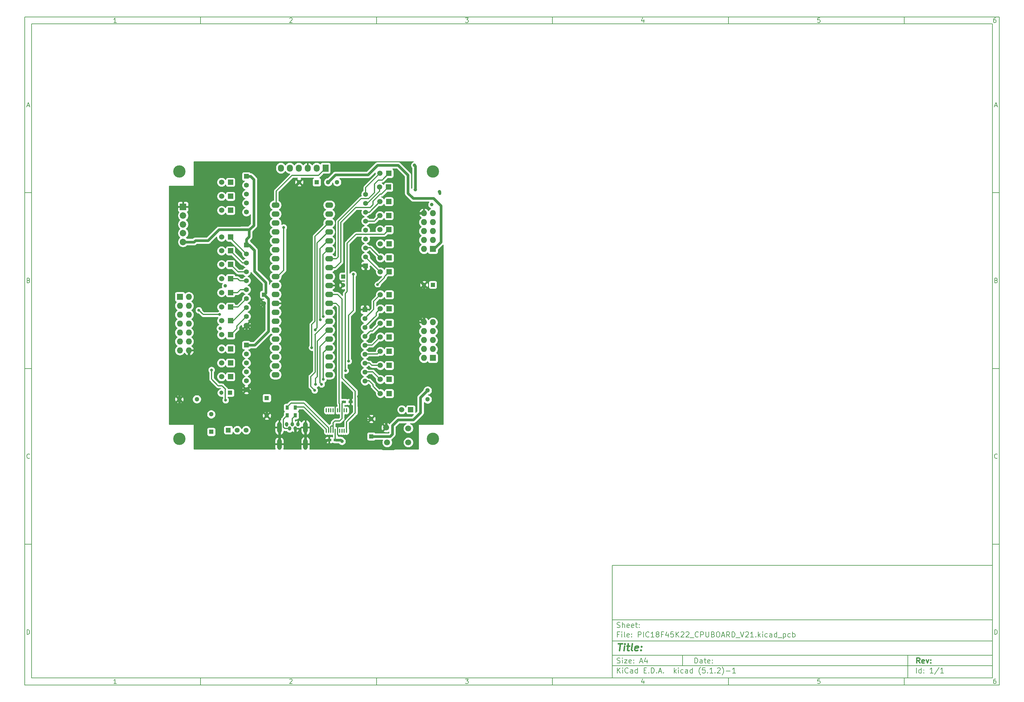
<source format=gtl>
G04 #@! TF.GenerationSoftware,KiCad,Pcbnew,(5.1.2)-1*
G04 #@! TF.CreationDate,2019-04-29T19:23:30+09:00*
G04 #@! TF.ProjectId,PIC18F45K22_CPUBOARD_V21,50494331-3846-4343-954b-32325f435055,rev?*
G04 #@! TF.SameCoordinates,Original*
G04 #@! TF.FileFunction,Copper,L1,Top*
G04 #@! TF.FilePolarity,Positive*
%FSLAX46Y46*%
G04 Gerber Fmt 4.6, Leading zero omitted, Abs format (unit mm)*
G04 Created by KiCad (PCBNEW (5.1.2)-1) date 2019-04-29 19:23:30*
%MOMM*%
%LPD*%
G04 APERTURE LIST*
%ADD10C,0.100000*%
%ADD11C,0.150000*%
%ADD12C,0.300000*%
%ADD13C,0.400000*%
%ADD14R,1.850000X1.850000*%
%ADD15C,1.850000*%
%ADD16R,1.500000X1.500000*%
%ADD17C,1.500000*%
%ADD18O,0.350000X1.200000*%
%ADD19C,1.300000*%
%ADD20R,1.397000X1.397000*%
%ADD21C,1.397000*%
%ADD22C,3.500000*%
%ADD23C,1.524000*%
%ADD24R,1.727200X1.727200*%
%ADD25O,1.727200X1.727200*%
%ADD26O,1.000000X1.200000*%
%ADD27O,1.300000X3.200000*%
%ADD28R,1.727200X2.032000*%
%ADD29O,1.727200X2.032000*%
%ADD30C,1.700000*%
%ADD31R,1.300000X1.300000*%
%ADD32R,1.200000X1.200000*%
%ADD33C,1.200000*%
%ADD34O,2.300000X1.600000*%
%ADD35R,1.200000X0.750000*%
%ADD36R,0.900000X1.200000*%
%ADD37C,1.000000*%
%ADD38C,0.800000*%
%ADD39C,0.800000*%
%ADD40C,0.254000*%
G04 APERTURE END LIST*
D10*
D11*
X177002200Y-166007200D02*
X177002200Y-198007200D01*
X285002200Y-198007200D01*
X285002200Y-166007200D01*
X177002200Y-166007200D01*
D10*
D11*
X10000000Y-10000000D02*
X10000000Y-200007200D01*
X287002200Y-200007200D01*
X287002200Y-10000000D01*
X10000000Y-10000000D01*
D10*
D11*
X12000000Y-12000000D02*
X12000000Y-198007200D01*
X285002200Y-198007200D01*
X285002200Y-12000000D01*
X12000000Y-12000000D01*
D10*
D11*
X60000000Y-12000000D02*
X60000000Y-10000000D01*
D10*
D11*
X110000000Y-12000000D02*
X110000000Y-10000000D01*
D10*
D11*
X160000000Y-12000000D02*
X160000000Y-10000000D01*
D10*
D11*
X210000000Y-12000000D02*
X210000000Y-10000000D01*
D10*
D11*
X260000000Y-12000000D02*
X260000000Y-10000000D01*
D10*
D11*
X36065476Y-11588095D02*
X35322619Y-11588095D01*
X35694047Y-11588095D02*
X35694047Y-10288095D01*
X35570238Y-10473809D01*
X35446428Y-10597619D01*
X35322619Y-10659523D01*
D10*
D11*
X85322619Y-10411904D02*
X85384523Y-10350000D01*
X85508333Y-10288095D01*
X85817857Y-10288095D01*
X85941666Y-10350000D01*
X86003571Y-10411904D01*
X86065476Y-10535714D01*
X86065476Y-10659523D01*
X86003571Y-10845238D01*
X85260714Y-11588095D01*
X86065476Y-11588095D01*
D10*
D11*
X135260714Y-10288095D02*
X136065476Y-10288095D01*
X135632142Y-10783333D01*
X135817857Y-10783333D01*
X135941666Y-10845238D01*
X136003571Y-10907142D01*
X136065476Y-11030952D01*
X136065476Y-11340476D01*
X136003571Y-11464285D01*
X135941666Y-11526190D01*
X135817857Y-11588095D01*
X135446428Y-11588095D01*
X135322619Y-11526190D01*
X135260714Y-11464285D01*
D10*
D11*
X185941666Y-10721428D02*
X185941666Y-11588095D01*
X185632142Y-10226190D02*
X185322619Y-11154761D01*
X186127380Y-11154761D01*
D10*
D11*
X236003571Y-10288095D02*
X235384523Y-10288095D01*
X235322619Y-10907142D01*
X235384523Y-10845238D01*
X235508333Y-10783333D01*
X235817857Y-10783333D01*
X235941666Y-10845238D01*
X236003571Y-10907142D01*
X236065476Y-11030952D01*
X236065476Y-11340476D01*
X236003571Y-11464285D01*
X235941666Y-11526190D01*
X235817857Y-11588095D01*
X235508333Y-11588095D01*
X235384523Y-11526190D01*
X235322619Y-11464285D01*
D10*
D11*
X285941666Y-10288095D02*
X285694047Y-10288095D01*
X285570238Y-10350000D01*
X285508333Y-10411904D01*
X285384523Y-10597619D01*
X285322619Y-10845238D01*
X285322619Y-11340476D01*
X285384523Y-11464285D01*
X285446428Y-11526190D01*
X285570238Y-11588095D01*
X285817857Y-11588095D01*
X285941666Y-11526190D01*
X286003571Y-11464285D01*
X286065476Y-11340476D01*
X286065476Y-11030952D01*
X286003571Y-10907142D01*
X285941666Y-10845238D01*
X285817857Y-10783333D01*
X285570238Y-10783333D01*
X285446428Y-10845238D01*
X285384523Y-10907142D01*
X285322619Y-11030952D01*
D10*
D11*
X60000000Y-198007200D02*
X60000000Y-200007200D01*
D10*
D11*
X110000000Y-198007200D02*
X110000000Y-200007200D01*
D10*
D11*
X160000000Y-198007200D02*
X160000000Y-200007200D01*
D10*
D11*
X210000000Y-198007200D02*
X210000000Y-200007200D01*
D10*
D11*
X260000000Y-198007200D02*
X260000000Y-200007200D01*
D10*
D11*
X36065476Y-199595295D02*
X35322619Y-199595295D01*
X35694047Y-199595295D02*
X35694047Y-198295295D01*
X35570238Y-198481009D01*
X35446428Y-198604819D01*
X35322619Y-198666723D01*
D10*
D11*
X85322619Y-198419104D02*
X85384523Y-198357200D01*
X85508333Y-198295295D01*
X85817857Y-198295295D01*
X85941666Y-198357200D01*
X86003571Y-198419104D01*
X86065476Y-198542914D01*
X86065476Y-198666723D01*
X86003571Y-198852438D01*
X85260714Y-199595295D01*
X86065476Y-199595295D01*
D10*
D11*
X135260714Y-198295295D02*
X136065476Y-198295295D01*
X135632142Y-198790533D01*
X135817857Y-198790533D01*
X135941666Y-198852438D01*
X136003571Y-198914342D01*
X136065476Y-199038152D01*
X136065476Y-199347676D01*
X136003571Y-199471485D01*
X135941666Y-199533390D01*
X135817857Y-199595295D01*
X135446428Y-199595295D01*
X135322619Y-199533390D01*
X135260714Y-199471485D01*
D10*
D11*
X185941666Y-198728628D02*
X185941666Y-199595295D01*
X185632142Y-198233390D02*
X185322619Y-199161961D01*
X186127380Y-199161961D01*
D10*
D11*
X236003571Y-198295295D02*
X235384523Y-198295295D01*
X235322619Y-198914342D01*
X235384523Y-198852438D01*
X235508333Y-198790533D01*
X235817857Y-198790533D01*
X235941666Y-198852438D01*
X236003571Y-198914342D01*
X236065476Y-199038152D01*
X236065476Y-199347676D01*
X236003571Y-199471485D01*
X235941666Y-199533390D01*
X235817857Y-199595295D01*
X235508333Y-199595295D01*
X235384523Y-199533390D01*
X235322619Y-199471485D01*
D10*
D11*
X285941666Y-198295295D02*
X285694047Y-198295295D01*
X285570238Y-198357200D01*
X285508333Y-198419104D01*
X285384523Y-198604819D01*
X285322619Y-198852438D01*
X285322619Y-199347676D01*
X285384523Y-199471485D01*
X285446428Y-199533390D01*
X285570238Y-199595295D01*
X285817857Y-199595295D01*
X285941666Y-199533390D01*
X286003571Y-199471485D01*
X286065476Y-199347676D01*
X286065476Y-199038152D01*
X286003571Y-198914342D01*
X285941666Y-198852438D01*
X285817857Y-198790533D01*
X285570238Y-198790533D01*
X285446428Y-198852438D01*
X285384523Y-198914342D01*
X285322619Y-199038152D01*
D10*
D11*
X10000000Y-60000000D02*
X12000000Y-60000000D01*
D10*
D11*
X10000000Y-110000000D02*
X12000000Y-110000000D01*
D10*
D11*
X10000000Y-160000000D02*
X12000000Y-160000000D01*
D10*
D11*
X10690476Y-35216666D02*
X11309523Y-35216666D01*
X10566666Y-35588095D02*
X11000000Y-34288095D01*
X11433333Y-35588095D01*
D10*
D11*
X11092857Y-84907142D02*
X11278571Y-84969047D01*
X11340476Y-85030952D01*
X11402380Y-85154761D01*
X11402380Y-85340476D01*
X11340476Y-85464285D01*
X11278571Y-85526190D01*
X11154761Y-85588095D01*
X10659523Y-85588095D01*
X10659523Y-84288095D01*
X11092857Y-84288095D01*
X11216666Y-84350000D01*
X11278571Y-84411904D01*
X11340476Y-84535714D01*
X11340476Y-84659523D01*
X11278571Y-84783333D01*
X11216666Y-84845238D01*
X11092857Y-84907142D01*
X10659523Y-84907142D01*
D10*
D11*
X11402380Y-135464285D02*
X11340476Y-135526190D01*
X11154761Y-135588095D01*
X11030952Y-135588095D01*
X10845238Y-135526190D01*
X10721428Y-135402380D01*
X10659523Y-135278571D01*
X10597619Y-135030952D01*
X10597619Y-134845238D01*
X10659523Y-134597619D01*
X10721428Y-134473809D01*
X10845238Y-134350000D01*
X11030952Y-134288095D01*
X11154761Y-134288095D01*
X11340476Y-134350000D01*
X11402380Y-134411904D01*
D10*
D11*
X10659523Y-185588095D02*
X10659523Y-184288095D01*
X10969047Y-184288095D01*
X11154761Y-184350000D01*
X11278571Y-184473809D01*
X11340476Y-184597619D01*
X11402380Y-184845238D01*
X11402380Y-185030952D01*
X11340476Y-185278571D01*
X11278571Y-185402380D01*
X11154761Y-185526190D01*
X10969047Y-185588095D01*
X10659523Y-185588095D01*
D10*
D11*
X287002200Y-60000000D02*
X285002200Y-60000000D01*
D10*
D11*
X287002200Y-110000000D02*
X285002200Y-110000000D01*
D10*
D11*
X287002200Y-160000000D02*
X285002200Y-160000000D01*
D10*
D11*
X285692676Y-35216666D02*
X286311723Y-35216666D01*
X285568866Y-35588095D02*
X286002200Y-34288095D01*
X286435533Y-35588095D01*
D10*
D11*
X286095057Y-84907142D02*
X286280771Y-84969047D01*
X286342676Y-85030952D01*
X286404580Y-85154761D01*
X286404580Y-85340476D01*
X286342676Y-85464285D01*
X286280771Y-85526190D01*
X286156961Y-85588095D01*
X285661723Y-85588095D01*
X285661723Y-84288095D01*
X286095057Y-84288095D01*
X286218866Y-84350000D01*
X286280771Y-84411904D01*
X286342676Y-84535714D01*
X286342676Y-84659523D01*
X286280771Y-84783333D01*
X286218866Y-84845238D01*
X286095057Y-84907142D01*
X285661723Y-84907142D01*
D10*
D11*
X286404580Y-135464285D02*
X286342676Y-135526190D01*
X286156961Y-135588095D01*
X286033152Y-135588095D01*
X285847438Y-135526190D01*
X285723628Y-135402380D01*
X285661723Y-135278571D01*
X285599819Y-135030952D01*
X285599819Y-134845238D01*
X285661723Y-134597619D01*
X285723628Y-134473809D01*
X285847438Y-134350000D01*
X286033152Y-134288095D01*
X286156961Y-134288095D01*
X286342676Y-134350000D01*
X286404580Y-134411904D01*
D10*
D11*
X285661723Y-185588095D02*
X285661723Y-184288095D01*
X285971247Y-184288095D01*
X286156961Y-184350000D01*
X286280771Y-184473809D01*
X286342676Y-184597619D01*
X286404580Y-184845238D01*
X286404580Y-185030952D01*
X286342676Y-185278571D01*
X286280771Y-185402380D01*
X286156961Y-185526190D01*
X285971247Y-185588095D01*
X285661723Y-185588095D01*
D10*
D11*
X200434342Y-193785771D02*
X200434342Y-192285771D01*
X200791485Y-192285771D01*
X201005771Y-192357200D01*
X201148628Y-192500057D01*
X201220057Y-192642914D01*
X201291485Y-192928628D01*
X201291485Y-193142914D01*
X201220057Y-193428628D01*
X201148628Y-193571485D01*
X201005771Y-193714342D01*
X200791485Y-193785771D01*
X200434342Y-193785771D01*
X202577200Y-193785771D02*
X202577200Y-193000057D01*
X202505771Y-192857200D01*
X202362914Y-192785771D01*
X202077200Y-192785771D01*
X201934342Y-192857200D01*
X202577200Y-193714342D02*
X202434342Y-193785771D01*
X202077200Y-193785771D01*
X201934342Y-193714342D01*
X201862914Y-193571485D01*
X201862914Y-193428628D01*
X201934342Y-193285771D01*
X202077200Y-193214342D01*
X202434342Y-193214342D01*
X202577200Y-193142914D01*
X203077200Y-192785771D02*
X203648628Y-192785771D01*
X203291485Y-192285771D02*
X203291485Y-193571485D01*
X203362914Y-193714342D01*
X203505771Y-193785771D01*
X203648628Y-193785771D01*
X204720057Y-193714342D02*
X204577200Y-193785771D01*
X204291485Y-193785771D01*
X204148628Y-193714342D01*
X204077200Y-193571485D01*
X204077200Y-193000057D01*
X204148628Y-192857200D01*
X204291485Y-192785771D01*
X204577200Y-192785771D01*
X204720057Y-192857200D01*
X204791485Y-193000057D01*
X204791485Y-193142914D01*
X204077200Y-193285771D01*
X205434342Y-193642914D02*
X205505771Y-193714342D01*
X205434342Y-193785771D01*
X205362914Y-193714342D01*
X205434342Y-193642914D01*
X205434342Y-193785771D01*
X205434342Y-192857200D02*
X205505771Y-192928628D01*
X205434342Y-193000057D01*
X205362914Y-192928628D01*
X205434342Y-192857200D01*
X205434342Y-193000057D01*
D10*
D11*
X177002200Y-194507200D02*
X285002200Y-194507200D01*
D10*
D11*
X178434342Y-196585771D02*
X178434342Y-195085771D01*
X179291485Y-196585771D02*
X178648628Y-195728628D01*
X179291485Y-195085771D02*
X178434342Y-195942914D01*
X179934342Y-196585771D02*
X179934342Y-195585771D01*
X179934342Y-195085771D02*
X179862914Y-195157200D01*
X179934342Y-195228628D01*
X180005771Y-195157200D01*
X179934342Y-195085771D01*
X179934342Y-195228628D01*
X181505771Y-196442914D02*
X181434342Y-196514342D01*
X181220057Y-196585771D01*
X181077200Y-196585771D01*
X180862914Y-196514342D01*
X180720057Y-196371485D01*
X180648628Y-196228628D01*
X180577200Y-195942914D01*
X180577200Y-195728628D01*
X180648628Y-195442914D01*
X180720057Y-195300057D01*
X180862914Y-195157200D01*
X181077200Y-195085771D01*
X181220057Y-195085771D01*
X181434342Y-195157200D01*
X181505771Y-195228628D01*
X182791485Y-196585771D02*
X182791485Y-195800057D01*
X182720057Y-195657200D01*
X182577200Y-195585771D01*
X182291485Y-195585771D01*
X182148628Y-195657200D01*
X182791485Y-196514342D02*
X182648628Y-196585771D01*
X182291485Y-196585771D01*
X182148628Y-196514342D01*
X182077200Y-196371485D01*
X182077200Y-196228628D01*
X182148628Y-196085771D01*
X182291485Y-196014342D01*
X182648628Y-196014342D01*
X182791485Y-195942914D01*
X184148628Y-196585771D02*
X184148628Y-195085771D01*
X184148628Y-196514342D02*
X184005771Y-196585771D01*
X183720057Y-196585771D01*
X183577200Y-196514342D01*
X183505771Y-196442914D01*
X183434342Y-196300057D01*
X183434342Y-195871485D01*
X183505771Y-195728628D01*
X183577200Y-195657200D01*
X183720057Y-195585771D01*
X184005771Y-195585771D01*
X184148628Y-195657200D01*
X186005771Y-195800057D02*
X186505771Y-195800057D01*
X186720057Y-196585771D02*
X186005771Y-196585771D01*
X186005771Y-195085771D01*
X186720057Y-195085771D01*
X187362914Y-196442914D02*
X187434342Y-196514342D01*
X187362914Y-196585771D01*
X187291485Y-196514342D01*
X187362914Y-196442914D01*
X187362914Y-196585771D01*
X188077200Y-196585771D02*
X188077200Y-195085771D01*
X188434342Y-195085771D01*
X188648628Y-195157200D01*
X188791485Y-195300057D01*
X188862914Y-195442914D01*
X188934342Y-195728628D01*
X188934342Y-195942914D01*
X188862914Y-196228628D01*
X188791485Y-196371485D01*
X188648628Y-196514342D01*
X188434342Y-196585771D01*
X188077200Y-196585771D01*
X189577200Y-196442914D02*
X189648628Y-196514342D01*
X189577200Y-196585771D01*
X189505771Y-196514342D01*
X189577200Y-196442914D01*
X189577200Y-196585771D01*
X190220057Y-196157200D02*
X190934342Y-196157200D01*
X190077200Y-196585771D02*
X190577200Y-195085771D01*
X191077200Y-196585771D01*
X191577200Y-196442914D02*
X191648628Y-196514342D01*
X191577200Y-196585771D01*
X191505771Y-196514342D01*
X191577200Y-196442914D01*
X191577200Y-196585771D01*
X194577200Y-196585771D02*
X194577200Y-195085771D01*
X194720057Y-196014342D02*
X195148628Y-196585771D01*
X195148628Y-195585771D02*
X194577200Y-196157200D01*
X195791485Y-196585771D02*
X195791485Y-195585771D01*
X195791485Y-195085771D02*
X195720057Y-195157200D01*
X195791485Y-195228628D01*
X195862914Y-195157200D01*
X195791485Y-195085771D01*
X195791485Y-195228628D01*
X197148628Y-196514342D02*
X197005771Y-196585771D01*
X196720057Y-196585771D01*
X196577200Y-196514342D01*
X196505771Y-196442914D01*
X196434342Y-196300057D01*
X196434342Y-195871485D01*
X196505771Y-195728628D01*
X196577200Y-195657200D01*
X196720057Y-195585771D01*
X197005771Y-195585771D01*
X197148628Y-195657200D01*
X198434342Y-196585771D02*
X198434342Y-195800057D01*
X198362914Y-195657200D01*
X198220057Y-195585771D01*
X197934342Y-195585771D01*
X197791485Y-195657200D01*
X198434342Y-196514342D02*
X198291485Y-196585771D01*
X197934342Y-196585771D01*
X197791485Y-196514342D01*
X197720057Y-196371485D01*
X197720057Y-196228628D01*
X197791485Y-196085771D01*
X197934342Y-196014342D01*
X198291485Y-196014342D01*
X198434342Y-195942914D01*
X199791485Y-196585771D02*
X199791485Y-195085771D01*
X199791485Y-196514342D02*
X199648628Y-196585771D01*
X199362914Y-196585771D01*
X199220057Y-196514342D01*
X199148628Y-196442914D01*
X199077200Y-196300057D01*
X199077200Y-195871485D01*
X199148628Y-195728628D01*
X199220057Y-195657200D01*
X199362914Y-195585771D01*
X199648628Y-195585771D01*
X199791485Y-195657200D01*
X202077200Y-197157200D02*
X202005771Y-197085771D01*
X201862914Y-196871485D01*
X201791485Y-196728628D01*
X201720057Y-196514342D01*
X201648628Y-196157200D01*
X201648628Y-195871485D01*
X201720057Y-195514342D01*
X201791485Y-195300057D01*
X201862914Y-195157200D01*
X202005771Y-194942914D01*
X202077200Y-194871485D01*
X203362914Y-195085771D02*
X202648628Y-195085771D01*
X202577200Y-195800057D01*
X202648628Y-195728628D01*
X202791485Y-195657200D01*
X203148628Y-195657200D01*
X203291485Y-195728628D01*
X203362914Y-195800057D01*
X203434342Y-195942914D01*
X203434342Y-196300057D01*
X203362914Y-196442914D01*
X203291485Y-196514342D01*
X203148628Y-196585771D01*
X202791485Y-196585771D01*
X202648628Y-196514342D01*
X202577200Y-196442914D01*
X204077200Y-196442914D02*
X204148628Y-196514342D01*
X204077200Y-196585771D01*
X204005771Y-196514342D01*
X204077200Y-196442914D01*
X204077200Y-196585771D01*
X205577200Y-196585771D02*
X204720057Y-196585771D01*
X205148628Y-196585771D02*
X205148628Y-195085771D01*
X205005771Y-195300057D01*
X204862914Y-195442914D01*
X204720057Y-195514342D01*
X206220057Y-196442914D02*
X206291485Y-196514342D01*
X206220057Y-196585771D01*
X206148628Y-196514342D01*
X206220057Y-196442914D01*
X206220057Y-196585771D01*
X206862914Y-195228628D02*
X206934342Y-195157200D01*
X207077200Y-195085771D01*
X207434342Y-195085771D01*
X207577200Y-195157200D01*
X207648628Y-195228628D01*
X207720057Y-195371485D01*
X207720057Y-195514342D01*
X207648628Y-195728628D01*
X206791485Y-196585771D01*
X207720057Y-196585771D01*
X208220057Y-197157200D02*
X208291485Y-197085771D01*
X208434342Y-196871485D01*
X208505771Y-196728628D01*
X208577200Y-196514342D01*
X208648628Y-196157200D01*
X208648628Y-195871485D01*
X208577200Y-195514342D01*
X208505771Y-195300057D01*
X208434342Y-195157200D01*
X208291485Y-194942914D01*
X208220057Y-194871485D01*
X209362914Y-196014342D02*
X210505771Y-196014342D01*
X212005771Y-196585771D02*
X211148628Y-196585771D01*
X211577200Y-196585771D02*
X211577200Y-195085771D01*
X211434342Y-195300057D01*
X211291485Y-195442914D01*
X211148628Y-195514342D01*
D10*
D11*
X177002200Y-191507200D02*
X285002200Y-191507200D01*
D10*
D12*
X264411485Y-193785771D02*
X263911485Y-193071485D01*
X263554342Y-193785771D02*
X263554342Y-192285771D01*
X264125771Y-192285771D01*
X264268628Y-192357200D01*
X264340057Y-192428628D01*
X264411485Y-192571485D01*
X264411485Y-192785771D01*
X264340057Y-192928628D01*
X264268628Y-193000057D01*
X264125771Y-193071485D01*
X263554342Y-193071485D01*
X265625771Y-193714342D02*
X265482914Y-193785771D01*
X265197200Y-193785771D01*
X265054342Y-193714342D01*
X264982914Y-193571485D01*
X264982914Y-193000057D01*
X265054342Y-192857200D01*
X265197200Y-192785771D01*
X265482914Y-192785771D01*
X265625771Y-192857200D01*
X265697200Y-193000057D01*
X265697200Y-193142914D01*
X264982914Y-193285771D01*
X266197200Y-192785771D02*
X266554342Y-193785771D01*
X266911485Y-192785771D01*
X267482914Y-193642914D02*
X267554342Y-193714342D01*
X267482914Y-193785771D01*
X267411485Y-193714342D01*
X267482914Y-193642914D01*
X267482914Y-193785771D01*
X267482914Y-192857200D02*
X267554342Y-192928628D01*
X267482914Y-193000057D01*
X267411485Y-192928628D01*
X267482914Y-192857200D01*
X267482914Y-193000057D01*
D10*
D11*
X178362914Y-193714342D02*
X178577200Y-193785771D01*
X178934342Y-193785771D01*
X179077200Y-193714342D01*
X179148628Y-193642914D01*
X179220057Y-193500057D01*
X179220057Y-193357200D01*
X179148628Y-193214342D01*
X179077200Y-193142914D01*
X178934342Y-193071485D01*
X178648628Y-193000057D01*
X178505771Y-192928628D01*
X178434342Y-192857200D01*
X178362914Y-192714342D01*
X178362914Y-192571485D01*
X178434342Y-192428628D01*
X178505771Y-192357200D01*
X178648628Y-192285771D01*
X179005771Y-192285771D01*
X179220057Y-192357200D01*
X179862914Y-193785771D02*
X179862914Y-192785771D01*
X179862914Y-192285771D02*
X179791485Y-192357200D01*
X179862914Y-192428628D01*
X179934342Y-192357200D01*
X179862914Y-192285771D01*
X179862914Y-192428628D01*
X180434342Y-192785771D02*
X181220057Y-192785771D01*
X180434342Y-193785771D01*
X181220057Y-193785771D01*
X182362914Y-193714342D02*
X182220057Y-193785771D01*
X181934342Y-193785771D01*
X181791485Y-193714342D01*
X181720057Y-193571485D01*
X181720057Y-193000057D01*
X181791485Y-192857200D01*
X181934342Y-192785771D01*
X182220057Y-192785771D01*
X182362914Y-192857200D01*
X182434342Y-193000057D01*
X182434342Y-193142914D01*
X181720057Y-193285771D01*
X183077200Y-193642914D02*
X183148628Y-193714342D01*
X183077200Y-193785771D01*
X183005771Y-193714342D01*
X183077200Y-193642914D01*
X183077200Y-193785771D01*
X183077200Y-192857200D02*
X183148628Y-192928628D01*
X183077200Y-193000057D01*
X183005771Y-192928628D01*
X183077200Y-192857200D01*
X183077200Y-193000057D01*
X184862914Y-193357200D02*
X185577200Y-193357200D01*
X184720057Y-193785771D02*
X185220057Y-192285771D01*
X185720057Y-193785771D01*
X186862914Y-192785771D02*
X186862914Y-193785771D01*
X186505771Y-192214342D02*
X186148628Y-193285771D01*
X187077200Y-193285771D01*
D10*
D11*
X263434342Y-196585771D02*
X263434342Y-195085771D01*
X264791485Y-196585771D02*
X264791485Y-195085771D01*
X264791485Y-196514342D02*
X264648628Y-196585771D01*
X264362914Y-196585771D01*
X264220057Y-196514342D01*
X264148628Y-196442914D01*
X264077200Y-196300057D01*
X264077200Y-195871485D01*
X264148628Y-195728628D01*
X264220057Y-195657200D01*
X264362914Y-195585771D01*
X264648628Y-195585771D01*
X264791485Y-195657200D01*
X265505771Y-196442914D02*
X265577200Y-196514342D01*
X265505771Y-196585771D01*
X265434342Y-196514342D01*
X265505771Y-196442914D01*
X265505771Y-196585771D01*
X265505771Y-195657200D02*
X265577200Y-195728628D01*
X265505771Y-195800057D01*
X265434342Y-195728628D01*
X265505771Y-195657200D01*
X265505771Y-195800057D01*
X268148628Y-196585771D02*
X267291485Y-196585771D01*
X267720057Y-196585771D02*
X267720057Y-195085771D01*
X267577200Y-195300057D01*
X267434342Y-195442914D01*
X267291485Y-195514342D01*
X269862914Y-195014342D02*
X268577200Y-196942914D01*
X271148628Y-196585771D02*
X270291485Y-196585771D01*
X270720057Y-196585771D02*
X270720057Y-195085771D01*
X270577200Y-195300057D01*
X270434342Y-195442914D01*
X270291485Y-195514342D01*
D10*
D11*
X177002200Y-187507200D02*
X285002200Y-187507200D01*
D10*
D13*
X178714580Y-188211961D02*
X179857438Y-188211961D01*
X179036009Y-190211961D02*
X179286009Y-188211961D01*
X180274104Y-190211961D02*
X180440771Y-188878628D01*
X180524104Y-188211961D02*
X180416961Y-188307200D01*
X180500295Y-188402438D01*
X180607438Y-188307200D01*
X180524104Y-188211961D01*
X180500295Y-188402438D01*
X181107438Y-188878628D02*
X181869342Y-188878628D01*
X181476485Y-188211961D02*
X181262200Y-189926247D01*
X181333628Y-190116723D01*
X181512200Y-190211961D01*
X181702676Y-190211961D01*
X182655057Y-190211961D02*
X182476485Y-190116723D01*
X182405057Y-189926247D01*
X182619342Y-188211961D01*
X184190771Y-190116723D02*
X183988390Y-190211961D01*
X183607438Y-190211961D01*
X183428866Y-190116723D01*
X183357438Y-189926247D01*
X183452676Y-189164342D01*
X183571723Y-188973866D01*
X183774104Y-188878628D01*
X184155057Y-188878628D01*
X184333628Y-188973866D01*
X184405057Y-189164342D01*
X184381247Y-189354819D01*
X183405057Y-189545295D01*
X185155057Y-190021485D02*
X185238390Y-190116723D01*
X185131247Y-190211961D01*
X185047914Y-190116723D01*
X185155057Y-190021485D01*
X185131247Y-190211961D01*
X185286009Y-188973866D02*
X185369342Y-189069104D01*
X185262200Y-189164342D01*
X185178866Y-189069104D01*
X185286009Y-188973866D01*
X185262200Y-189164342D01*
D10*
D11*
X178934342Y-185600057D02*
X178434342Y-185600057D01*
X178434342Y-186385771D02*
X178434342Y-184885771D01*
X179148628Y-184885771D01*
X179720057Y-186385771D02*
X179720057Y-185385771D01*
X179720057Y-184885771D02*
X179648628Y-184957200D01*
X179720057Y-185028628D01*
X179791485Y-184957200D01*
X179720057Y-184885771D01*
X179720057Y-185028628D01*
X180648628Y-186385771D02*
X180505771Y-186314342D01*
X180434342Y-186171485D01*
X180434342Y-184885771D01*
X181791485Y-186314342D02*
X181648628Y-186385771D01*
X181362914Y-186385771D01*
X181220057Y-186314342D01*
X181148628Y-186171485D01*
X181148628Y-185600057D01*
X181220057Y-185457200D01*
X181362914Y-185385771D01*
X181648628Y-185385771D01*
X181791485Y-185457200D01*
X181862914Y-185600057D01*
X181862914Y-185742914D01*
X181148628Y-185885771D01*
X182505771Y-186242914D02*
X182577200Y-186314342D01*
X182505771Y-186385771D01*
X182434342Y-186314342D01*
X182505771Y-186242914D01*
X182505771Y-186385771D01*
X182505771Y-185457200D02*
X182577200Y-185528628D01*
X182505771Y-185600057D01*
X182434342Y-185528628D01*
X182505771Y-185457200D01*
X182505771Y-185600057D01*
X184362914Y-186385771D02*
X184362914Y-184885771D01*
X184934342Y-184885771D01*
X185077200Y-184957200D01*
X185148628Y-185028628D01*
X185220057Y-185171485D01*
X185220057Y-185385771D01*
X185148628Y-185528628D01*
X185077200Y-185600057D01*
X184934342Y-185671485D01*
X184362914Y-185671485D01*
X185862914Y-186385771D02*
X185862914Y-184885771D01*
X187434342Y-186242914D02*
X187362914Y-186314342D01*
X187148628Y-186385771D01*
X187005771Y-186385771D01*
X186791485Y-186314342D01*
X186648628Y-186171485D01*
X186577200Y-186028628D01*
X186505771Y-185742914D01*
X186505771Y-185528628D01*
X186577200Y-185242914D01*
X186648628Y-185100057D01*
X186791485Y-184957200D01*
X187005771Y-184885771D01*
X187148628Y-184885771D01*
X187362914Y-184957200D01*
X187434342Y-185028628D01*
X188862914Y-186385771D02*
X188005771Y-186385771D01*
X188434342Y-186385771D02*
X188434342Y-184885771D01*
X188291485Y-185100057D01*
X188148628Y-185242914D01*
X188005771Y-185314342D01*
X189720057Y-185528628D02*
X189577200Y-185457200D01*
X189505771Y-185385771D01*
X189434342Y-185242914D01*
X189434342Y-185171485D01*
X189505771Y-185028628D01*
X189577200Y-184957200D01*
X189720057Y-184885771D01*
X190005771Y-184885771D01*
X190148628Y-184957200D01*
X190220057Y-185028628D01*
X190291485Y-185171485D01*
X190291485Y-185242914D01*
X190220057Y-185385771D01*
X190148628Y-185457200D01*
X190005771Y-185528628D01*
X189720057Y-185528628D01*
X189577200Y-185600057D01*
X189505771Y-185671485D01*
X189434342Y-185814342D01*
X189434342Y-186100057D01*
X189505771Y-186242914D01*
X189577200Y-186314342D01*
X189720057Y-186385771D01*
X190005771Y-186385771D01*
X190148628Y-186314342D01*
X190220057Y-186242914D01*
X190291485Y-186100057D01*
X190291485Y-185814342D01*
X190220057Y-185671485D01*
X190148628Y-185600057D01*
X190005771Y-185528628D01*
X191434342Y-185600057D02*
X190934342Y-185600057D01*
X190934342Y-186385771D02*
X190934342Y-184885771D01*
X191648628Y-184885771D01*
X192862914Y-185385771D02*
X192862914Y-186385771D01*
X192505771Y-184814342D02*
X192148628Y-185885771D01*
X193077200Y-185885771D01*
X194362914Y-184885771D02*
X193648628Y-184885771D01*
X193577200Y-185600057D01*
X193648628Y-185528628D01*
X193791485Y-185457200D01*
X194148628Y-185457200D01*
X194291485Y-185528628D01*
X194362914Y-185600057D01*
X194434342Y-185742914D01*
X194434342Y-186100057D01*
X194362914Y-186242914D01*
X194291485Y-186314342D01*
X194148628Y-186385771D01*
X193791485Y-186385771D01*
X193648628Y-186314342D01*
X193577200Y-186242914D01*
X195077200Y-186385771D02*
X195077200Y-184885771D01*
X195934342Y-186385771D02*
X195291485Y-185528628D01*
X195934342Y-184885771D02*
X195077200Y-185742914D01*
X196505771Y-185028628D02*
X196577200Y-184957200D01*
X196720057Y-184885771D01*
X197077200Y-184885771D01*
X197220057Y-184957200D01*
X197291485Y-185028628D01*
X197362914Y-185171485D01*
X197362914Y-185314342D01*
X197291485Y-185528628D01*
X196434342Y-186385771D01*
X197362914Y-186385771D01*
X197934342Y-185028628D02*
X198005771Y-184957200D01*
X198148628Y-184885771D01*
X198505771Y-184885771D01*
X198648628Y-184957200D01*
X198720057Y-185028628D01*
X198791485Y-185171485D01*
X198791485Y-185314342D01*
X198720057Y-185528628D01*
X197862914Y-186385771D01*
X198791485Y-186385771D01*
X199077200Y-186528628D02*
X200220057Y-186528628D01*
X201434342Y-186242914D02*
X201362914Y-186314342D01*
X201148628Y-186385771D01*
X201005771Y-186385771D01*
X200791485Y-186314342D01*
X200648628Y-186171485D01*
X200577200Y-186028628D01*
X200505771Y-185742914D01*
X200505771Y-185528628D01*
X200577200Y-185242914D01*
X200648628Y-185100057D01*
X200791485Y-184957200D01*
X201005771Y-184885771D01*
X201148628Y-184885771D01*
X201362914Y-184957200D01*
X201434342Y-185028628D01*
X202077200Y-186385771D02*
X202077200Y-184885771D01*
X202648628Y-184885771D01*
X202791485Y-184957200D01*
X202862914Y-185028628D01*
X202934342Y-185171485D01*
X202934342Y-185385771D01*
X202862914Y-185528628D01*
X202791485Y-185600057D01*
X202648628Y-185671485D01*
X202077200Y-185671485D01*
X203577200Y-184885771D02*
X203577200Y-186100057D01*
X203648628Y-186242914D01*
X203720057Y-186314342D01*
X203862914Y-186385771D01*
X204148628Y-186385771D01*
X204291485Y-186314342D01*
X204362914Y-186242914D01*
X204434342Y-186100057D01*
X204434342Y-184885771D01*
X205648628Y-185600057D02*
X205862914Y-185671485D01*
X205934342Y-185742914D01*
X206005771Y-185885771D01*
X206005771Y-186100057D01*
X205934342Y-186242914D01*
X205862914Y-186314342D01*
X205720057Y-186385771D01*
X205148628Y-186385771D01*
X205148628Y-184885771D01*
X205648628Y-184885771D01*
X205791485Y-184957200D01*
X205862914Y-185028628D01*
X205934342Y-185171485D01*
X205934342Y-185314342D01*
X205862914Y-185457200D01*
X205791485Y-185528628D01*
X205648628Y-185600057D01*
X205148628Y-185600057D01*
X206934342Y-184885771D02*
X207220057Y-184885771D01*
X207362914Y-184957200D01*
X207505771Y-185100057D01*
X207577200Y-185385771D01*
X207577200Y-185885771D01*
X207505771Y-186171485D01*
X207362914Y-186314342D01*
X207220057Y-186385771D01*
X206934342Y-186385771D01*
X206791485Y-186314342D01*
X206648628Y-186171485D01*
X206577200Y-185885771D01*
X206577200Y-185385771D01*
X206648628Y-185100057D01*
X206791485Y-184957200D01*
X206934342Y-184885771D01*
X208148628Y-185957200D02*
X208862914Y-185957200D01*
X208005771Y-186385771D02*
X208505771Y-184885771D01*
X209005771Y-186385771D01*
X210362914Y-186385771D02*
X209862914Y-185671485D01*
X209505771Y-186385771D02*
X209505771Y-184885771D01*
X210077200Y-184885771D01*
X210220057Y-184957200D01*
X210291485Y-185028628D01*
X210362914Y-185171485D01*
X210362914Y-185385771D01*
X210291485Y-185528628D01*
X210220057Y-185600057D01*
X210077200Y-185671485D01*
X209505771Y-185671485D01*
X211005771Y-186385771D02*
X211005771Y-184885771D01*
X211362914Y-184885771D01*
X211577200Y-184957200D01*
X211720057Y-185100057D01*
X211791485Y-185242914D01*
X211862914Y-185528628D01*
X211862914Y-185742914D01*
X211791485Y-186028628D01*
X211720057Y-186171485D01*
X211577200Y-186314342D01*
X211362914Y-186385771D01*
X211005771Y-186385771D01*
X212148628Y-186528628D02*
X213291485Y-186528628D01*
X213434342Y-184885771D02*
X213934342Y-186385771D01*
X214434342Y-184885771D01*
X214862914Y-185028628D02*
X214934342Y-184957200D01*
X215077200Y-184885771D01*
X215434342Y-184885771D01*
X215577200Y-184957200D01*
X215648628Y-185028628D01*
X215720057Y-185171485D01*
X215720057Y-185314342D01*
X215648628Y-185528628D01*
X214791485Y-186385771D01*
X215720057Y-186385771D01*
X217148628Y-186385771D02*
X216291485Y-186385771D01*
X216720057Y-186385771D02*
X216720057Y-184885771D01*
X216577200Y-185100057D01*
X216434342Y-185242914D01*
X216291485Y-185314342D01*
X217791485Y-186242914D02*
X217862914Y-186314342D01*
X217791485Y-186385771D01*
X217720057Y-186314342D01*
X217791485Y-186242914D01*
X217791485Y-186385771D01*
X218505771Y-186385771D02*
X218505771Y-184885771D01*
X218648628Y-185814342D02*
X219077200Y-186385771D01*
X219077200Y-185385771D02*
X218505771Y-185957200D01*
X219720057Y-186385771D02*
X219720057Y-185385771D01*
X219720057Y-184885771D02*
X219648628Y-184957200D01*
X219720057Y-185028628D01*
X219791485Y-184957200D01*
X219720057Y-184885771D01*
X219720057Y-185028628D01*
X221077200Y-186314342D02*
X220934342Y-186385771D01*
X220648628Y-186385771D01*
X220505771Y-186314342D01*
X220434342Y-186242914D01*
X220362914Y-186100057D01*
X220362914Y-185671485D01*
X220434342Y-185528628D01*
X220505771Y-185457200D01*
X220648628Y-185385771D01*
X220934342Y-185385771D01*
X221077200Y-185457200D01*
X222362914Y-186385771D02*
X222362914Y-185600057D01*
X222291485Y-185457200D01*
X222148628Y-185385771D01*
X221862914Y-185385771D01*
X221720057Y-185457200D01*
X222362914Y-186314342D02*
X222220057Y-186385771D01*
X221862914Y-186385771D01*
X221720057Y-186314342D01*
X221648628Y-186171485D01*
X221648628Y-186028628D01*
X221720057Y-185885771D01*
X221862914Y-185814342D01*
X222220057Y-185814342D01*
X222362914Y-185742914D01*
X223720057Y-186385771D02*
X223720057Y-184885771D01*
X223720057Y-186314342D02*
X223577200Y-186385771D01*
X223291485Y-186385771D01*
X223148628Y-186314342D01*
X223077200Y-186242914D01*
X223005771Y-186100057D01*
X223005771Y-185671485D01*
X223077200Y-185528628D01*
X223148628Y-185457200D01*
X223291485Y-185385771D01*
X223577200Y-185385771D01*
X223720057Y-185457200D01*
X224077200Y-186528628D02*
X225220057Y-186528628D01*
X225577200Y-185385771D02*
X225577200Y-186885771D01*
X225577200Y-185457200D02*
X225720057Y-185385771D01*
X226005771Y-185385771D01*
X226148628Y-185457200D01*
X226220057Y-185528628D01*
X226291485Y-185671485D01*
X226291485Y-186100057D01*
X226220057Y-186242914D01*
X226148628Y-186314342D01*
X226005771Y-186385771D01*
X225720057Y-186385771D01*
X225577200Y-186314342D01*
X227577200Y-186314342D02*
X227434342Y-186385771D01*
X227148628Y-186385771D01*
X227005771Y-186314342D01*
X226934342Y-186242914D01*
X226862914Y-186100057D01*
X226862914Y-185671485D01*
X226934342Y-185528628D01*
X227005771Y-185457200D01*
X227148628Y-185385771D01*
X227434342Y-185385771D01*
X227577200Y-185457200D01*
X228220057Y-186385771D02*
X228220057Y-184885771D01*
X228220057Y-185457200D02*
X228362914Y-185385771D01*
X228648628Y-185385771D01*
X228791485Y-185457200D01*
X228862914Y-185528628D01*
X228934342Y-185671485D01*
X228934342Y-186100057D01*
X228862914Y-186242914D01*
X228791485Y-186314342D01*
X228648628Y-186385771D01*
X228362914Y-186385771D01*
X228220057Y-186314342D01*
D10*
D11*
X177002200Y-181507200D02*
X285002200Y-181507200D01*
D10*
D11*
X178362914Y-183614342D02*
X178577200Y-183685771D01*
X178934342Y-183685771D01*
X179077200Y-183614342D01*
X179148628Y-183542914D01*
X179220057Y-183400057D01*
X179220057Y-183257200D01*
X179148628Y-183114342D01*
X179077200Y-183042914D01*
X178934342Y-182971485D01*
X178648628Y-182900057D01*
X178505771Y-182828628D01*
X178434342Y-182757200D01*
X178362914Y-182614342D01*
X178362914Y-182471485D01*
X178434342Y-182328628D01*
X178505771Y-182257200D01*
X178648628Y-182185771D01*
X179005771Y-182185771D01*
X179220057Y-182257200D01*
X179862914Y-183685771D02*
X179862914Y-182185771D01*
X180505771Y-183685771D02*
X180505771Y-182900057D01*
X180434342Y-182757200D01*
X180291485Y-182685771D01*
X180077200Y-182685771D01*
X179934342Y-182757200D01*
X179862914Y-182828628D01*
X181791485Y-183614342D02*
X181648628Y-183685771D01*
X181362914Y-183685771D01*
X181220057Y-183614342D01*
X181148628Y-183471485D01*
X181148628Y-182900057D01*
X181220057Y-182757200D01*
X181362914Y-182685771D01*
X181648628Y-182685771D01*
X181791485Y-182757200D01*
X181862914Y-182900057D01*
X181862914Y-183042914D01*
X181148628Y-183185771D01*
X183077200Y-183614342D02*
X182934342Y-183685771D01*
X182648628Y-183685771D01*
X182505771Y-183614342D01*
X182434342Y-183471485D01*
X182434342Y-182900057D01*
X182505771Y-182757200D01*
X182648628Y-182685771D01*
X182934342Y-182685771D01*
X183077200Y-182757200D01*
X183148628Y-182900057D01*
X183148628Y-183042914D01*
X182434342Y-183185771D01*
X183577200Y-182685771D02*
X184148628Y-182685771D01*
X183791485Y-182185771D02*
X183791485Y-183471485D01*
X183862914Y-183614342D01*
X184005771Y-183685771D01*
X184148628Y-183685771D01*
X184648628Y-183542914D02*
X184720057Y-183614342D01*
X184648628Y-183685771D01*
X184577200Y-183614342D01*
X184648628Y-183542914D01*
X184648628Y-183685771D01*
X184648628Y-182757200D02*
X184720057Y-182828628D01*
X184648628Y-182900057D01*
X184577200Y-182828628D01*
X184648628Y-182757200D01*
X184648628Y-182900057D01*
D10*
D11*
X197002200Y-191507200D02*
X197002200Y-194507200D01*
D10*
D11*
X261002200Y-191507200D02*
X261002200Y-198007200D01*
D14*
X55000000Y-64000000D03*
D15*
X55000000Y-66500000D03*
X55000000Y-69000000D03*
X55000000Y-71500000D03*
X55000000Y-74000000D03*
D16*
X68500000Y-61000000D03*
D17*
X65960000Y-61000000D03*
D16*
X68500000Y-65000000D03*
D17*
X65960000Y-65000000D03*
D16*
X68500000Y-72600000D03*
D17*
X65960000Y-72600000D03*
D16*
X68500000Y-76500000D03*
D17*
X65960000Y-76500000D03*
D16*
X68500000Y-80400000D03*
D17*
X65960000Y-80400000D03*
D16*
X68500000Y-84400000D03*
D17*
X65960000Y-84400000D03*
D16*
X68500000Y-88400000D03*
D17*
X65960000Y-88400000D03*
D16*
X113400000Y-58400000D03*
D17*
X110860000Y-58400000D03*
D16*
X113500000Y-54500000D03*
D17*
X110960000Y-54500000D03*
D16*
X68500000Y-92500000D03*
D17*
X65960000Y-92500000D03*
D16*
X68500000Y-96400000D03*
D17*
X65960000Y-96400000D03*
D16*
X68500000Y-100400000D03*
D17*
X65960000Y-100400000D03*
D16*
X68500000Y-104400000D03*
D17*
X65960000Y-104400000D03*
D16*
X113600000Y-89000000D03*
D17*
X111060000Y-89000000D03*
D16*
X113600000Y-93000000D03*
D17*
X111060000Y-93000000D03*
D16*
X113600000Y-97100000D03*
D17*
X111060000Y-97100000D03*
D16*
X113600000Y-101000000D03*
D17*
X111060000Y-101000000D03*
D16*
X113600000Y-105100000D03*
D17*
X111060000Y-105100000D03*
D16*
X113600000Y-109100000D03*
D17*
X111060000Y-109100000D03*
D16*
X113600000Y-113100000D03*
D17*
X111060000Y-113100000D03*
D16*
X113600000Y-117100000D03*
D17*
X111060000Y-117100000D03*
D16*
X68500000Y-108400000D03*
D17*
X65960000Y-108400000D03*
D16*
X113600000Y-78500000D03*
D17*
X111060000Y-78500000D03*
D16*
X113500000Y-70500000D03*
D17*
X110960000Y-70500000D03*
D16*
X68500000Y-112300000D03*
D17*
X65960000Y-112300000D03*
D16*
X119700000Y-121700000D03*
D17*
X117160000Y-121700000D03*
D16*
X113600000Y-82500000D03*
D17*
X111060000Y-82500000D03*
D16*
X113500000Y-66500000D03*
D17*
X110960000Y-66500000D03*
D16*
X113500000Y-62500000D03*
D17*
X110960000Y-62500000D03*
D16*
X113600000Y-74500000D03*
D17*
X111060000Y-74500000D03*
D16*
X68500000Y-57000000D03*
D17*
X65960000Y-57000000D03*
D18*
X101457500Y-121879000D03*
X100822500Y-121879000D03*
X100187500Y-121879000D03*
X99552500Y-121879000D03*
X98917500Y-121879000D03*
X98282500Y-121879000D03*
X97647500Y-121879000D03*
X97012500Y-121879000D03*
X96377500Y-121879000D03*
X95742500Y-121879000D03*
X95742500Y-127721000D03*
X96377500Y-127721000D03*
X96987100Y-127721000D03*
X97647500Y-127721000D03*
X98282500Y-127721000D03*
X98917500Y-127721000D03*
X99552500Y-127721000D03*
X100212900Y-127721000D03*
X100822500Y-127721000D03*
X101457500Y-127721000D03*
D19*
X58930000Y-118720000D03*
X53930000Y-118720000D03*
D20*
X106700000Y-93240000D03*
D21*
X106700000Y-95780000D03*
X106700000Y-98320000D03*
X106700000Y-100860000D03*
X106700000Y-103400000D03*
X106700000Y-105940000D03*
X106700000Y-108480000D03*
X106700000Y-111020000D03*
X106700000Y-113560000D03*
D20*
X106900000Y-80760000D03*
D21*
X106900000Y-78220000D03*
X106900000Y-75680000D03*
X106900000Y-73140000D03*
X106900000Y-70600000D03*
X106900000Y-68060000D03*
X106900000Y-65520000D03*
X106900000Y-62980000D03*
X106900000Y-60440000D03*
D22*
X54000000Y-54000000D03*
X126000000Y-54000000D03*
X126000000Y-130000000D03*
X54000000Y-130000000D03*
D20*
X73000000Y-74840000D03*
D21*
X73000000Y-77380000D03*
X73000000Y-79920000D03*
X73000000Y-82460000D03*
X73000000Y-85000000D03*
X73000000Y-87540000D03*
X73000000Y-90080000D03*
X73000000Y-92620000D03*
X73000000Y-95160000D03*
D23*
X73000000Y-97700000D03*
D20*
X73000000Y-55340000D03*
D21*
X73000000Y-57880000D03*
X73000000Y-60420000D03*
X73000000Y-62960000D03*
X73000000Y-65500000D03*
D20*
X73000000Y-103340000D03*
D21*
X73000000Y-105880000D03*
X73000000Y-108420000D03*
X73000000Y-110960000D03*
X73000000Y-113500000D03*
X73000000Y-116040000D03*
D24*
X126000000Y-76000000D03*
D25*
X123460000Y-76000000D03*
X126000000Y-73460000D03*
X123460000Y-73460000D03*
X126000000Y-70920000D03*
X123460000Y-70920000D03*
X126000000Y-68380000D03*
X123460000Y-68380000D03*
X126000000Y-65840000D03*
X123460000Y-65840000D03*
D24*
X126000000Y-107000000D03*
D25*
X123460000Y-107000000D03*
X126000000Y-104460000D03*
X123460000Y-104460000D03*
X126000000Y-101920000D03*
X123460000Y-101920000D03*
X126000000Y-99380000D03*
X123460000Y-99380000D03*
X126000000Y-96840000D03*
X123460000Y-96840000D03*
D26*
X84480000Y-125850000D03*
X85280000Y-127050000D03*
X86080000Y-125850000D03*
X86880000Y-127050000D03*
X87680000Y-125850000D03*
D27*
X82380000Y-126750000D03*
X82380000Y-131500000D03*
X89780000Y-126750000D03*
X89780000Y-131500000D03*
D28*
X95500000Y-53000000D03*
D29*
X92960000Y-53000000D03*
X90420000Y-53000000D03*
X87880000Y-53000000D03*
X85340000Y-53000000D03*
X82800000Y-53000000D03*
D20*
X67860000Y-127500000D03*
D21*
X70400000Y-127500000D03*
X72940000Y-127500000D03*
D24*
X54100000Y-89600000D03*
D25*
X56640000Y-89600000D03*
X54100000Y-92140000D03*
X56640000Y-92140000D03*
X54100000Y-94680000D03*
X56640000Y-94680000D03*
X54100000Y-97220000D03*
X56640000Y-97220000D03*
X54100000Y-99760000D03*
X56640000Y-99760000D03*
X54100000Y-102300000D03*
X56640000Y-102300000D03*
X54100000Y-104840000D03*
X56640000Y-104840000D03*
D19*
X96230000Y-57000000D03*
X98770000Y-57000000D03*
X124500000Y-116230000D03*
X124500000Y-118770000D03*
D30*
X119000000Y-131000000D03*
X113000000Y-131000000D03*
X119000000Y-127000000D03*
X112750000Y-126750000D03*
D31*
X78800000Y-118400000D03*
D19*
X78800000Y-123400000D03*
D31*
X108500000Y-129300000D03*
D19*
X108500000Y-124300000D03*
D31*
X93000000Y-57000000D03*
D19*
X88000000Y-57000000D03*
D32*
X78000000Y-89000000D03*
D33*
X78000000Y-91500000D03*
D32*
X126000000Y-86200000D03*
D33*
X123500000Y-86200000D03*
D32*
X100530000Y-83820000D03*
D33*
X100530000Y-86320000D03*
D32*
X68400000Y-116900000D03*
D33*
X65900000Y-116900000D03*
D31*
X63000000Y-128000000D03*
D19*
X63000000Y-123000000D03*
D34*
X81280000Y-63500000D03*
X81280000Y-66040000D03*
X81280000Y-68580000D03*
X81280000Y-71120000D03*
X81280000Y-73660000D03*
X81280000Y-76200000D03*
X81280000Y-78740000D03*
X81280000Y-81280000D03*
X81280000Y-83820000D03*
X81280000Y-86360000D03*
X81280000Y-88900000D03*
X81280000Y-91440000D03*
X81280000Y-93980000D03*
X81280000Y-96520000D03*
X81280000Y-99060000D03*
X81280000Y-101600000D03*
X81280000Y-104140000D03*
X81280000Y-106680000D03*
X81280000Y-109220000D03*
X81280000Y-111760000D03*
X96520000Y-111760000D03*
X96520000Y-109220000D03*
X96520000Y-106680000D03*
X96520000Y-104140000D03*
X96520000Y-101600000D03*
X96520000Y-99060000D03*
X96520000Y-96520000D03*
X96520000Y-93980000D03*
X96520000Y-91440000D03*
X96520000Y-88900000D03*
X96520000Y-86360000D03*
X96520000Y-83820000D03*
X96520000Y-81280000D03*
X96520000Y-78740000D03*
X96520000Y-76200000D03*
X96520000Y-73660000D03*
X96520000Y-71120000D03*
X96520000Y-68580000D03*
X96520000Y-66040000D03*
X96520000Y-63500000D03*
D35*
X100730000Y-119500000D03*
X102630000Y-119500000D03*
X96550000Y-130300000D03*
X98450000Y-130300000D03*
D36*
X84600000Y-121100000D03*
X84600000Y-123300000D03*
X86900000Y-121100000D03*
X86900000Y-123300000D03*
D37*
X67000000Y-86500000D03*
X65530000Y-98560000D03*
X125700000Y-63400000D03*
X120800000Y-52200000D03*
X121000000Y-59100000D03*
X127900000Y-59700000D03*
X100163073Y-130710000D03*
X99350000Y-53490000D03*
X103470203Y-56844590D03*
X98100000Y-118800000D03*
X102686304Y-117191929D03*
X104906893Y-117996490D03*
X114800000Y-120200000D03*
X122700000Y-113000000D03*
X122000000Y-125500000D03*
X127100000Y-122900000D03*
X127400000Y-116700000D03*
X73100000Y-120800000D03*
X52500000Y-79200000D03*
X118000000Y-72200000D03*
X116300000Y-64600000D03*
X118000000Y-68100000D03*
X99700000Y-82000000D03*
X108400000Y-89000000D03*
X117400000Y-87000000D03*
X125800000Y-92400000D03*
X76200000Y-107500000D03*
X78800000Y-107500000D03*
X78500000Y-110600000D03*
X76700000Y-112300000D03*
X78500000Y-103500000D03*
X87000000Y-101600000D03*
X89400000Y-101500000D03*
X84700000Y-109400000D03*
X89600000Y-108300000D03*
X77000000Y-80620000D03*
X76850000Y-86640000D03*
X75820000Y-90410000D03*
X78370000Y-132050000D03*
X78330000Y-127030000D03*
X75170000Y-124240000D03*
X70410000Y-132130000D03*
X58980000Y-131980000D03*
X58900000Y-125390000D03*
X102880000Y-62750000D03*
X103300000Y-74700000D03*
X102100000Y-72200000D03*
X104500000Y-65400000D03*
X106600000Y-86300000D03*
X86330000Y-77950000D03*
X92390000Y-67890000D03*
X90340000Y-71740000D03*
X86330000Y-83970000D03*
X115640000Y-76610000D03*
X116760000Y-81000000D03*
X125310000Y-78960000D03*
X125340000Y-81750000D03*
X120840000Y-81780000D03*
X103690000Y-127410000D03*
X105870000Y-129500000D03*
X86330000Y-61870000D03*
X86260000Y-91440000D03*
X60720000Y-99830000D03*
X63380000Y-102510000D03*
X110660000Y-132200000D03*
X108510000Y-132180000D03*
X92250000Y-120290000D03*
X94220000Y-132080000D03*
X89370000Y-123040000D03*
X101320000Y-123830000D03*
X100100000Y-125900000D03*
X96260000Y-124400000D03*
X98290000Y-123670000D03*
X52200000Y-125040000D03*
X52040000Y-87590000D03*
X62710000Y-78030000D03*
X60160000Y-80540000D03*
X58100000Y-87330000D03*
X76800000Y-68000000D03*
X78790000Y-69680000D03*
X51850000Y-69840000D03*
X56500000Y-79170000D03*
X78790000Y-72430000D03*
X71820000Y-69040000D03*
X64390000Y-69570000D03*
X78710000Y-59820000D03*
X98680000Y-59320000D03*
X92010000Y-61990000D03*
X79700000Y-56400000D03*
X80120000Y-51970000D03*
X70260000Y-51850000D03*
X58520000Y-51820000D03*
X58560000Y-58750000D03*
X51740000Y-58750000D03*
X54290000Y-108320000D03*
X54290000Y-112200000D03*
X58060000Y-116400000D03*
X60120000Y-112360000D03*
X63740000Y-118870000D03*
D38*
X94830000Y-95210000D03*
X83590000Y-69840000D03*
X101200000Y-110590000D03*
X67100000Y-119000000D03*
X63100000Y-110400000D03*
X92400000Y-116200000D03*
X92660000Y-114490000D03*
X94370000Y-114490000D03*
X94860000Y-113100000D03*
X59460000Y-93400000D03*
X65420000Y-94640000D03*
X93990000Y-96130000D03*
X92540000Y-98980000D03*
X91590000Y-104050000D03*
X103400000Y-83200000D03*
X102040000Y-107900000D03*
X110300000Y-86100000D03*
D39*
X120800000Y-52200000D02*
X121000000Y-52400000D01*
X121000000Y-52400000D02*
X121000000Y-59100000D01*
X128000000Y-59800000D02*
X128000000Y-60200000D01*
X127900000Y-59700000D02*
X128000000Y-59800000D01*
X100163073Y-130710000D02*
X100163073Y-130613073D01*
X100163073Y-130613073D02*
X99850000Y-130300000D01*
X98450000Y-130300000D02*
X99850000Y-130300000D01*
X99850000Y-130300000D02*
X99852348Y-130302348D01*
X99852348Y-130302348D02*
X99852348Y-130312348D01*
X126000000Y-76000000D02*
X126300000Y-76000000D01*
X126300000Y-76000000D02*
X128300000Y-74000000D01*
X98330000Y-54900000D02*
X96230000Y-57000000D01*
X116100000Y-52200000D02*
X110283600Y-52200000D01*
X128300000Y-74000000D02*
X128300000Y-63700000D01*
X120400000Y-61600000D02*
X118900000Y-60100000D01*
X128300000Y-63700000D02*
X126200000Y-61600000D01*
X126200000Y-61600000D02*
X120400000Y-61600000D01*
X118900000Y-60100000D02*
X118900000Y-55000000D01*
X118900000Y-55000000D02*
X116100000Y-52200000D01*
X110283600Y-52200000D02*
X107583600Y-54900000D01*
X107583600Y-54900000D02*
X98330000Y-54900000D01*
D12*
X98282500Y-127721000D02*
X98282500Y-130410652D01*
X98282500Y-130410652D02*
X98421914Y-130550066D01*
D39*
X108500000Y-129300000D02*
X113800000Y-129300000D01*
X113800000Y-129300000D02*
X114500000Y-128600000D01*
X114500000Y-128600000D02*
X114500000Y-126200000D01*
X114500000Y-126200000D02*
X116100000Y-124600000D01*
X116100000Y-124600000D02*
X120400000Y-124600000D01*
X120400000Y-124600000D02*
X122500000Y-122500000D01*
X122500000Y-122500000D02*
X122500000Y-118230000D01*
X122500000Y-118230000D02*
X124500000Y-116230000D01*
X78000000Y-89000000D02*
X78100000Y-89000000D01*
X78100000Y-89000000D02*
X79300000Y-90200000D01*
X75360000Y-103340000D02*
X73000000Y-103340000D01*
X79300000Y-99400000D02*
X75360000Y-103340000D01*
X79300000Y-90200000D02*
X79300000Y-99400000D01*
X73000000Y-74840000D02*
X73740000Y-74840000D01*
X73740000Y-74840000D02*
X75300000Y-76400000D01*
X73770000Y-71950000D02*
X73770000Y-72480000D01*
X73000000Y-73250000D02*
X73000000Y-74840000D01*
X73770000Y-72480000D02*
X73000000Y-73250000D01*
X73750000Y-70500000D02*
X73900000Y-70500000D01*
X74240000Y-55340000D02*
X73000000Y-55340000D01*
X75150000Y-56250000D02*
X74240000Y-55340000D01*
X75150000Y-69250000D02*
X75150000Y-56250000D01*
X73900000Y-70500000D02*
X75150000Y-69250000D01*
X73770000Y-70500000D02*
X73750000Y-70500000D01*
X73750000Y-70500000D02*
X65200000Y-70500000D01*
X58100000Y-74000000D02*
X55000000Y-74000000D01*
X58500000Y-73600000D02*
X58100000Y-74000000D01*
X62100000Y-73600000D02*
X58500000Y-73600000D01*
X65200000Y-70500000D02*
X62100000Y-73600000D01*
X73770000Y-70500000D02*
X73770000Y-71950000D01*
X73770000Y-71950000D02*
X73770000Y-72070000D01*
X78500000Y-85500000D02*
X78500000Y-88500000D01*
X75300000Y-76400000D02*
X75300000Y-82300000D01*
X75300000Y-82300000D02*
X78500000Y-85500000D01*
X78500000Y-88500000D02*
X78000000Y-89000000D01*
X108500000Y-129300000D02*
X108320000Y-129300000D01*
D12*
X99931074Y-132080000D02*
X94220000Y-132080000D01*
X103290000Y-132080000D02*
X99931074Y-132080000D01*
X105870000Y-129500000D02*
X103290000Y-132080000D01*
D39*
X100669999Y-52990001D02*
X101440000Y-52220000D01*
X99350000Y-53490000D02*
X99849999Y-52990001D01*
X99849999Y-52990001D02*
X100669999Y-52990001D01*
X102763097Y-56844590D02*
X103470203Y-56844590D01*
X101155410Y-56844590D02*
X102763097Y-56844590D01*
X98680000Y-59320000D02*
X101155410Y-56844590D01*
X102686304Y-117191929D02*
X102649446Y-117228787D01*
X102649446Y-117228787D02*
X102649446Y-119370340D01*
X87610000Y-129150000D02*
X91290000Y-129150000D01*
X91290000Y-129150000D02*
X94220000Y-132080000D01*
X87010000Y-128550000D02*
X87610000Y-129150000D01*
X86880000Y-128550000D02*
X87010000Y-128550000D01*
X86150000Y-129280000D02*
X86880000Y-128550000D01*
X86880000Y-128550000D02*
X86880000Y-127050000D01*
X78370000Y-129280000D02*
X78370000Y-127070000D01*
X78370000Y-129280000D02*
X86150000Y-129280000D01*
X78370000Y-132050000D02*
X78370000Y-129280000D01*
X89780000Y-131500000D02*
X89780000Y-126750000D01*
X82380000Y-131500000D02*
X82380000Y-126750000D01*
X78370000Y-127070000D02*
X78330000Y-127030000D01*
X96550000Y-130300000D02*
X96000000Y-130300000D01*
X96000000Y-130300000D02*
X94220000Y-132080000D01*
X98100000Y-118800000D02*
X95890000Y-118800000D01*
X95890000Y-118800000D02*
X94400000Y-120290000D01*
X94400000Y-120290000D02*
X92250000Y-120290000D01*
D12*
X100608715Y-129114628D02*
X99240563Y-129114628D01*
X99240563Y-129114628D02*
X98917500Y-128791565D01*
X98917500Y-128791565D02*
X98917500Y-127721000D01*
X101320000Y-123830000D02*
X102686304Y-122463696D01*
X102686304Y-122463696D02*
X102686304Y-117191929D01*
D39*
X108500000Y-124300000D02*
X104906893Y-120706893D01*
X104906893Y-120706893D02*
X104906893Y-118479227D01*
X104906893Y-118479227D02*
X104906893Y-117996490D01*
D12*
X103690000Y-127410000D02*
X106618746Y-124481254D01*
X106618746Y-124481254D02*
X108607876Y-124481254D01*
D39*
X114800000Y-120200000D02*
X112750000Y-122250000D01*
X112750000Y-122250000D02*
X112750000Y-126750000D01*
X127400000Y-116700000D02*
X127400000Y-115500000D01*
X127400000Y-115500000D02*
X124900000Y-113000000D01*
X124900000Y-113000000D02*
X122700000Y-113000000D01*
X111800000Y-132800000D02*
X114800000Y-132800000D01*
X114800000Y-132800000D02*
X118400000Y-129200000D01*
X118400000Y-129200000D02*
X120400000Y-129200000D01*
X120400000Y-129200000D02*
X121400000Y-128200000D01*
X121400000Y-128200000D02*
X121400000Y-126100000D01*
X121400000Y-126100000D02*
X122000000Y-125500000D01*
X122000000Y-125500000D02*
X124400000Y-125500000D01*
X124400000Y-125500000D02*
X127000000Y-122900000D01*
X127000000Y-122900000D02*
X127100000Y-122900000D01*
X110660000Y-132200000D02*
X111200000Y-132200000D01*
X111200000Y-132200000D02*
X111800000Y-132800000D01*
X75170000Y-124240000D02*
X75170000Y-122870000D01*
X75170000Y-122870000D02*
X73100000Y-120800000D01*
X56500000Y-79170000D02*
X52530000Y-79170000D01*
X52530000Y-79170000D02*
X52500000Y-79200000D01*
X118000000Y-68100000D02*
X118000000Y-72200000D01*
X123460000Y-65840000D02*
X122080000Y-65840000D01*
X122080000Y-65840000D02*
X119820000Y-68100000D01*
X116700000Y-65000000D02*
X117000000Y-65000000D01*
X116300000Y-64600000D02*
X116700000Y-65000000D01*
X119820000Y-68100000D02*
X118000000Y-68100000D01*
X99800000Y-82100000D02*
X100000000Y-82100000D01*
X99700000Y-82000000D02*
X99800000Y-82100000D01*
X106600000Y-86300000D02*
X106600000Y-87200000D01*
X106600000Y-87200000D02*
X108400000Y-89000000D01*
X123500000Y-86200000D02*
X123500000Y-90100000D01*
X123500000Y-90100000D02*
X125800000Y-92400000D01*
X76200000Y-107500000D02*
X76200000Y-105800000D01*
X73000000Y-116000000D02*
X76700000Y-112300000D01*
X78800000Y-110300000D02*
X78800000Y-107500000D01*
X78500000Y-110600000D02*
X78800000Y-110300000D01*
X76200000Y-105800000D02*
X78500000Y-103500000D01*
X73000000Y-116040000D02*
X73000000Y-116000000D01*
X89400000Y-101500000D02*
X89400000Y-108100000D01*
X86260000Y-100860000D02*
X87000000Y-101600000D01*
X86260000Y-91440000D02*
X86260000Y-100860000D01*
X89400000Y-108100000D02*
X89600000Y-108300000D01*
X73000000Y-116040000D02*
X73640000Y-116040000D01*
X73640000Y-116040000D02*
X73670000Y-116070000D01*
X73670000Y-116070000D02*
X73000000Y-116040000D01*
X73000000Y-97700000D02*
X73000000Y-99500000D01*
X71740000Y-116040000D02*
X73000000Y-116040000D01*
X70800000Y-115100000D02*
X71740000Y-116040000D01*
X70800000Y-101700000D02*
X70800000Y-115100000D01*
X73000000Y-99500000D02*
X70800000Y-101700000D01*
X78000000Y-91500000D02*
X76910000Y-91500000D01*
D12*
X78790000Y-78830000D02*
X77000000Y-80620000D01*
X76850000Y-86640000D02*
X75820000Y-87670000D01*
X75820000Y-87670000D02*
X75820000Y-90410000D01*
X78790000Y-78830000D02*
X78790000Y-72430000D01*
D39*
X76910000Y-91500000D02*
X75820000Y-90410000D01*
X73000000Y-97760000D02*
X76440000Y-97760000D01*
X78000000Y-96200000D02*
X78000000Y-91500000D01*
X76440000Y-97760000D02*
X78000000Y-96200000D01*
X63390000Y-102500000D02*
X63380000Y-102510000D01*
D12*
X78290000Y-132130000D02*
X78370000Y-132050000D01*
X78330000Y-127030000D02*
X75540000Y-124240000D01*
X75540000Y-124240000D02*
X75170000Y-124240000D01*
X59130000Y-132130000D02*
X70410000Y-132130000D01*
X58980000Y-131980000D02*
X59130000Y-132130000D01*
X70410000Y-132130000D02*
X78290000Y-132130000D01*
D39*
X78800000Y-121200000D02*
X78800000Y-123400000D01*
X73670000Y-116070000D02*
X78800000Y-121200000D01*
X106700000Y-93170000D02*
X106700000Y-87900000D01*
X106700000Y-87900000D02*
X107400000Y-87200000D01*
X106600000Y-86300000D02*
X106600000Y-86400000D01*
X117180000Y-90560000D02*
X123460000Y-96840000D01*
X117180000Y-89480000D02*
X117180000Y-90560000D01*
X114900000Y-87200000D02*
X117180000Y-89480000D01*
X107400000Y-87200000D02*
X114900000Y-87200000D01*
X106600000Y-86400000D02*
X107400000Y-87200000D01*
X102100000Y-72200000D02*
X102100000Y-68700000D01*
X105230000Y-80730000D02*
X103300000Y-78800000D01*
X103300000Y-78800000D02*
X103300000Y-74700000D01*
X105230000Y-80730000D02*
X106900000Y-80730000D01*
X104500000Y-66300000D02*
X104500000Y-65400000D01*
X102100000Y-68700000D02*
X104500000Y-66300000D01*
X106600000Y-86300000D02*
X106900000Y-86000000D01*
X106900000Y-86000000D02*
X106900000Y-80730000D01*
X92390000Y-67890000D02*
X92390000Y-69690000D01*
X90340000Y-71740000D02*
X92390000Y-69690000D01*
X86260000Y-91440000D02*
X86260000Y-84040000D01*
X86260000Y-84040000D02*
X86330000Y-83970000D01*
X123500000Y-86200000D02*
X120760000Y-83460000D01*
X120760000Y-83460000D02*
X120760000Y-81860000D01*
X115640000Y-79880000D02*
X115640000Y-76610000D01*
X116760000Y-81000000D02*
X115640000Y-79880000D01*
X125310000Y-81720000D02*
X125310000Y-78960000D01*
X125340000Y-81750000D02*
X125310000Y-81720000D01*
X120760000Y-81860000D02*
X120840000Y-81780000D01*
X56640000Y-109650000D02*
X56640000Y-104840000D01*
X65300000Y-125390000D02*
X58900000Y-125390000D01*
X75930000Y-124210000D02*
X66480000Y-124210000D01*
X66480000Y-124210000D02*
X65300000Y-125390000D01*
X58900000Y-125390000D02*
X53930000Y-120420000D01*
X53930000Y-120420000D02*
X53930000Y-118720000D01*
X123500000Y-86200000D02*
X123500000Y-96800000D01*
X123500000Y-96800000D02*
X123460000Y-96840000D01*
X120760000Y-67160000D02*
X120760000Y-83460000D01*
X122080000Y-65840000D02*
X120760000Y-67160000D01*
X86330000Y-91370000D02*
X86260000Y-91440000D01*
X86330000Y-91370000D02*
X86330000Y-77950000D01*
X86330000Y-77950000D02*
X86330000Y-61870000D01*
X88000000Y-57000000D02*
X86330000Y-58670000D01*
X86330000Y-61870000D02*
X86330000Y-58670000D01*
D12*
X63380000Y-102510000D02*
X63380000Y-102490000D01*
X63380000Y-102490000D02*
X60720000Y-99830000D01*
X56640000Y-104840000D02*
X61050000Y-104840000D01*
X61050000Y-104840000D02*
X63380000Y-102510000D01*
X105870000Y-129500000D02*
X105870000Y-129540000D01*
X110660000Y-132200000D02*
X110720000Y-132140000D01*
X105870000Y-129540000D02*
X108510000Y-132180000D01*
X92250000Y-120290000D02*
X92250000Y-120270000D01*
X98917500Y-126292500D02*
X98917500Y-127721000D01*
X100100000Y-125900000D02*
X100040000Y-125840000D01*
X100040000Y-125840000D02*
X99370000Y-125840000D01*
X99370000Y-125840000D02*
X98917500Y-126292500D01*
X98282500Y-121879000D02*
X98282500Y-123662500D01*
X98282500Y-123662500D02*
X98290000Y-123670000D01*
X52550000Y-125390000D02*
X58900000Y-125390000D01*
X52200000Y-125040000D02*
X52550000Y-125390000D01*
X56640000Y-104840000D02*
X56640000Y-105970000D01*
X56640000Y-105970000D02*
X54290000Y-108320000D01*
X52040000Y-87590000D02*
X52040000Y-87550000D01*
X56500000Y-79170000D02*
X56500000Y-85730000D01*
X62670000Y-78030000D02*
X62710000Y-78030000D01*
X60160000Y-80540000D02*
X62670000Y-78030000D01*
X56500000Y-85730000D02*
X58100000Y-87330000D01*
X78520000Y-63470000D02*
X78520000Y-63940000D01*
X78520000Y-63940000D02*
X76800000Y-68000000D01*
X78790000Y-69680000D02*
X78790000Y-72430000D01*
X51780000Y-69910000D02*
X51780000Y-69950000D01*
X51850000Y-69840000D02*
X51780000Y-69910000D01*
X56350000Y-79020000D02*
X52080000Y-79020000D01*
X56500000Y-79170000D02*
X56350000Y-79020000D01*
X71820000Y-69040000D02*
X71290000Y-69570000D01*
X71290000Y-69570000D02*
X64390000Y-69570000D01*
X78520000Y-60010000D02*
X78520000Y-63470000D01*
X78520000Y-63470000D02*
X78520000Y-63590000D01*
X78710000Y-59820000D02*
X78520000Y-60010000D01*
X98720000Y-61840000D02*
X98720000Y-59360000D01*
X98720000Y-59360000D02*
X98680000Y-59320000D01*
X92160000Y-61840000D02*
X98720000Y-61840000D01*
X92010000Y-61990000D02*
X92160000Y-61840000D01*
D39*
X80310000Y-52160000D02*
X79700000Y-56400000D01*
X80120000Y-51970000D02*
X80310000Y-52160000D01*
X58550000Y-51850000D02*
X70260000Y-51850000D01*
X58520000Y-51820000D02*
X58550000Y-51850000D01*
X51740000Y-58750000D02*
X58560000Y-58750000D01*
D12*
X98282500Y-121879000D02*
X98282500Y-120132500D01*
X98100000Y-119950000D02*
X98100000Y-118800000D01*
X98282500Y-120132500D02*
X98100000Y-119950000D01*
D39*
X53930000Y-112360000D02*
X56640000Y-109650000D01*
D12*
X54290000Y-112200000D02*
X58060000Y-115970000D01*
X58060000Y-115970000D02*
X58060000Y-116400000D01*
X60120000Y-112360000D02*
X63740000Y-115980000D01*
X63740000Y-115980000D02*
X63740000Y-118870000D01*
D39*
X53930000Y-118720000D02*
X53930000Y-112360000D01*
D12*
X100187500Y-121879000D02*
X100187500Y-119880247D01*
X100187500Y-119880247D02*
X100600000Y-119467747D01*
X100600000Y-119467747D02*
X100600000Y-119250000D01*
X96987100Y-127721000D02*
X96987100Y-126542900D01*
X97180000Y-126350000D02*
X97647500Y-126350000D01*
X96987100Y-126542900D02*
X97180000Y-126350000D01*
X100187500Y-121879000D02*
X100187500Y-124202500D01*
X97647500Y-125402500D02*
X97647500Y-126350000D01*
X97647500Y-126350000D02*
X97647500Y-127721000D01*
X98170000Y-124880000D02*
X97647500Y-125402500D01*
X99510000Y-124880000D02*
X98170000Y-124880000D01*
X100187500Y-124202500D02*
X99510000Y-124880000D01*
X109000000Y-63400000D02*
X109000000Y-62400000D01*
X109000000Y-62400000D02*
X111000000Y-60400000D01*
X99820000Y-79500000D02*
X99820000Y-68480000D01*
X111400000Y-60400000D02*
X113400000Y-58400000D01*
X111000000Y-60400000D02*
X111400000Y-60400000D01*
X108200000Y-64200000D02*
X109000000Y-63400000D01*
X104100000Y-64200000D02*
X108200000Y-64200000D01*
X99820000Y-68480000D02*
X104100000Y-64200000D01*
X96740000Y-81280000D02*
X98280000Y-81280000D01*
X98280000Y-81280000D02*
X99820000Y-79740000D01*
X99820000Y-79740000D02*
X99820000Y-79500000D01*
X107600000Y-61700000D02*
X107700000Y-61700000D01*
X109400000Y-60000000D02*
X109400000Y-57500000D01*
X107700000Y-61700000D02*
X109400000Y-60000000D01*
X99100000Y-78220000D02*
X99100000Y-68200000D01*
X98580000Y-78740000D02*
X99100000Y-78220000D01*
X96740000Y-78740000D02*
X98580000Y-78740000D01*
X111600000Y-56400000D02*
X113500000Y-54500000D01*
X110500000Y-56400000D02*
X111600000Y-56400000D01*
X109400000Y-57500000D02*
X110500000Y-56400000D01*
X105600000Y-61700000D02*
X107600000Y-61700000D01*
X99100000Y-68200000D02*
X105600000Y-61700000D01*
X111770000Y-56270000D02*
X113540000Y-54500000D01*
X94790000Y-77570000D02*
X96160000Y-76200000D01*
X94790000Y-95170000D02*
X94790000Y-77570000D01*
X94830000Y-95210000D02*
X94790000Y-95170000D01*
X96160000Y-76200000D02*
X96740000Y-76200000D01*
X81840000Y-83820000D02*
X83630000Y-82030000D01*
X83630000Y-69880000D02*
X83590000Y-69840000D01*
X83630000Y-82030000D02*
X83630000Y-69880000D01*
X81500000Y-83820000D02*
X81840000Y-83820000D01*
X101650000Y-74330000D02*
X101670000Y-74330000D01*
X101200000Y-110590000D02*
X101090000Y-110480000D01*
X101090000Y-110480000D02*
X101090000Y-92510000D01*
X101090000Y-88650000D02*
X101650000Y-88090000D01*
X101650000Y-88090000D02*
X101650000Y-74330000D01*
X101090000Y-92510000D02*
X101090000Y-88650000D01*
X112200000Y-71800000D02*
X113500000Y-70500000D01*
X104200000Y-71800000D02*
X112200000Y-71800000D01*
X101670000Y-74330000D02*
X104200000Y-71800000D01*
X67000000Y-118900000D02*
X67000000Y-115800000D01*
X67100000Y-119000000D02*
X67000000Y-118900000D01*
X66100000Y-114900000D02*
X67000000Y-115800000D01*
X65000000Y-114900000D02*
X66100000Y-114900000D01*
X63100000Y-113000000D02*
X65000000Y-114900000D01*
X63100000Y-110400000D02*
X63100000Y-113000000D01*
X67000000Y-115800000D02*
X67060000Y-115860000D01*
X92565000Y-100265000D02*
X92565000Y-111035000D01*
X92400000Y-116200000D02*
X92400000Y-116200000D01*
X91300000Y-115100000D02*
X92400000Y-116200000D01*
X91300000Y-112300000D02*
X91300000Y-115100000D01*
X92565000Y-111035000D02*
X91300000Y-112300000D01*
X92510000Y-100320000D02*
X92565000Y-100265000D01*
X92565000Y-100265000D02*
X96310000Y-96520000D01*
X96310000Y-96520000D02*
X96740000Y-96520000D01*
X96230000Y-96520000D02*
X96740000Y-96520000D01*
X92660000Y-114490000D02*
X92660000Y-112769998D01*
X93150000Y-102190000D02*
X96280000Y-99060000D01*
X93150000Y-112279998D02*
X93150000Y-102190000D01*
X92660000Y-112769998D02*
X93150000Y-112279998D01*
X96280000Y-99060000D02*
X96740000Y-99060000D01*
X93920000Y-103740000D02*
X96060000Y-101600000D01*
X93920000Y-114040000D02*
X93920000Y-103740000D01*
X94370000Y-114490000D02*
X93920000Y-114040000D01*
X96060000Y-101600000D02*
X96740000Y-101600000D01*
X94860000Y-113100000D02*
X94860000Y-105470000D01*
X94860000Y-105470000D02*
X96190000Y-104140000D01*
X96190000Y-104140000D02*
X96740000Y-104140000D01*
X65420000Y-94640000D02*
X60700000Y-94640000D01*
X60700000Y-94640000D02*
X59460000Y-93400000D01*
X93920000Y-75930000D02*
X96190000Y-73660000D01*
X93920000Y-96060000D02*
X93920000Y-75930000D01*
X93990000Y-96130000D02*
X93920000Y-96060000D01*
X96190000Y-73660000D02*
X96740000Y-73660000D01*
X93120000Y-74300000D02*
X96300000Y-71120000D01*
X93120000Y-98400000D02*
X93120000Y-74300000D01*
X92540000Y-98980000D02*
X93120000Y-98400000D01*
X96300000Y-71120000D02*
X96740000Y-71120000D01*
X92510000Y-72430000D02*
X96360000Y-68580000D01*
X92510000Y-96539998D02*
X92510000Y-72430000D01*
X91550000Y-97499998D02*
X92510000Y-96539998D01*
X91550000Y-104010000D02*
X91550000Y-97499998D01*
X91590000Y-104050000D02*
X91550000Y-104010000D01*
X96360000Y-68580000D02*
X96740000Y-68580000D01*
X103400000Y-83200000D02*
X103380000Y-83200000D01*
X103380000Y-83200000D02*
X103400000Y-83200000D01*
X103400000Y-83200000D02*
X103380000Y-83200000D01*
X102040000Y-107900000D02*
X102040000Y-94880000D01*
X103380000Y-93540000D02*
X103380000Y-83200000D01*
X102040000Y-94880000D02*
X103380000Y-93540000D01*
X112200000Y-83900000D02*
X113600000Y-82500000D01*
X112200000Y-84200000D02*
X112200000Y-83900000D01*
X110300000Y-86100000D02*
X112200000Y-84200000D01*
X81500000Y-86360000D02*
X82010000Y-86360000D01*
D39*
X84480000Y-125850000D02*
X84480000Y-126130000D01*
D12*
X85280000Y-127050000D02*
X83910000Y-127050000D01*
X83510000Y-124450000D02*
X83950000Y-124010000D01*
X83910000Y-127050000D02*
X83510000Y-126650000D01*
X83510000Y-126650000D02*
X83510000Y-124450000D01*
X83950000Y-124010000D02*
X83950000Y-123950000D01*
X83950000Y-123950000D02*
X84600000Y-123300000D01*
X86080000Y-125850000D02*
X86080000Y-124230000D01*
X86900000Y-123410000D02*
X86900000Y-123300000D01*
X86080000Y-124230000D02*
X86900000Y-123410000D01*
X81500000Y-63500000D02*
X81500000Y-59510000D01*
X93480000Y-55020000D02*
X95500000Y-53000000D01*
X85990000Y-55020000D02*
X93480000Y-55020000D01*
X81500000Y-59510000D02*
X85990000Y-55020000D01*
X98770000Y-57000000D02*
X98770000Y-56860000D01*
X96377500Y-127721000D02*
X96377500Y-126827500D01*
X96377500Y-126827500D02*
X89340000Y-119790000D01*
X89340000Y-119790000D02*
X85750878Y-119790000D01*
X85750878Y-119790000D02*
X84683803Y-120857075D01*
X95742500Y-127721000D02*
X95742500Y-127292500D01*
X95742500Y-127292500D02*
X89380000Y-120930000D01*
X89380000Y-120930000D02*
X86900000Y-120930000D01*
X99552500Y-121879000D02*
X99552500Y-120092500D01*
X98490000Y-91440000D02*
X96740000Y-91440000D01*
X99360000Y-92310000D02*
X98490000Y-91440000D01*
X99360000Y-119900000D02*
X99360000Y-92310000D01*
X99552500Y-120092500D02*
X99360000Y-119900000D01*
X103946404Y-116440626D02*
X100190000Y-112684222D01*
X100190000Y-90190000D02*
X98900000Y-88900000D01*
X103946404Y-122643596D02*
X103946404Y-116440626D01*
X101457500Y-127721000D02*
X101457500Y-125132500D01*
X98900000Y-88900000D02*
X96740000Y-88900000D01*
X100190000Y-112684222D02*
X100190000Y-90190000D01*
X101457500Y-125132500D02*
X103946404Y-122643596D01*
X106900000Y-62980000D02*
X107420000Y-62980000D01*
X107420000Y-62980000D02*
X110860000Y-59540000D01*
X110860000Y-59540000D02*
X110860000Y-58400000D01*
X106900000Y-60440000D02*
X106900000Y-58560000D01*
X106900000Y-58560000D02*
X110960000Y-54500000D01*
X106700000Y-95710000D02*
X106700000Y-95700000D01*
X106700000Y-95700000D02*
X109200000Y-93200000D01*
X109200000Y-93200000D02*
X109200000Y-90860000D01*
X109200000Y-90860000D02*
X111060000Y-89000000D01*
X106700000Y-98250000D02*
X106700000Y-98100000D01*
X106700000Y-98100000D02*
X109900000Y-94900000D01*
X109900000Y-94900000D02*
X109900000Y-94160000D01*
X109900000Y-94160000D02*
X111060000Y-93000000D01*
X106700000Y-100790000D02*
X106710000Y-100790000D01*
X106710000Y-100790000D02*
X108200000Y-99300000D01*
X108200000Y-99300000D02*
X108860000Y-99300000D01*
X108860000Y-99300000D02*
X111060000Y-97100000D01*
X106700000Y-103330000D02*
X108730000Y-103330000D01*
X108730000Y-103330000D02*
X111060000Y-101000000D01*
X106700000Y-105870000D02*
X110290000Y-105870000D01*
X110290000Y-105870000D02*
X111060000Y-105100000D01*
X106700000Y-108410000D02*
X108010000Y-108410000D01*
X108700000Y-109100000D02*
X111060000Y-109100000D01*
X108010000Y-108410000D02*
X108700000Y-109100000D01*
X106700000Y-110950000D02*
X108910000Y-110950000D01*
X108910000Y-110950000D02*
X111060000Y-113100000D01*
X106700000Y-113490000D02*
X107890000Y-113490000D01*
X109000000Y-115040000D02*
X111060000Y-117100000D01*
X109000000Y-114600000D02*
X109000000Y-115040000D01*
X107890000Y-113490000D02*
X109000000Y-114600000D01*
X106900000Y-75650000D02*
X108210000Y-75650000D01*
X108210000Y-75650000D02*
X111060000Y-78500000D01*
X106900000Y-78190000D02*
X106900000Y-78340000D01*
X106900000Y-78340000D02*
X111060000Y-82500000D01*
X106900000Y-68060000D02*
X109400000Y-68060000D01*
X109400000Y-68060000D02*
X110960000Y-66500000D01*
X106900000Y-65520000D02*
X107940000Y-65520000D01*
X107940000Y-65520000D02*
X110960000Y-62500000D01*
X68440000Y-72500000D02*
X68440000Y-72880000D01*
X68440000Y-72880000D02*
X73000000Y-77440000D01*
X71920000Y-79980000D02*
X68440000Y-76500000D01*
X73000000Y-79980000D02*
X71920000Y-79980000D01*
X68440000Y-80400000D02*
X68500000Y-80400000D01*
X68500000Y-80400000D02*
X70620000Y-82520000D01*
X70620000Y-82520000D02*
X73000000Y-82520000D01*
X68440000Y-84400000D02*
X70459894Y-84400000D01*
X70459894Y-84400000D02*
X71119894Y-85060000D01*
X71119894Y-85060000D02*
X73000000Y-85060000D01*
X68440000Y-88400000D02*
X70499821Y-88400000D01*
X70499821Y-88400000D02*
X71299821Y-87600000D01*
X71299821Y-87600000D02*
X73000000Y-87600000D01*
X68440000Y-92500000D02*
X70640000Y-92500000D01*
X70640000Y-92500000D02*
X73000000Y-90140000D01*
X68440000Y-96400000D02*
X69280000Y-96400000D01*
X69280000Y-96400000D02*
X73000000Y-92680000D01*
X68440000Y-100400000D02*
X68600000Y-100400000D01*
X68600000Y-100400000D02*
X70300000Y-98700000D01*
X70300000Y-98700000D02*
X70300000Y-97920000D01*
X68440000Y-100400000D02*
X68440000Y-99780000D01*
X70300000Y-97920000D02*
X73000000Y-95220000D01*
D40*
G36*
X120262376Y-51194176D02*
G01*
X120076480Y-51318388D01*
X119918388Y-51476480D01*
X119794176Y-51662376D01*
X119708617Y-51868933D01*
X119665000Y-52088212D01*
X119665000Y-52311788D01*
X119708617Y-52531067D01*
X119794176Y-52737624D01*
X119918388Y-52923520D01*
X119965000Y-52970132D01*
X119965001Y-58632811D01*
X119935000Y-58705239D01*
X119935000Y-55050835D01*
X119940007Y-55000000D01*
X119934295Y-54942007D01*
X119920024Y-54797105D01*
X119860841Y-54602007D01*
X119815414Y-54517018D01*
X119764734Y-54422202D01*
X119667803Y-54304092D01*
X119635396Y-54264604D01*
X119595908Y-54232197D01*
X116867807Y-51504097D01*
X116835396Y-51464604D01*
X116677797Y-51335266D01*
X116497993Y-51239159D01*
X116302895Y-51179976D01*
X116150838Y-51165000D01*
X116150828Y-51165000D01*
X116100000Y-51159994D01*
X116049172Y-51165000D01*
X110334435Y-51165000D01*
X110283600Y-51159993D01*
X110232765Y-51165000D01*
X110232762Y-51165000D01*
X110080705Y-51179976D01*
X109931015Y-51225385D01*
X109885606Y-51239159D01*
X109705802Y-51335266D01*
X109632662Y-51395291D01*
X109548204Y-51464604D01*
X109515797Y-51504092D01*
X107154890Y-53865000D01*
X98380827Y-53865000D01*
X98329999Y-53859994D01*
X98279171Y-53865000D01*
X98279162Y-53865000D01*
X98127105Y-53879976D01*
X97932007Y-53939159D01*
X97752203Y-54035266D01*
X97594604Y-54164604D01*
X97562197Y-54204092D01*
X96038341Y-55727948D01*
X95855179Y-55764381D01*
X95621324Y-55861247D01*
X95410860Y-56001875D01*
X95231875Y-56180860D01*
X95091247Y-56391324D01*
X94994381Y-56625179D01*
X94945000Y-56873439D01*
X94945000Y-57126561D01*
X94994381Y-57374821D01*
X95091247Y-57608676D01*
X95231875Y-57819140D01*
X95410860Y-57998125D01*
X95621324Y-58138753D01*
X95855179Y-58235619D01*
X96103439Y-58285000D01*
X96356561Y-58285000D01*
X96604821Y-58235619D01*
X96838676Y-58138753D01*
X97049140Y-57998125D01*
X97228125Y-57819140D01*
X97368753Y-57608676D01*
X97465619Y-57374821D01*
X97500000Y-57201973D01*
X97534381Y-57374821D01*
X97631247Y-57608676D01*
X97771875Y-57819140D01*
X97950860Y-57998125D01*
X98161324Y-58138753D01*
X98395179Y-58235619D01*
X98643439Y-58285000D01*
X98896561Y-58285000D01*
X99144821Y-58235619D01*
X99378676Y-58138753D01*
X99589140Y-57998125D01*
X99768125Y-57819140D01*
X99908753Y-57608676D01*
X100005619Y-57374821D01*
X100055000Y-57126561D01*
X100055000Y-56873439D01*
X100005619Y-56625179D01*
X99908753Y-56391324D01*
X99768125Y-56180860D01*
X99589140Y-56001875D01*
X99489055Y-55935000D01*
X107532772Y-55935000D01*
X107583600Y-55940006D01*
X107634428Y-55935000D01*
X107634438Y-55935000D01*
X107786495Y-55920024D01*
X107981593Y-55860841D01*
X108161397Y-55764734D01*
X108318996Y-55635396D01*
X108351407Y-55595903D01*
X109575000Y-54372310D01*
X109575000Y-54636411D01*
X109597967Y-54751875D01*
X106372185Y-57977658D01*
X106342237Y-58002236D01*
X106317659Y-58032184D01*
X106317655Y-58032188D01*
X106284690Y-58072356D01*
X106244139Y-58121767D01*
X106235060Y-58138753D01*
X106171246Y-58258141D01*
X106126359Y-58406114D01*
X106111203Y-58560000D01*
X106115001Y-58598562D01*
X106115001Y-59360733D01*
X106049943Y-59404203D01*
X105864203Y-59589943D01*
X105718268Y-59808351D01*
X105617746Y-60051032D01*
X105566500Y-60308662D01*
X105566500Y-60571338D01*
X105617746Y-60828968D01*
X105653382Y-60915000D01*
X105638552Y-60915000D01*
X105599999Y-60911203D01*
X105561446Y-60915000D01*
X105561439Y-60915000D01*
X105460490Y-60924943D01*
X105446112Y-60926359D01*
X105342584Y-60957764D01*
X105298140Y-60971246D01*
X105161767Y-61044138D01*
X105101559Y-61093550D01*
X105072187Y-61117655D01*
X105072184Y-61117658D01*
X105042236Y-61142236D01*
X105017658Y-61172184D01*
X98572185Y-67617658D01*
X98542237Y-67642236D01*
X98517659Y-67672184D01*
X98517655Y-67672188D01*
X98502051Y-67691202D01*
X98444139Y-67761767D01*
X98410801Y-67824138D01*
X98371246Y-67898141D01*
X98326359Y-68046114D01*
X98311203Y-68200000D01*
X98315001Y-68238563D01*
X98315000Y-77894843D01*
X98254843Y-77955000D01*
X98077538Y-77955000D01*
X98068932Y-77938899D01*
X97889608Y-77720392D01*
X97671101Y-77541068D01*
X97538142Y-77470000D01*
X97671101Y-77398932D01*
X97889608Y-77219608D01*
X98068932Y-77001101D01*
X98202182Y-76751808D01*
X98284236Y-76481309D01*
X98311943Y-76200000D01*
X98284236Y-75918691D01*
X98202182Y-75648192D01*
X98068932Y-75398899D01*
X97889608Y-75180392D01*
X97671101Y-75001068D01*
X97538142Y-74930000D01*
X97671101Y-74858932D01*
X97889608Y-74679608D01*
X98068932Y-74461101D01*
X98202182Y-74211808D01*
X98284236Y-73941309D01*
X98311943Y-73660000D01*
X98284236Y-73378691D01*
X98202182Y-73108192D01*
X98068932Y-72858899D01*
X97889608Y-72640392D01*
X97671101Y-72461068D01*
X97538142Y-72390000D01*
X97671101Y-72318932D01*
X97889608Y-72139608D01*
X98068932Y-71921101D01*
X98202182Y-71671808D01*
X98284236Y-71401309D01*
X98311943Y-71120000D01*
X98284236Y-70838691D01*
X98202182Y-70568192D01*
X98068932Y-70318899D01*
X97889608Y-70100392D01*
X97671101Y-69921068D01*
X97538142Y-69850000D01*
X97671101Y-69778932D01*
X97889608Y-69599608D01*
X98068932Y-69381101D01*
X98202182Y-69131808D01*
X98284236Y-68861309D01*
X98311943Y-68580000D01*
X98284236Y-68298691D01*
X98202182Y-68028192D01*
X98068932Y-67778899D01*
X97889608Y-67560392D01*
X97671101Y-67381068D01*
X97538142Y-67310000D01*
X97671101Y-67238932D01*
X97889608Y-67059608D01*
X98068932Y-66841101D01*
X98202182Y-66591808D01*
X98284236Y-66321309D01*
X98311943Y-66040000D01*
X98284236Y-65758691D01*
X98202182Y-65488192D01*
X98068932Y-65238899D01*
X97889608Y-65020392D01*
X97671101Y-64841068D01*
X97538142Y-64770000D01*
X97671101Y-64698932D01*
X97889608Y-64519608D01*
X98068932Y-64301101D01*
X98202182Y-64051808D01*
X98284236Y-63781309D01*
X98311943Y-63500000D01*
X98284236Y-63218691D01*
X98202182Y-62948192D01*
X98068932Y-62698899D01*
X97889608Y-62480392D01*
X97671101Y-62301068D01*
X97421808Y-62167818D01*
X97151309Y-62085764D01*
X96940492Y-62065000D01*
X96099508Y-62065000D01*
X95888691Y-62085764D01*
X95618192Y-62167818D01*
X95368899Y-62301068D01*
X95150392Y-62480392D01*
X94971068Y-62698899D01*
X94837818Y-62948192D01*
X94755764Y-63218691D01*
X94728057Y-63500000D01*
X94755764Y-63781309D01*
X94837818Y-64051808D01*
X94971068Y-64301101D01*
X95150392Y-64519608D01*
X95368899Y-64698932D01*
X95501858Y-64770000D01*
X95368899Y-64841068D01*
X95150392Y-65020392D01*
X94971068Y-65238899D01*
X94837818Y-65488192D01*
X94755764Y-65758691D01*
X94728057Y-66040000D01*
X94755764Y-66321309D01*
X94837818Y-66591808D01*
X94971068Y-66841101D01*
X95150392Y-67059608D01*
X95368899Y-67238932D01*
X95501858Y-67310000D01*
X95368899Y-67381068D01*
X95150392Y-67560392D01*
X94971068Y-67778899D01*
X94837818Y-68028192D01*
X94755764Y-68298691D01*
X94728057Y-68580000D01*
X94755764Y-68861309D01*
X94805284Y-69024558D01*
X91982185Y-71847658D01*
X91952237Y-71872236D01*
X91927659Y-71902184D01*
X91927655Y-71902188D01*
X91912134Y-71921101D01*
X91854139Y-71991767D01*
X91849291Y-72000838D01*
X91781246Y-72128141D01*
X91736359Y-72276114D01*
X91721203Y-72430000D01*
X91725001Y-72468563D01*
X91725000Y-96214840D01*
X91022185Y-96917656D01*
X90992237Y-96942234D01*
X90967659Y-96972182D01*
X90967655Y-96972186D01*
X90959318Y-96982345D01*
X90894139Y-97061765D01*
X90860219Y-97125226D01*
X90821246Y-97198139D01*
X90776359Y-97346112D01*
X90761203Y-97499998D01*
X90765001Y-97538561D01*
X90765000Y-103421749D01*
X90672795Y-103559744D01*
X90594774Y-103748102D01*
X90555000Y-103948061D01*
X90555000Y-104151939D01*
X90594774Y-104351898D01*
X90672795Y-104540256D01*
X90786063Y-104709774D01*
X90930226Y-104853937D01*
X91099744Y-104967205D01*
X91288102Y-105045226D01*
X91488061Y-105085000D01*
X91691939Y-105085000D01*
X91780000Y-105067484D01*
X91780001Y-110709841D01*
X90772190Y-111717653D01*
X90742236Y-111742236D01*
X90644138Y-111861768D01*
X90571246Y-111998141D01*
X90526359Y-112146114D01*
X90515000Y-112261440D01*
X90515000Y-112261447D01*
X90511203Y-112300000D01*
X90515000Y-112338553D01*
X90515001Y-115061437D01*
X90511203Y-115100000D01*
X90526359Y-115253886D01*
X90571246Y-115401859D01*
X90578270Y-115415000D01*
X90644139Y-115538233D01*
X90684690Y-115587644D01*
X90717655Y-115627812D01*
X90717659Y-115627816D01*
X90742237Y-115657764D01*
X90772185Y-115682342D01*
X91365000Y-116275158D01*
X91365000Y-116301939D01*
X91404774Y-116501898D01*
X91482795Y-116690256D01*
X91596063Y-116859774D01*
X91740226Y-117003937D01*
X91909744Y-117117205D01*
X92098102Y-117195226D01*
X92298061Y-117235000D01*
X92501939Y-117235000D01*
X92701898Y-117195226D01*
X92890256Y-117117205D01*
X93059774Y-117003937D01*
X93203937Y-116859774D01*
X93317205Y-116690256D01*
X93395226Y-116501898D01*
X93435000Y-116301939D01*
X93435000Y-116098061D01*
X93395226Y-115898102D01*
X93317205Y-115709744D01*
X93203937Y-115540226D01*
X93094154Y-115430443D01*
X93150256Y-115407205D01*
X93319774Y-115293937D01*
X93463937Y-115149774D01*
X93515000Y-115073353D01*
X93566063Y-115149774D01*
X93710226Y-115293937D01*
X93879744Y-115407205D01*
X94068102Y-115485226D01*
X94268061Y-115525000D01*
X94471939Y-115525000D01*
X94671898Y-115485226D01*
X94860256Y-115407205D01*
X95029774Y-115293937D01*
X95173937Y-115149774D01*
X95287205Y-114980256D01*
X95365226Y-114791898D01*
X95405000Y-114591939D01*
X95405000Y-114388061D01*
X95365226Y-114188102D01*
X95302612Y-114036940D01*
X95350256Y-114017205D01*
X95519774Y-113903937D01*
X95663937Y-113759774D01*
X95777205Y-113590256D01*
X95855226Y-113401898D01*
X95895000Y-113201939D01*
X95895000Y-113174857D01*
X96099508Y-113195000D01*
X96940492Y-113195000D01*
X97151309Y-113174236D01*
X97421808Y-113092182D01*
X97671101Y-112958932D01*
X97889608Y-112779608D01*
X98068932Y-112561101D01*
X98202182Y-112311808D01*
X98284236Y-112041309D01*
X98311943Y-111760000D01*
X98284236Y-111478691D01*
X98202182Y-111208192D01*
X98068932Y-110958899D01*
X97889608Y-110740392D01*
X97671101Y-110561068D01*
X97538142Y-110490000D01*
X97671101Y-110418932D01*
X97889608Y-110239608D01*
X98068932Y-110021101D01*
X98202182Y-109771808D01*
X98284236Y-109501309D01*
X98311943Y-109220000D01*
X98284236Y-108938691D01*
X98202182Y-108668192D01*
X98068932Y-108418899D01*
X97889608Y-108200392D01*
X97671101Y-108021068D01*
X97538142Y-107950000D01*
X97671101Y-107878932D01*
X97889608Y-107699608D01*
X98068932Y-107481101D01*
X98202182Y-107231808D01*
X98284236Y-106961309D01*
X98311943Y-106680000D01*
X98284236Y-106398691D01*
X98202182Y-106128192D01*
X98068932Y-105878899D01*
X97889608Y-105660392D01*
X97671101Y-105481068D01*
X97538142Y-105410000D01*
X97671101Y-105338932D01*
X97889608Y-105159608D01*
X98068932Y-104941101D01*
X98202182Y-104691808D01*
X98284236Y-104421309D01*
X98311943Y-104140000D01*
X98284236Y-103858691D01*
X98202182Y-103588192D01*
X98068932Y-103338899D01*
X97889608Y-103120392D01*
X97671101Y-102941068D01*
X97538142Y-102870000D01*
X97671101Y-102798932D01*
X97889608Y-102619608D01*
X98068932Y-102401101D01*
X98202182Y-102151808D01*
X98284236Y-101881309D01*
X98311943Y-101600000D01*
X98284236Y-101318691D01*
X98202182Y-101048192D01*
X98068932Y-100798899D01*
X97889608Y-100580392D01*
X97671101Y-100401068D01*
X97538142Y-100330000D01*
X97671101Y-100258932D01*
X97889608Y-100079608D01*
X98068932Y-99861101D01*
X98202182Y-99611808D01*
X98284236Y-99341309D01*
X98311943Y-99060000D01*
X98284236Y-98778691D01*
X98202182Y-98508192D01*
X98068932Y-98258899D01*
X97889608Y-98040392D01*
X97671101Y-97861068D01*
X97538142Y-97790000D01*
X97671101Y-97718932D01*
X97889608Y-97539608D01*
X98068932Y-97321101D01*
X98202182Y-97071808D01*
X98284236Y-96801309D01*
X98311943Y-96520000D01*
X98284236Y-96238691D01*
X98202182Y-95968192D01*
X98068932Y-95718899D01*
X97889608Y-95500392D01*
X97671101Y-95321068D01*
X97538142Y-95250000D01*
X97671101Y-95178932D01*
X97889608Y-94999608D01*
X98068932Y-94781101D01*
X98202182Y-94531808D01*
X98284236Y-94261309D01*
X98311943Y-93980000D01*
X98284236Y-93698691D01*
X98202182Y-93428192D01*
X98068932Y-93178899D01*
X97889608Y-92960392D01*
X97671101Y-92781068D01*
X97538142Y-92710000D01*
X97671101Y-92638932D01*
X97889608Y-92459608D01*
X98068932Y-92241101D01*
X98077538Y-92225000D01*
X98164843Y-92225000D01*
X98575001Y-92635158D01*
X98575000Y-119861447D01*
X98571203Y-119900000D01*
X98575000Y-119938553D01*
X98575000Y-119938560D01*
X98586359Y-120053886D01*
X98631246Y-120201859D01*
X98704138Y-120338232D01*
X98767501Y-120415439D01*
X98767501Y-120654854D01*
X98758713Y-120655720D01*
X98606028Y-120702037D01*
X98603376Y-120703455D01*
X98456398Y-120662887D01*
X98330500Y-120804521D01*
X98330500Y-120892452D01*
X98282501Y-120950940D01*
X98234500Y-120892451D01*
X98234500Y-120804521D01*
X98108602Y-120662887D01*
X97961625Y-120703455D01*
X97958973Y-120702037D01*
X97806288Y-120655720D01*
X97647500Y-120640081D01*
X97488713Y-120655720D01*
X97336028Y-120702037D01*
X97330001Y-120705259D01*
X97323973Y-120702037D01*
X97171288Y-120655720D01*
X97012500Y-120640081D01*
X96853713Y-120655720D01*
X96701028Y-120702037D01*
X96695001Y-120705259D01*
X96688973Y-120702037D01*
X96536288Y-120655720D01*
X96377500Y-120640081D01*
X96218713Y-120655720D01*
X96066028Y-120702037D01*
X96060001Y-120705259D01*
X96053973Y-120702037D01*
X95901288Y-120655720D01*
X95742500Y-120640081D01*
X95583713Y-120655720D01*
X95431028Y-120702037D01*
X95290312Y-120777251D01*
X95166973Y-120878472D01*
X95065752Y-121001811D01*
X94990538Y-121142527D01*
X94944221Y-121295212D01*
X94932500Y-121414209D01*
X94932500Y-122343790D01*
X94944220Y-122462787D01*
X94990537Y-122615472D01*
X95065751Y-122756188D01*
X95166972Y-122879528D01*
X95290311Y-122980749D01*
X95431027Y-123055963D01*
X95583712Y-123102280D01*
X95742500Y-123117919D01*
X95901287Y-123102280D01*
X96053972Y-123055963D01*
X96060000Y-123052741D01*
X96066027Y-123055963D01*
X96218712Y-123102280D01*
X96377500Y-123117919D01*
X96536287Y-123102280D01*
X96688972Y-123055963D01*
X96695000Y-123052741D01*
X96701027Y-123055963D01*
X96853712Y-123102280D01*
X97012500Y-123117919D01*
X97171287Y-123102280D01*
X97323972Y-123055963D01*
X97330000Y-123052741D01*
X97336027Y-123055963D01*
X97488712Y-123102280D01*
X97647500Y-123117919D01*
X97806287Y-123102280D01*
X97958972Y-123055963D01*
X97961624Y-123054545D01*
X98108602Y-123095113D01*
X98234500Y-122953479D01*
X98234500Y-122865549D01*
X98282500Y-122807060D01*
X98330500Y-122865549D01*
X98330500Y-122953479D01*
X98456398Y-123095113D01*
X98603375Y-123054545D01*
X98606027Y-123055963D01*
X98758712Y-123102280D01*
X98917500Y-123117919D01*
X99076287Y-123102280D01*
X99228972Y-123055963D01*
X99235000Y-123052741D01*
X99241027Y-123055963D01*
X99393712Y-123102280D01*
X99402501Y-123103146D01*
X99402501Y-123877342D01*
X99184843Y-124095000D01*
X98208556Y-124095000D01*
X98170000Y-124091203D01*
X98131444Y-124095000D01*
X98131439Y-124095000D01*
X98091026Y-124098980D01*
X98016113Y-124106358D01*
X97878379Y-124148140D01*
X97868140Y-124151246D01*
X97731767Y-124224138D01*
X97612236Y-124322236D01*
X97587649Y-124352195D01*
X97119690Y-124820153D01*
X97089736Y-124844736D01*
X96991638Y-124964268D01*
X96918746Y-125100641D01*
X96873859Y-125248614D01*
X96862500Y-125363940D01*
X96862500Y-125363947D01*
X96858703Y-125402500D01*
X96862500Y-125441053D01*
X96862500Y-125629606D01*
X96741767Y-125694138D01*
X96622236Y-125792236D01*
X96597650Y-125822194D01*
X96540001Y-125879843D01*
X89922347Y-119262190D01*
X89897764Y-119232236D01*
X89778233Y-119134138D01*
X89641860Y-119061246D01*
X89493887Y-119016359D01*
X89378561Y-119005000D01*
X89378553Y-119005000D01*
X89340000Y-119001203D01*
X89301447Y-119005000D01*
X85789433Y-119005000D01*
X85750878Y-119001203D01*
X85712322Y-119005000D01*
X85712317Y-119005000D01*
X85671904Y-119008980D01*
X85596991Y-119016358D01*
X85473277Y-119053887D01*
X85449018Y-119061246D01*
X85312645Y-119134138D01*
X85252437Y-119183550D01*
X85223065Y-119207655D01*
X85223062Y-119207658D01*
X85193114Y-119232236D01*
X85168535Y-119262185D01*
X84568793Y-119861928D01*
X84150000Y-119861928D01*
X84025518Y-119874188D01*
X83905820Y-119910498D01*
X83795506Y-119969463D01*
X83698815Y-120048815D01*
X83619463Y-120145506D01*
X83560498Y-120255820D01*
X83524188Y-120375518D01*
X83511928Y-120500000D01*
X83511928Y-121700000D01*
X83524188Y-121824482D01*
X83560498Y-121944180D01*
X83619463Y-122054494D01*
X83698815Y-122151185D01*
X83758296Y-122200000D01*
X83698815Y-122248815D01*
X83619463Y-122345506D01*
X83560498Y-122455820D01*
X83524188Y-122575518D01*
X83511928Y-122700000D01*
X83511928Y-123277915D01*
X83422189Y-123367654D01*
X83392236Y-123392236D01*
X83294138Y-123511767D01*
X83243686Y-123606157D01*
X82982185Y-123867658D01*
X82952237Y-123892236D01*
X82927659Y-123922184D01*
X82927655Y-123922188D01*
X82894690Y-123962356D01*
X82854139Y-124011767D01*
X82834445Y-124048613D01*
X82781246Y-124148141D01*
X82736359Y-124296114D01*
X82721203Y-124450000D01*
X82725001Y-124488563D01*
X82725001Y-124559819D01*
X82705471Y-124556901D01*
X82507000Y-124680933D01*
X82507000Y-126623000D01*
X82527000Y-126623000D01*
X82527000Y-126877000D01*
X82507000Y-126877000D01*
X82507000Y-128819067D01*
X82705471Y-128943099D01*
X82754415Y-128935787D01*
X82988311Y-128838997D01*
X83198830Y-128698436D01*
X83377882Y-128519505D01*
X83518585Y-128309081D01*
X83615533Y-128075251D01*
X83665000Y-127827000D01*
X83665000Y-127796002D01*
X83721672Y-127813194D01*
X83756112Y-127823641D01*
X83770490Y-127825057D01*
X83871439Y-127835000D01*
X83871446Y-127835000D01*
X83909999Y-127838797D01*
X83948552Y-127835000D01*
X84373880Y-127835000D01*
X84473552Y-127956449D01*
X84646378Y-128098284D01*
X84843554Y-128203676D01*
X85057502Y-128268577D01*
X85280000Y-128290491D01*
X85502499Y-128268577D01*
X85716447Y-128203676D01*
X85913623Y-128098284D01*
X86086374Y-127956510D01*
X86235595Y-128082882D01*
X86429973Y-128190674D01*
X86578126Y-128244119D01*
X86753000Y-128117954D01*
X86753000Y-127177000D01*
X87007000Y-127177000D01*
X87007000Y-128117954D01*
X87181874Y-128244119D01*
X87330027Y-128190674D01*
X87524405Y-128082882D01*
X87694019Y-127939240D01*
X87832351Y-127765268D01*
X87934085Y-127567651D01*
X87995311Y-127353984D01*
X87854740Y-127177000D01*
X87007000Y-127177000D01*
X86753000Y-127177000D01*
X86733000Y-127177000D01*
X86733000Y-126923000D01*
X86753000Y-126923000D01*
X86753000Y-126903000D01*
X87007000Y-126903000D01*
X87007000Y-126923000D01*
X87107939Y-126923000D01*
X87229973Y-126990674D01*
X87378126Y-127044119D01*
X87546006Y-126923000D01*
X87813994Y-126923000D01*
X87981874Y-127044119D01*
X88130027Y-126990674D01*
X88324405Y-126882882D01*
X88331350Y-126877000D01*
X88495000Y-126877000D01*
X88495000Y-127827000D01*
X88544467Y-128075251D01*
X88641415Y-128309081D01*
X88782118Y-128519505D01*
X88961170Y-128698436D01*
X89171689Y-128838997D01*
X89405585Y-128935787D01*
X89454529Y-128943099D01*
X89653000Y-128819067D01*
X89653000Y-126877000D01*
X89907000Y-126877000D01*
X89907000Y-128819067D01*
X90105471Y-128943099D01*
X90154415Y-128935787D01*
X90388311Y-128838997D01*
X90598830Y-128698436D01*
X90777882Y-128519505D01*
X90918585Y-128309081D01*
X91015533Y-128075251D01*
X91065000Y-127827000D01*
X91065000Y-126877000D01*
X89907000Y-126877000D01*
X89653000Y-126877000D01*
X88495000Y-126877000D01*
X88331350Y-126877000D01*
X88494019Y-126739240D01*
X88586446Y-126623000D01*
X89653000Y-126623000D01*
X89653000Y-124680933D01*
X89907000Y-124680933D01*
X89907000Y-126623000D01*
X91065000Y-126623000D01*
X91065000Y-125673000D01*
X91015533Y-125424749D01*
X90918585Y-125190919D01*
X90777882Y-124980495D01*
X90598830Y-124801564D01*
X90388311Y-124661003D01*
X90154415Y-124564213D01*
X90105471Y-124556901D01*
X89907000Y-124680933D01*
X89653000Y-124680933D01*
X89454529Y-124556901D01*
X89405585Y-124564213D01*
X89171689Y-124661003D01*
X88961170Y-124801564D01*
X88782118Y-124980495D01*
X88652637Y-125174137D01*
X88632351Y-125134732D01*
X88494019Y-124960760D01*
X88324405Y-124817118D01*
X88130027Y-124709326D01*
X87981874Y-124655881D01*
X87807000Y-124782046D01*
X87807000Y-125723000D01*
X87827000Y-125723000D01*
X87827000Y-125977000D01*
X87807000Y-125977000D01*
X87807000Y-126302850D01*
X87694019Y-126160760D01*
X87553000Y-126041334D01*
X87553000Y-125977000D01*
X87533000Y-125977000D01*
X87533000Y-125723000D01*
X87553000Y-125723000D01*
X87553000Y-124782046D01*
X87378126Y-124655881D01*
X87229973Y-124709326D01*
X87035595Y-124817118D01*
X86886374Y-124943490D01*
X86865000Y-124925948D01*
X86865000Y-124555157D01*
X86882085Y-124538072D01*
X87350000Y-124538072D01*
X87474482Y-124525812D01*
X87594180Y-124489502D01*
X87704494Y-124430537D01*
X87801185Y-124351185D01*
X87880537Y-124254494D01*
X87939502Y-124144180D01*
X87975812Y-124024482D01*
X87988072Y-123900000D01*
X87988072Y-122700000D01*
X87975812Y-122575518D01*
X87939502Y-122455820D01*
X87880537Y-122345506D01*
X87801185Y-122248815D01*
X87741704Y-122200000D01*
X87801185Y-122151185D01*
X87880537Y-122054494D01*
X87939502Y-121944180D01*
X87975812Y-121824482D01*
X87986595Y-121715000D01*
X89054843Y-121715000D01*
X94932500Y-127592657D01*
X94932500Y-128185790D01*
X94944220Y-128304787D01*
X94990537Y-128457472D01*
X95065751Y-128598188D01*
X95166972Y-128721528D01*
X95290311Y-128822749D01*
X95431027Y-128897963D01*
X95583712Y-128944280D01*
X95742500Y-128959919D01*
X95901287Y-128944280D01*
X96053972Y-128897963D01*
X96059999Y-128894741D01*
X96066027Y-128897963D01*
X96218712Y-128944280D01*
X96377500Y-128959919D01*
X96536287Y-128944280D01*
X96682300Y-128899987D01*
X96828312Y-128944280D01*
X96987100Y-128959919D01*
X97145887Y-128944280D01*
X97298572Y-128897963D01*
X97317299Y-128887953D01*
X97336027Y-128897963D01*
X97488712Y-128944280D01*
X97497500Y-128945146D01*
X97497501Y-129390725D01*
X97394180Y-129335498D01*
X97274482Y-129299188D01*
X97150000Y-129286928D01*
X96835750Y-129290000D01*
X96677000Y-129448750D01*
X96677000Y-130173000D01*
X96697000Y-130173000D01*
X96697000Y-130427000D01*
X96677000Y-130427000D01*
X96677000Y-131151250D01*
X96835750Y-131310000D01*
X97150000Y-131313072D01*
X97274482Y-131300812D01*
X97394180Y-131264502D01*
X97500000Y-131207939D01*
X97605820Y-131264502D01*
X97725518Y-131300812D01*
X97850000Y-131313072D01*
X98224188Y-131313072D01*
X98247105Y-131320024D01*
X98260107Y-131321305D01*
X98268027Y-131323707D01*
X98421913Y-131338863D01*
X98461136Y-131335000D01*
X99215632Y-131335000D01*
X99281461Y-131433520D01*
X99439553Y-131591612D01*
X99625449Y-131715824D01*
X99832006Y-131801383D01*
X100051285Y-131845000D01*
X100274861Y-131845000D01*
X100494140Y-131801383D01*
X100700697Y-131715824D01*
X100886593Y-131591612D01*
X101044685Y-131433520D01*
X101168897Y-131247624D01*
X101254456Y-131041067D01*
X101298073Y-130821788D01*
X101298073Y-130598212D01*
X101254456Y-130378933D01*
X101168897Y-130172376D01*
X101044685Y-129986480D01*
X100886593Y-129828388D01*
X100752499Y-129738789D01*
X100620155Y-129606445D01*
X100587744Y-129566952D01*
X100586454Y-129565894D01*
X100585396Y-129564604D01*
X100427797Y-129435266D01*
X100247993Y-129339159D01*
X100052895Y-129279976D01*
X99900838Y-129265000D01*
X99900828Y-129265000D01*
X99850000Y-129259994D01*
X99799172Y-129265000D01*
X99067500Y-129265000D01*
X99067500Y-128910228D01*
X99091398Y-128937113D01*
X99238375Y-128896545D01*
X99241027Y-128897963D01*
X99393712Y-128944280D01*
X99552500Y-128959919D01*
X99711287Y-128944280D01*
X99863972Y-128897963D01*
X99882699Y-128887953D01*
X99901427Y-128897963D01*
X100054112Y-128944280D01*
X100212900Y-128959919D01*
X100371687Y-128944280D01*
X100517700Y-128899987D01*
X100663712Y-128944280D01*
X100822500Y-128959919D01*
X100981287Y-128944280D01*
X101133972Y-128897963D01*
X101139999Y-128894741D01*
X101146027Y-128897963D01*
X101298712Y-128944280D01*
X101457500Y-128959919D01*
X101616287Y-128944280D01*
X101768972Y-128897963D01*
X101909688Y-128822749D01*
X102033028Y-128721528D01*
X102091729Y-128650000D01*
X107211928Y-128650000D01*
X107211928Y-129950000D01*
X107224188Y-130074482D01*
X107260498Y-130194180D01*
X107319463Y-130304494D01*
X107398815Y-130401185D01*
X107495506Y-130480537D01*
X107605820Y-130539502D01*
X107725518Y-130575812D01*
X107850000Y-130588072D01*
X109150000Y-130588072D01*
X109274482Y-130575812D01*
X109394180Y-130539502D01*
X109504494Y-130480537D01*
X109601185Y-130401185D01*
X109655501Y-130335000D01*
X111668100Y-130335000D01*
X111572068Y-130566842D01*
X111515000Y-130853740D01*
X111515000Y-131146260D01*
X111572068Y-131433158D01*
X111684010Y-131703411D01*
X111846525Y-131946632D01*
X112053368Y-132153475D01*
X112296589Y-132315990D01*
X112566842Y-132427932D01*
X112853740Y-132485000D01*
X113146260Y-132485000D01*
X113433158Y-132427932D01*
X113703411Y-132315990D01*
X113946632Y-132153475D01*
X114153475Y-131946632D01*
X114315990Y-131703411D01*
X114427932Y-131433158D01*
X114485000Y-131146260D01*
X114485000Y-130853740D01*
X117515000Y-130853740D01*
X117515000Y-131146260D01*
X117572068Y-131433158D01*
X117684010Y-131703411D01*
X117846525Y-131946632D01*
X118053368Y-132153475D01*
X118296589Y-132315990D01*
X118566842Y-132427932D01*
X118853740Y-132485000D01*
X119146260Y-132485000D01*
X119433158Y-132427932D01*
X119703411Y-132315990D01*
X119946632Y-132153475D01*
X120153475Y-131946632D01*
X120315990Y-131703411D01*
X120427932Y-131433158D01*
X120485000Y-131146260D01*
X120485000Y-130853740D01*
X120427932Y-130566842D01*
X120315990Y-130296589D01*
X120153475Y-130053368D01*
X119946632Y-129846525D01*
X119703411Y-129684010D01*
X119433158Y-129572068D01*
X119146260Y-129515000D01*
X118853740Y-129515000D01*
X118566842Y-129572068D01*
X118296589Y-129684010D01*
X118053368Y-129846525D01*
X117846525Y-130053368D01*
X117684010Y-130296589D01*
X117572068Y-130566842D01*
X117515000Y-130853740D01*
X114485000Y-130853740D01*
X114427932Y-130566842D01*
X114315990Y-130296589D01*
X114267338Y-130223776D01*
X114377797Y-130164734D01*
X114535396Y-130035396D01*
X114567807Y-129995903D01*
X115195908Y-129367803D01*
X115235396Y-129335396D01*
X115272652Y-129290000D01*
X115364733Y-129177798D01*
X115364734Y-129177797D01*
X115460841Y-128997993D01*
X115520024Y-128802895D01*
X115535000Y-128650838D01*
X115535000Y-128650829D01*
X115540006Y-128600001D01*
X115535000Y-128549173D01*
X115535000Y-126628710D01*
X116528711Y-125635000D01*
X118414910Y-125635000D01*
X118296589Y-125684010D01*
X118053368Y-125846525D01*
X117846525Y-126053368D01*
X117684010Y-126296589D01*
X117572068Y-126566842D01*
X117515000Y-126853740D01*
X117515000Y-127146260D01*
X117572068Y-127433158D01*
X117684010Y-127703411D01*
X117846525Y-127946632D01*
X118053368Y-128153475D01*
X118296589Y-128315990D01*
X118566842Y-128427932D01*
X118853740Y-128485000D01*
X119146260Y-128485000D01*
X119433158Y-128427932D01*
X119703411Y-128315990D01*
X119946632Y-128153475D01*
X120153475Y-127946632D01*
X120315990Y-127703411D01*
X120427932Y-127433158D01*
X120485000Y-127146260D01*
X120485000Y-126853740D01*
X120427932Y-126566842D01*
X120315990Y-126296589D01*
X120153475Y-126053368D01*
X119946632Y-125846525D01*
X119703411Y-125684010D01*
X119585090Y-125635000D01*
X120349172Y-125635000D01*
X120400000Y-125640006D01*
X120450828Y-125635000D01*
X120450838Y-125635000D01*
X120602895Y-125620024D01*
X120797993Y-125560841D01*
X120977797Y-125464734D01*
X121135396Y-125335396D01*
X121167807Y-125295903D01*
X123195908Y-123267803D01*
X123235396Y-123235396D01*
X123364734Y-123077797D01*
X123460841Y-122897993D01*
X123520024Y-122702895D01*
X123535000Y-122550838D01*
X123535000Y-122550829D01*
X123540006Y-122500001D01*
X123535000Y-122449173D01*
X123535000Y-119622265D01*
X123680860Y-119768125D01*
X123891324Y-119908753D01*
X124125179Y-120005619D01*
X124373439Y-120055000D01*
X124626561Y-120055000D01*
X124874821Y-120005619D01*
X125108676Y-119908753D01*
X125319140Y-119768125D01*
X125498125Y-119589140D01*
X125638753Y-119378676D01*
X125735619Y-119144821D01*
X125785000Y-118896561D01*
X125785000Y-118643439D01*
X125735619Y-118395179D01*
X125638753Y-118161324D01*
X125498125Y-117950860D01*
X125319140Y-117771875D01*
X125108676Y-117631247D01*
X124874821Y-117534381D01*
X124701973Y-117500000D01*
X124874821Y-117465619D01*
X125108676Y-117368753D01*
X125319140Y-117228125D01*
X125498125Y-117049140D01*
X125638753Y-116838676D01*
X125735619Y-116604821D01*
X125785000Y-116356561D01*
X125785000Y-116103439D01*
X125735619Y-115855179D01*
X125638753Y-115621324D01*
X125498125Y-115410860D01*
X125319140Y-115231875D01*
X125108676Y-115091247D01*
X124874821Y-114994381D01*
X124626561Y-114945000D01*
X124373439Y-114945000D01*
X124125179Y-114994381D01*
X123891324Y-115091247D01*
X123680860Y-115231875D01*
X123501875Y-115410860D01*
X123361247Y-115621324D01*
X123264381Y-115855179D01*
X123227949Y-116038341D01*
X121804092Y-117462198D01*
X121764605Y-117494604D01*
X121732198Y-117534092D01*
X121732197Y-117534093D01*
X121635266Y-117652203D01*
X121539160Y-117832007D01*
X121479977Y-118027105D01*
X121459994Y-118230000D01*
X121465001Y-118280838D01*
X121465000Y-122071289D01*
X121088072Y-122448217D01*
X121088072Y-120950000D01*
X121075812Y-120825518D01*
X121039502Y-120705820D01*
X120980537Y-120595506D01*
X120901185Y-120498815D01*
X120804494Y-120419463D01*
X120694180Y-120360498D01*
X120574482Y-120324188D01*
X120450000Y-120311928D01*
X118950000Y-120311928D01*
X118825518Y-120324188D01*
X118705820Y-120360498D01*
X118595506Y-120419463D01*
X118498815Y-120498815D01*
X118419463Y-120595506D01*
X118360498Y-120705820D01*
X118324188Y-120825518D01*
X118313555Y-120933483D01*
X118235799Y-120817114D01*
X118042886Y-120624201D01*
X117816043Y-120472629D01*
X117563989Y-120368225D01*
X117296411Y-120315000D01*
X117023589Y-120315000D01*
X116756011Y-120368225D01*
X116503957Y-120472629D01*
X116277114Y-120624201D01*
X116084201Y-120817114D01*
X115932629Y-121043957D01*
X115828225Y-121296011D01*
X115775000Y-121563589D01*
X115775000Y-121836411D01*
X115828225Y-122103989D01*
X115932629Y-122356043D01*
X116084201Y-122582886D01*
X116277114Y-122775799D01*
X116503957Y-122927371D01*
X116756011Y-123031775D01*
X117023589Y-123085000D01*
X117296411Y-123085000D01*
X117563989Y-123031775D01*
X117816043Y-122927371D01*
X118042886Y-122775799D01*
X118235799Y-122582886D01*
X118313555Y-122466517D01*
X118324188Y-122574482D01*
X118360498Y-122694180D01*
X118419463Y-122804494D01*
X118498815Y-122901185D01*
X118595506Y-122980537D01*
X118705820Y-123039502D01*
X118825518Y-123075812D01*
X118950000Y-123088072D01*
X120448218Y-123088072D01*
X119971290Y-123565000D01*
X116150835Y-123565000D01*
X116100000Y-123559993D01*
X116049165Y-123565000D01*
X116049162Y-123565000D01*
X115897105Y-123579976D01*
X115702007Y-123639159D01*
X115640124Y-123672236D01*
X115522202Y-123735266D01*
X115448059Y-123796114D01*
X115364604Y-123864604D01*
X115332197Y-123904092D01*
X113804092Y-125432198D01*
X113764605Y-125464604D01*
X113732198Y-125504092D01*
X113732197Y-125504093D01*
X113635266Y-125622203D01*
X113592657Y-125701920D01*
X113521157Y-125472528D01*
X113257117Y-125346629D01*
X112973589Y-125274661D01*
X112681469Y-125259389D01*
X112391981Y-125301401D01*
X112116253Y-125399081D01*
X111978843Y-125472528D01*
X111901208Y-125721603D01*
X112750000Y-126570395D01*
X112764143Y-126556253D01*
X112943748Y-126735858D01*
X112929605Y-126750000D01*
X112943748Y-126764143D01*
X112764143Y-126943748D01*
X112750000Y-126929605D01*
X111901208Y-127778397D01*
X111978843Y-128027472D01*
X112242883Y-128153371D01*
X112526411Y-128225339D01*
X112818531Y-128240611D01*
X113108019Y-128198599D01*
X113383747Y-128100919D01*
X113465000Y-128057488D01*
X113465000Y-128171289D01*
X113371290Y-128265000D01*
X109655501Y-128265000D01*
X109601185Y-128198815D01*
X109504494Y-128119463D01*
X109394180Y-128060498D01*
X109274482Y-128024188D01*
X109150000Y-128011928D01*
X107850000Y-128011928D01*
X107725518Y-128024188D01*
X107605820Y-128060498D01*
X107495506Y-128119463D01*
X107398815Y-128198815D01*
X107319463Y-128295506D01*
X107260498Y-128405820D01*
X107224188Y-128525518D01*
X107211928Y-128650000D01*
X102091729Y-128650000D01*
X102134249Y-128598189D01*
X102209463Y-128457473D01*
X102255780Y-128304788D01*
X102267500Y-128185791D01*
X102267500Y-127256209D01*
X102255780Y-127137212D01*
X102242500Y-127093434D01*
X102242500Y-126818531D01*
X111259389Y-126818531D01*
X111301401Y-127108019D01*
X111399081Y-127383747D01*
X111472528Y-127521157D01*
X111721603Y-127598792D01*
X112570395Y-126750000D01*
X111721603Y-125901208D01*
X111472528Y-125978843D01*
X111346629Y-126242883D01*
X111274661Y-126526411D01*
X111259389Y-126818531D01*
X102242500Y-126818531D01*
X102242500Y-125457657D01*
X102514630Y-125185527D01*
X107794078Y-125185527D01*
X107847466Y-125414201D01*
X108077374Y-125520095D01*
X108323524Y-125579102D01*
X108576455Y-125588952D01*
X108826449Y-125549270D01*
X109063896Y-125461578D01*
X109152534Y-125414201D01*
X109205922Y-125185527D01*
X108500000Y-124479605D01*
X107794078Y-125185527D01*
X102514630Y-125185527D01*
X103323702Y-124376455D01*
X107211048Y-124376455D01*
X107250730Y-124626449D01*
X107338422Y-124863896D01*
X107385799Y-124952534D01*
X107614473Y-125005922D01*
X108320395Y-124300000D01*
X108679605Y-124300000D01*
X109385527Y-125005922D01*
X109614201Y-124952534D01*
X109720095Y-124722626D01*
X109779102Y-124476476D01*
X109788952Y-124223545D01*
X109749270Y-123973551D01*
X109661578Y-123736104D01*
X109614201Y-123647466D01*
X109385527Y-123594078D01*
X108679605Y-124300000D01*
X108320395Y-124300000D01*
X107614473Y-123594078D01*
X107385799Y-123647466D01*
X107279905Y-123877374D01*
X107220898Y-124123524D01*
X107211048Y-124376455D01*
X103323702Y-124376455D01*
X104285684Y-123414473D01*
X107794078Y-123414473D01*
X108500000Y-124120395D01*
X109205922Y-123414473D01*
X109152534Y-123185799D01*
X108922626Y-123079905D01*
X108676476Y-123020898D01*
X108423545Y-123011048D01*
X108173551Y-123050730D01*
X107936104Y-123138422D01*
X107847466Y-123185799D01*
X107794078Y-123414473D01*
X104285684Y-123414473D01*
X104474215Y-123225942D01*
X104504168Y-123201360D01*
X104602266Y-123081829D01*
X104675158Y-122945456D01*
X104680644Y-122927371D01*
X104720046Y-122797483D01*
X104729361Y-122702895D01*
X104731404Y-122682157D01*
X104731404Y-122682152D01*
X104735201Y-122643596D01*
X104731404Y-122605040D01*
X104731404Y-116479178D01*
X104735201Y-116440625D01*
X104731404Y-116402072D01*
X104731404Y-116402065D01*
X104720045Y-116286739D01*
X104675158Y-116138766D01*
X104602266Y-116002393D01*
X104504168Y-115882862D01*
X104474220Y-115858284D01*
X100975000Y-112359065D01*
X100975000Y-111600522D01*
X101098061Y-111625000D01*
X101301939Y-111625000D01*
X101501898Y-111585226D01*
X101690256Y-111507205D01*
X101859774Y-111393937D01*
X102003937Y-111249774D01*
X102117205Y-111080256D01*
X102195226Y-110891898D01*
X102235000Y-110691939D01*
X102235000Y-110488061D01*
X102195226Y-110288102D01*
X102117205Y-110099744D01*
X102003937Y-109930226D01*
X101875000Y-109801289D01*
X101875000Y-108922456D01*
X101938061Y-108935000D01*
X102141939Y-108935000D01*
X102341898Y-108895226D01*
X102530256Y-108817205D01*
X102699774Y-108703937D01*
X102843937Y-108559774D01*
X102957205Y-108390256D01*
X103035226Y-108201898D01*
X103075000Y-108001939D01*
X103075000Y-107798061D01*
X103035226Y-107598102D01*
X102957205Y-107409744D01*
X102843937Y-107240226D01*
X102825000Y-107221289D01*
X102825000Y-95205157D01*
X103907817Y-94122341D01*
X103937764Y-94097764D01*
X103966310Y-94062982D01*
X104027191Y-93988798D01*
X104035862Y-93978233D01*
X104057099Y-93938500D01*
X105363428Y-93938500D01*
X105375688Y-94062982D01*
X105411998Y-94182680D01*
X105470963Y-94292994D01*
X105550315Y-94389685D01*
X105647006Y-94469037D01*
X105757320Y-94528002D01*
X105877018Y-94564312D01*
X106001500Y-94576572D01*
X106122911Y-94575668D01*
X106068351Y-94598268D01*
X105849943Y-94744203D01*
X105664203Y-94929943D01*
X105518268Y-95148351D01*
X105417746Y-95391032D01*
X105366500Y-95648662D01*
X105366500Y-95911338D01*
X105417746Y-96168968D01*
X105518268Y-96411649D01*
X105664203Y-96630057D01*
X105849943Y-96815797D01*
X106068351Y-96961732D01*
X106281448Y-97050000D01*
X106068351Y-97138268D01*
X105849943Y-97284203D01*
X105664203Y-97469943D01*
X105518268Y-97688351D01*
X105417746Y-97931032D01*
X105366500Y-98188662D01*
X105366500Y-98451338D01*
X105417746Y-98708968D01*
X105518268Y-98951649D01*
X105664203Y-99170057D01*
X105849943Y-99355797D01*
X106068351Y-99501732D01*
X106281448Y-99590000D01*
X106068351Y-99678268D01*
X105849943Y-99824203D01*
X105664203Y-100009943D01*
X105518268Y-100228351D01*
X105417746Y-100471032D01*
X105366500Y-100728662D01*
X105366500Y-100991338D01*
X105417746Y-101248968D01*
X105518268Y-101491649D01*
X105664203Y-101710057D01*
X105849943Y-101895797D01*
X106068351Y-102041732D01*
X106281448Y-102130000D01*
X106068351Y-102218268D01*
X105849943Y-102364203D01*
X105664203Y-102549943D01*
X105518268Y-102768351D01*
X105417746Y-103011032D01*
X105366500Y-103268662D01*
X105366500Y-103531338D01*
X105417746Y-103788968D01*
X105518268Y-104031649D01*
X105664203Y-104250057D01*
X105849943Y-104435797D01*
X106068351Y-104581732D01*
X106281448Y-104670000D01*
X106068351Y-104758268D01*
X105849943Y-104904203D01*
X105664203Y-105089943D01*
X105518268Y-105308351D01*
X105417746Y-105551032D01*
X105366500Y-105808662D01*
X105366500Y-106071338D01*
X105417746Y-106328968D01*
X105518268Y-106571649D01*
X105664203Y-106790057D01*
X105849943Y-106975797D01*
X106068351Y-107121732D01*
X106281448Y-107210000D01*
X106068351Y-107298268D01*
X105849943Y-107444203D01*
X105664203Y-107629943D01*
X105518268Y-107848351D01*
X105417746Y-108091032D01*
X105366500Y-108348662D01*
X105366500Y-108611338D01*
X105417746Y-108868968D01*
X105518268Y-109111649D01*
X105664203Y-109330057D01*
X105849943Y-109515797D01*
X106068351Y-109661732D01*
X106281448Y-109750000D01*
X106068351Y-109838268D01*
X105849943Y-109984203D01*
X105664203Y-110169943D01*
X105518268Y-110388351D01*
X105417746Y-110631032D01*
X105366500Y-110888662D01*
X105366500Y-111151338D01*
X105417746Y-111408968D01*
X105518268Y-111651649D01*
X105664203Y-111870057D01*
X105849943Y-112055797D01*
X106068351Y-112201732D01*
X106281448Y-112290000D01*
X106068351Y-112378268D01*
X105849943Y-112524203D01*
X105664203Y-112709943D01*
X105518268Y-112928351D01*
X105417746Y-113171032D01*
X105366500Y-113428662D01*
X105366500Y-113691338D01*
X105417746Y-113948968D01*
X105518268Y-114191649D01*
X105664203Y-114410057D01*
X105849943Y-114595797D01*
X106068351Y-114741732D01*
X106311032Y-114842254D01*
X106568662Y-114893500D01*
X106831338Y-114893500D01*
X107088968Y-114842254D01*
X107331649Y-114741732D01*
X107550057Y-114595797D01*
X107717848Y-114428006D01*
X108215000Y-114925158D01*
X108215000Y-115001447D01*
X108211203Y-115040000D01*
X108215000Y-115078553D01*
X108215000Y-115078561D01*
X108226359Y-115193887D01*
X108271246Y-115341860D01*
X108344138Y-115478233D01*
X108442237Y-115597764D01*
X108472185Y-115622342D01*
X109697967Y-116848125D01*
X109675000Y-116963589D01*
X109675000Y-117236411D01*
X109728225Y-117503989D01*
X109832629Y-117756043D01*
X109984201Y-117982886D01*
X110177114Y-118175799D01*
X110403957Y-118327371D01*
X110656011Y-118431775D01*
X110923589Y-118485000D01*
X111196411Y-118485000D01*
X111463989Y-118431775D01*
X111716043Y-118327371D01*
X111942886Y-118175799D01*
X112135799Y-117982886D01*
X112213555Y-117866517D01*
X112224188Y-117974482D01*
X112260498Y-118094180D01*
X112319463Y-118204494D01*
X112398815Y-118301185D01*
X112495506Y-118380537D01*
X112605820Y-118439502D01*
X112725518Y-118475812D01*
X112850000Y-118488072D01*
X114350000Y-118488072D01*
X114474482Y-118475812D01*
X114594180Y-118439502D01*
X114704494Y-118380537D01*
X114801185Y-118301185D01*
X114880537Y-118204494D01*
X114939502Y-118094180D01*
X114975812Y-117974482D01*
X114988072Y-117850000D01*
X114988072Y-116350000D01*
X114975812Y-116225518D01*
X114939502Y-116105820D01*
X114880537Y-115995506D01*
X114801185Y-115898815D01*
X114704494Y-115819463D01*
X114594180Y-115760498D01*
X114474482Y-115724188D01*
X114350000Y-115711928D01*
X112850000Y-115711928D01*
X112725518Y-115724188D01*
X112605820Y-115760498D01*
X112495506Y-115819463D01*
X112398815Y-115898815D01*
X112319463Y-115995506D01*
X112260498Y-116105820D01*
X112224188Y-116225518D01*
X112213555Y-116333483D01*
X112135799Y-116217114D01*
X111942886Y-116024201D01*
X111716043Y-115872629D01*
X111463989Y-115768225D01*
X111196411Y-115715000D01*
X110923589Y-115715000D01*
X110808125Y-115737967D01*
X109785000Y-114714843D01*
X109785000Y-114638552D01*
X109788797Y-114599999D01*
X109785000Y-114561446D01*
X109785000Y-114561439D01*
X109773641Y-114446113D01*
X109728754Y-114298140D01*
X109655862Y-114161767D01*
X109606450Y-114101559D01*
X109582345Y-114072187D01*
X109582342Y-114072184D01*
X109557764Y-114042236D01*
X109527817Y-114017659D01*
X108472347Y-112962190D01*
X108447764Y-112932236D01*
X108328233Y-112834138D01*
X108191860Y-112761246D01*
X108043887Y-112716359D01*
X107928561Y-112705000D01*
X107928553Y-112705000D01*
X107890000Y-112701203D01*
X107851447Y-112705000D01*
X107730854Y-112705000D01*
X107550057Y-112524203D01*
X107331649Y-112378268D01*
X107118552Y-112290000D01*
X107331649Y-112201732D01*
X107550057Y-112055797D01*
X107735797Y-111870057D01*
X107826039Y-111735000D01*
X108584843Y-111735000D01*
X109697967Y-112848125D01*
X109675000Y-112963589D01*
X109675000Y-113236411D01*
X109728225Y-113503989D01*
X109832629Y-113756043D01*
X109984201Y-113982886D01*
X110177114Y-114175799D01*
X110403957Y-114327371D01*
X110656011Y-114431775D01*
X110923589Y-114485000D01*
X111196411Y-114485000D01*
X111463989Y-114431775D01*
X111716043Y-114327371D01*
X111942886Y-114175799D01*
X112135799Y-113982886D01*
X112213555Y-113866517D01*
X112224188Y-113974482D01*
X112260498Y-114094180D01*
X112319463Y-114204494D01*
X112398815Y-114301185D01*
X112495506Y-114380537D01*
X112605820Y-114439502D01*
X112725518Y-114475812D01*
X112850000Y-114488072D01*
X114350000Y-114488072D01*
X114474482Y-114475812D01*
X114594180Y-114439502D01*
X114704494Y-114380537D01*
X114801185Y-114301185D01*
X114880537Y-114204494D01*
X114939502Y-114094180D01*
X114975812Y-113974482D01*
X114988072Y-113850000D01*
X114988072Y-112350000D01*
X114975812Y-112225518D01*
X114939502Y-112105820D01*
X114880537Y-111995506D01*
X114801185Y-111898815D01*
X114704494Y-111819463D01*
X114594180Y-111760498D01*
X114474482Y-111724188D01*
X114350000Y-111711928D01*
X112850000Y-111711928D01*
X112725518Y-111724188D01*
X112605820Y-111760498D01*
X112495506Y-111819463D01*
X112398815Y-111898815D01*
X112319463Y-111995506D01*
X112260498Y-112105820D01*
X112224188Y-112225518D01*
X112213555Y-112333483D01*
X112135799Y-112217114D01*
X111942886Y-112024201D01*
X111716043Y-111872629D01*
X111463989Y-111768225D01*
X111196411Y-111715000D01*
X110923589Y-111715000D01*
X110808125Y-111737967D01*
X109492347Y-110422190D01*
X109467764Y-110392236D01*
X109348233Y-110294138D01*
X109211860Y-110221246D01*
X109063887Y-110176359D01*
X108948561Y-110165000D01*
X108948553Y-110165000D01*
X108910000Y-110161203D01*
X108871447Y-110165000D01*
X107730854Y-110165000D01*
X107550057Y-109984203D01*
X107331649Y-109838268D01*
X107118552Y-109750000D01*
X107331649Y-109661732D01*
X107550057Y-109515797D01*
X107735797Y-109330057D01*
X107769484Y-109279641D01*
X108117657Y-109627815D01*
X108142236Y-109657764D01*
X108172184Y-109682342D01*
X108172187Y-109682345D01*
X108177250Y-109686500D01*
X108261767Y-109755862D01*
X108398140Y-109828754D01*
X108511672Y-109863194D01*
X108546112Y-109873641D01*
X108560490Y-109875057D01*
X108661439Y-109885000D01*
X108661446Y-109885000D01*
X108699999Y-109888797D01*
X108738552Y-109885000D01*
X109918796Y-109885000D01*
X109984201Y-109982886D01*
X110177114Y-110175799D01*
X110403957Y-110327371D01*
X110656011Y-110431775D01*
X110923589Y-110485000D01*
X111196411Y-110485000D01*
X111463989Y-110431775D01*
X111716043Y-110327371D01*
X111942886Y-110175799D01*
X112135799Y-109982886D01*
X112213555Y-109866517D01*
X112224188Y-109974482D01*
X112260498Y-110094180D01*
X112319463Y-110204494D01*
X112398815Y-110301185D01*
X112495506Y-110380537D01*
X112605820Y-110439502D01*
X112725518Y-110475812D01*
X112850000Y-110488072D01*
X114350000Y-110488072D01*
X114474482Y-110475812D01*
X114594180Y-110439502D01*
X114704494Y-110380537D01*
X114801185Y-110301185D01*
X114880537Y-110204494D01*
X114939502Y-110094180D01*
X114975812Y-109974482D01*
X114988072Y-109850000D01*
X114988072Y-108350000D01*
X114975812Y-108225518D01*
X114939502Y-108105820D01*
X114880537Y-107995506D01*
X114801185Y-107898815D01*
X114704494Y-107819463D01*
X114594180Y-107760498D01*
X114474482Y-107724188D01*
X114350000Y-107711928D01*
X112850000Y-107711928D01*
X112725518Y-107724188D01*
X112605820Y-107760498D01*
X112495506Y-107819463D01*
X112398815Y-107898815D01*
X112319463Y-107995506D01*
X112260498Y-108105820D01*
X112224188Y-108225518D01*
X112213555Y-108333483D01*
X112135799Y-108217114D01*
X111942886Y-108024201D01*
X111716043Y-107872629D01*
X111463989Y-107768225D01*
X111196411Y-107715000D01*
X110923589Y-107715000D01*
X110656011Y-107768225D01*
X110403957Y-107872629D01*
X110177114Y-108024201D01*
X109984201Y-108217114D01*
X109918796Y-108315000D01*
X109025158Y-108315000D01*
X108592347Y-107882189D01*
X108567764Y-107852236D01*
X108448233Y-107754138D01*
X108311860Y-107681246D01*
X108163887Y-107636359D01*
X108048561Y-107625000D01*
X108048553Y-107625000D01*
X108010000Y-107621203D01*
X107971447Y-107625000D01*
X107730854Y-107625000D01*
X107550057Y-107444203D01*
X107331649Y-107298268D01*
X107118552Y-107210000D01*
X107331649Y-107121732D01*
X107550057Y-106975797D01*
X107735797Y-106790057D01*
X107826039Y-106655000D01*
X110251447Y-106655000D01*
X110290000Y-106658797D01*
X110328553Y-106655000D01*
X110328561Y-106655000D01*
X110443887Y-106643641D01*
X110591860Y-106598754D01*
X110728233Y-106525862D01*
X110806421Y-106461694D01*
X110923589Y-106485000D01*
X111196411Y-106485000D01*
X111463989Y-106431775D01*
X111716043Y-106327371D01*
X111942886Y-106175799D01*
X112135799Y-105982886D01*
X112213555Y-105866517D01*
X112224188Y-105974482D01*
X112260498Y-106094180D01*
X112319463Y-106204494D01*
X112398815Y-106301185D01*
X112495506Y-106380537D01*
X112605820Y-106439502D01*
X112725518Y-106475812D01*
X112850000Y-106488072D01*
X114350000Y-106488072D01*
X114474482Y-106475812D01*
X114594180Y-106439502D01*
X114704494Y-106380537D01*
X114801185Y-106301185D01*
X114880537Y-106204494D01*
X114939502Y-106094180D01*
X114975812Y-105974482D01*
X114988072Y-105850000D01*
X114988072Y-104350000D01*
X114975812Y-104225518D01*
X114939502Y-104105820D01*
X114880537Y-103995506D01*
X114801185Y-103898815D01*
X114704494Y-103819463D01*
X114594180Y-103760498D01*
X114474482Y-103724188D01*
X114350000Y-103711928D01*
X112850000Y-103711928D01*
X112725518Y-103724188D01*
X112605820Y-103760498D01*
X112495506Y-103819463D01*
X112398815Y-103898815D01*
X112319463Y-103995506D01*
X112260498Y-104105820D01*
X112224188Y-104225518D01*
X112213555Y-104333483D01*
X112135799Y-104217114D01*
X111942886Y-104024201D01*
X111716043Y-103872629D01*
X111463989Y-103768225D01*
X111196411Y-103715000D01*
X110923589Y-103715000D01*
X110656011Y-103768225D01*
X110403957Y-103872629D01*
X110177114Y-104024201D01*
X109984201Y-104217114D01*
X109832629Y-104443957D01*
X109728225Y-104696011D01*
X109675000Y-104963589D01*
X109675000Y-105085000D01*
X107730854Y-105085000D01*
X107550057Y-104904203D01*
X107331649Y-104758268D01*
X107118552Y-104670000D01*
X107331649Y-104581732D01*
X107550057Y-104435797D01*
X107735797Y-104250057D01*
X107826039Y-104115000D01*
X108691447Y-104115000D01*
X108730000Y-104118797D01*
X108768553Y-104115000D01*
X108768561Y-104115000D01*
X108883887Y-104103641D01*
X109031860Y-104058754D01*
X109168233Y-103985862D01*
X109287764Y-103887764D01*
X109312347Y-103857810D01*
X110808125Y-102362032D01*
X110923589Y-102385000D01*
X111196411Y-102385000D01*
X111463989Y-102331775D01*
X111716043Y-102227371D01*
X111942886Y-102075799D01*
X112135799Y-101882886D01*
X112213555Y-101766517D01*
X112224188Y-101874482D01*
X112260498Y-101994180D01*
X112319463Y-102104494D01*
X112398815Y-102201185D01*
X112495506Y-102280537D01*
X112605820Y-102339502D01*
X112725518Y-102375812D01*
X112850000Y-102388072D01*
X114350000Y-102388072D01*
X114474482Y-102375812D01*
X114594180Y-102339502D01*
X114704494Y-102280537D01*
X114801185Y-102201185D01*
X114880537Y-102104494D01*
X114939502Y-101994180D01*
X114975812Y-101874482D01*
X114988072Y-101750000D01*
X114988072Y-100250000D01*
X114975812Y-100125518D01*
X114939502Y-100005820D01*
X114880537Y-99895506D01*
X114801185Y-99798815D01*
X114704494Y-99719463D01*
X114594180Y-99660498D01*
X114474482Y-99624188D01*
X114350000Y-99611928D01*
X112850000Y-99611928D01*
X112725518Y-99624188D01*
X112605820Y-99660498D01*
X112495506Y-99719463D01*
X112398815Y-99798815D01*
X112319463Y-99895506D01*
X112260498Y-100005820D01*
X112224188Y-100125518D01*
X112213555Y-100233483D01*
X112135799Y-100117114D01*
X111942886Y-99924201D01*
X111716043Y-99772629D01*
X111463989Y-99668225D01*
X111196411Y-99615000D01*
X110923589Y-99615000D01*
X110656011Y-99668225D01*
X110403957Y-99772629D01*
X110177114Y-99924201D01*
X109984201Y-100117114D01*
X109832629Y-100343957D01*
X109728225Y-100596011D01*
X109675000Y-100863589D01*
X109675000Y-101136411D01*
X109697968Y-101251875D01*
X108404843Y-102545000D01*
X107730854Y-102545000D01*
X107550057Y-102364203D01*
X107331649Y-102218268D01*
X107118552Y-102130000D01*
X107331649Y-102041732D01*
X107550057Y-101895797D01*
X107735797Y-101710057D01*
X107881732Y-101491649D01*
X107982254Y-101248968D01*
X108033500Y-100991338D01*
X108033500Y-100728662D01*
X108008281Y-100601877D01*
X108525158Y-100085000D01*
X108821447Y-100085000D01*
X108860000Y-100088797D01*
X108898553Y-100085000D01*
X108898561Y-100085000D01*
X109013887Y-100073641D01*
X109161860Y-100028754D01*
X109298233Y-99955862D01*
X109417764Y-99857764D01*
X109442347Y-99827810D01*
X109890157Y-99380000D01*
X121954149Y-99380000D01*
X121983084Y-99673777D01*
X122068775Y-99956264D01*
X122207931Y-100216606D01*
X122395203Y-100444797D01*
X122623394Y-100632069D01*
X122656940Y-100650000D01*
X122623394Y-100667931D01*
X122395203Y-100855203D01*
X122207931Y-101083394D01*
X122068775Y-101343736D01*
X121983084Y-101626223D01*
X121954149Y-101920000D01*
X121983084Y-102213777D01*
X122068775Y-102496264D01*
X122207931Y-102756606D01*
X122395203Y-102984797D01*
X122623394Y-103172069D01*
X122656940Y-103190000D01*
X122623394Y-103207931D01*
X122395203Y-103395203D01*
X122207931Y-103623394D01*
X122068775Y-103883736D01*
X121983084Y-104166223D01*
X121954149Y-104460000D01*
X121983084Y-104753777D01*
X122068775Y-105036264D01*
X122207931Y-105296606D01*
X122395203Y-105524797D01*
X122623394Y-105712069D01*
X122656940Y-105730000D01*
X122623394Y-105747931D01*
X122395203Y-105935203D01*
X122207931Y-106163394D01*
X122068775Y-106423736D01*
X121983084Y-106706223D01*
X121954149Y-107000000D01*
X121983084Y-107293777D01*
X122068775Y-107576264D01*
X122207931Y-107836606D01*
X122395203Y-108064797D01*
X122623394Y-108252069D01*
X122883736Y-108391225D01*
X123166223Y-108476916D01*
X123386381Y-108498600D01*
X123533619Y-108498600D01*
X123753777Y-108476916D01*
X124036264Y-108391225D01*
X124296606Y-108252069D01*
X124524797Y-108064797D01*
X124531414Y-108056735D01*
X124546898Y-108107780D01*
X124605863Y-108218094D01*
X124685215Y-108314785D01*
X124781906Y-108394137D01*
X124892220Y-108453102D01*
X125011918Y-108489412D01*
X125136400Y-108501672D01*
X126863600Y-108501672D01*
X126988082Y-108489412D01*
X127107780Y-108453102D01*
X127218094Y-108394137D01*
X127314785Y-108314785D01*
X127394137Y-108218094D01*
X127453102Y-108107780D01*
X127489412Y-107988082D01*
X127501672Y-107863600D01*
X127501672Y-106136400D01*
X127489412Y-106011918D01*
X127453102Y-105892220D01*
X127394137Y-105781906D01*
X127314785Y-105685215D01*
X127218094Y-105605863D01*
X127107780Y-105546898D01*
X127056735Y-105531414D01*
X127064797Y-105524797D01*
X127252069Y-105296606D01*
X127391225Y-105036264D01*
X127476916Y-104753777D01*
X127505851Y-104460000D01*
X127476916Y-104166223D01*
X127391225Y-103883736D01*
X127252069Y-103623394D01*
X127064797Y-103395203D01*
X126836606Y-103207931D01*
X126803060Y-103190000D01*
X126836606Y-103172069D01*
X127064797Y-102984797D01*
X127252069Y-102756606D01*
X127391225Y-102496264D01*
X127476916Y-102213777D01*
X127505851Y-101920000D01*
X127476916Y-101626223D01*
X127391225Y-101343736D01*
X127252069Y-101083394D01*
X127064797Y-100855203D01*
X126836606Y-100667931D01*
X126803060Y-100650000D01*
X126836606Y-100632069D01*
X127064797Y-100444797D01*
X127252069Y-100216606D01*
X127391225Y-99956264D01*
X127476916Y-99673777D01*
X127505851Y-99380000D01*
X127476916Y-99086223D01*
X127391225Y-98803736D01*
X127252069Y-98543394D01*
X127064797Y-98315203D01*
X126836606Y-98127931D01*
X126803060Y-98110000D01*
X126836606Y-98092069D01*
X127064797Y-97904797D01*
X127252069Y-97676606D01*
X127391225Y-97416264D01*
X127476916Y-97133777D01*
X127505851Y-96840000D01*
X127476916Y-96546223D01*
X127391225Y-96263736D01*
X127252069Y-96003394D01*
X127064797Y-95775203D01*
X126836606Y-95587931D01*
X126576264Y-95448775D01*
X126293777Y-95363084D01*
X126073619Y-95341400D01*
X125926381Y-95341400D01*
X125706223Y-95363084D01*
X125423736Y-95448775D01*
X125163394Y-95587931D01*
X124935203Y-95775203D01*
X124747931Y-96003394D01*
X124724137Y-96047910D01*
X124666817Y-95951512D01*
X124470293Y-95733146D01*
X124234944Y-95557316D01*
X123969814Y-95430778D01*
X123819026Y-95385042D01*
X123587000Y-95506183D01*
X123587000Y-96713000D01*
X123607000Y-96713000D01*
X123607000Y-96967000D01*
X123587000Y-96967000D01*
X123587000Y-96987000D01*
X123333000Y-96987000D01*
X123333000Y-96967000D01*
X122125536Y-96967000D01*
X122005037Y-97199027D01*
X122103036Y-97475978D01*
X122253183Y-97728488D01*
X122449707Y-97946854D01*
X122663433Y-98106530D01*
X122623394Y-98127931D01*
X122395203Y-98315203D01*
X122207931Y-98543394D01*
X122068775Y-98803736D01*
X121983084Y-99086223D01*
X121954149Y-99380000D01*
X109890157Y-99380000D01*
X110808125Y-98462032D01*
X110923589Y-98485000D01*
X111196411Y-98485000D01*
X111463989Y-98431775D01*
X111716043Y-98327371D01*
X111942886Y-98175799D01*
X112135799Y-97982886D01*
X112213555Y-97866517D01*
X112224188Y-97974482D01*
X112260498Y-98094180D01*
X112319463Y-98204494D01*
X112398815Y-98301185D01*
X112495506Y-98380537D01*
X112605820Y-98439502D01*
X112725518Y-98475812D01*
X112850000Y-98488072D01*
X114350000Y-98488072D01*
X114474482Y-98475812D01*
X114594180Y-98439502D01*
X114704494Y-98380537D01*
X114801185Y-98301185D01*
X114880537Y-98204494D01*
X114939502Y-98094180D01*
X114975812Y-97974482D01*
X114988072Y-97850000D01*
X114988072Y-96480973D01*
X122005037Y-96480973D01*
X122125536Y-96713000D01*
X123333000Y-96713000D01*
X123333000Y-95506183D01*
X123100974Y-95385042D01*
X122950186Y-95430778D01*
X122685056Y-95557316D01*
X122449707Y-95733146D01*
X122253183Y-95951512D01*
X122103036Y-96204022D01*
X122005037Y-96480973D01*
X114988072Y-96480973D01*
X114988072Y-96350000D01*
X114975812Y-96225518D01*
X114939502Y-96105820D01*
X114880537Y-95995506D01*
X114801185Y-95898815D01*
X114704494Y-95819463D01*
X114594180Y-95760498D01*
X114474482Y-95724188D01*
X114350000Y-95711928D01*
X112850000Y-95711928D01*
X112725518Y-95724188D01*
X112605820Y-95760498D01*
X112495506Y-95819463D01*
X112398815Y-95898815D01*
X112319463Y-95995506D01*
X112260498Y-96105820D01*
X112224188Y-96225518D01*
X112213555Y-96333483D01*
X112135799Y-96217114D01*
X111942886Y-96024201D01*
X111716043Y-95872629D01*
X111463989Y-95768225D01*
X111196411Y-95715000D01*
X110923589Y-95715000D01*
X110656011Y-95768225D01*
X110403957Y-95872629D01*
X110177114Y-96024201D01*
X109984201Y-96217114D01*
X109832629Y-96443957D01*
X109728225Y-96696011D01*
X109675000Y-96963589D01*
X109675000Y-97236411D01*
X109697968Y-97351875D01*
X108534843Y-98515000D01*
X108238552Y-98515000D01*
X108199999Y-98511203D01*
X108161446Y-98515000D01*
X108161439Y-98515000D01*
X108060490Y-98524943D01*
X108046112Y-98526359D01*
X108016809Y-98535248D01*
X108033500Y-98451338D01*
X108033500Y-98188662D01*
X107982254Y-97931032D01*
X107981338Y-97928820D01*
X110427817Y-95482341D01*
X110457764Y-95457764D01*
X110484654Y-95425000D01*
X110526601Y-95373887D01*
X110555862Y-95338233D01*
X110628754Y-95201860D01*
X110671636Y-95060498D01*
X110673641Y-95053888D01*
X110675611Y-95033886D01*
X110685000Y-94938561D01*
X110685000Y-94938554D01*
X110688797Y-94900001D01*
X110685000Y-94861448D01*
X110685000Y-94485157D01*
X110808125Y-94362032D01*
X110923589Y-94385000D01*
X111196411Y-94385000D01*
X111463989Y-94331775D01*
X111716043Y-94227371D01*
X111942886Y-94075799D01*
X112135799Y-93882886D01*
X112213555Y-93766517D01*
X112224188Y-93874482D01*
X112260498Y-93994180D01*
X112319463Y-94104494D01*
X112398815Y-94201185D01*
X112495506Y-94280537D01*
X112605820Y-94339502D01*
X112725518Y-94375812D01*
X112850000Y-94388072D01*
X114350000Y-94388072D01*
X114474482Y-94375812D01*
X114594180Y-94339502D01*
X114704494Y-94280537D01*
X114801185Y-94201185D01*
X114880537Y-94104494D01*
X114939502Y-93994180D01*
X114975812Y-93874482D01*
X114988072Y-93750000D01*
X114988072Y-92250000D01*
X114975812Y-92125518D01*
X114939502Y-92005820D01*
X114880537Y-91895506D01*
X114801185Y-91798815D01*
X114704494Y-91719463D01*
X114594180Y-91660498D01*
X114474482Y-91624188D01*
X114350000Y-91611928D01*
X112850000Y-91611928D01*
X112725518Y-91624188D01*
X112605820Y-91660498D01*
X112495506Y-91719463D01*
X112398815Y-91798815D01*
X112319463Y-91895506D01*
X112260498Y-92005820D01*
X112224188Y-92125518D01*
X112213555Y-92233483D01*
X112135799Y-92117114D01*
X111942886Y-91924201D01*
X111716043Y-91772629D01*
X111463989Y-91668225D01*
X111196411Y-91615000D01*
X110923589Y-91615000D01*
X110656011Y-91668225D01*
X110403957Y-91772629D01*
X110177114Y-91924201D01*
X109985000Y-92116315D01*
X109985000Y-91185157D01*
X110808125Y-90362033D01*
X110923589Y-90385000D01*
X111196411Y-90385000D01*
X111463989Y-90331775D01*
X111716043Y-90227371D01*
X111942886Y-90075799D01*
X112135799Y-89882886D01*
X112213555Y-89766517D01*
X112224188Y-89874482D01*
X112260498Y-89994180D01*
X112319463Y-90104494D01*
X112398815Y-90201185D01*
X112495506Y-90280537D01*
X112605820Y-90339502D01*
X112725518Y-90375812D01*
X112850000Y-90388072D01*
X114350000Y-90388072D01*
X114474482Y-90375812D01*
X114594180Y-90339502D01*
X114704494Y-90280537D01*
X114801185Y-90201185D01*
X114880537Y-90104494D01*
X114939502Y-89994180D01*
X114975812Y-89874482D01*
X114988072Y-89750000D01*
X114988072Y-88250000D01*
X114975812Y-88125518D01*
X114939502Y-88005820D01*
X114880537Y-87895506D01*
X114801185Y-87798815D01*
X114704494Y-87719463D01*
X114594180Y-87660498D01*
X114474482Y-87624188D01*
X114350000Y-87611928D01*
X112850000Y-87611928D01*
X112725518Y-87624188D01*
X112605820Y-87660498D01*
X112495506Y-87719463D01*
X112398815Y-87798815D01*
X112319463Y-87895506D01*
X112260498Y-88005820D01*
X112224188Y-88125518D01*
X112213555Y-88233483D01*
X112135799Y-88117114D01*
X111942886Y-87924201D01*
X111716043Y-87772629D01*
X111463989Y-87668225D01*
X111196411Y-87615000D01*
X110923589Y-87615000D01*
X110656011Y-87668225D01*
X110403957Y-87772629D01*
X110177114Y-87924201D01*
X109984201Y-88117114D01*
X109832629Y-88343957D01*
X109728225Y-88596011D01*
X109675000Y-88863589D01*
X109675000Y-89136411D01*
X109697967Y-89251875D01*
X108672185Y-90277658D01*
X108642237Y-90302236D01*
X108617659Y-90332184D01*
X108617655Y-90332188D01*
X108611653Y-90339502D01*
X108544139Y-90421767D01*
X108521779Y-90463600D01*
X108471246Y-90558141D01*
X108426359Y-90706114D01*
X108411203Y-90860000D01*
X108415001Y-90898563D01*
X108415000Y-92874842D01*
X107898796Y-93391046D01*
X107874750Y-93367000D01*
X106827000Y-93367000D01*
X106827000Y-93387000D01*
X106573000Y-93387000D01*
X106573000Y-93367000D01*
X105525250Y-93367000D01*
X105366500Y-93525750D01*
X105363428Y-93938500D01*
X104057099Y-93938500D01*
X104108754Y-93841860D01*
X104109855Y-93838232D01*
X104153641Y-93693888D01*
X104159086Y-93638600D01*
X104165000Y-93578561D01*
X104165000Y-93578554D01*
X104168797Y-93540001D01*
X104165000Y-93501448D01*
X104165000Y-92541500D01*
X105363428Y-92541500D01*
X105366500Y-92954250D01*
X105525250Y-93113000D01*
X106573000Y-93113000D01*
X106573000Y-92065250D01*
X106827000Y-92065250D01*
X106827000Y-93113000D01*
X107874750Y-93113000D01*
X108033500Y-92954250D01*
X108036572Y-92541500D01*
X108024312Y-92417018D01*
X107988002Y-92297320D01*
X107929037Y-92187006D01*
X107849685Y-92090315D01*
X107752994Y-92010963D01*
X107642680Y-91951998D01*
X107522982Y-91915688D01*
X107398500Y-91903428D01*
X106985750Y-91906500D01*
X106827000Y-92065250D01*
X106573000Y-92065250D01*
X106414250Y-91906500D01*
X106001500Y-91903428D01*
X105877018Y-91915688D01*
X105757320Y-91951998D01*
X105647006Y-92010963D01*
X105550315Y-92090315D01*
X105470963Y-92187006D01*
X105411998Y-92297320D01*
X105375688Y-92417018D01*
X105363428Y-92541500D01*
X104165000Y-92541500D01*
X104165000Y-83898711D01*
X104203937Y-83859774D01*
X104317205Y-83690256D01*
X104395226Y-83501898D01*
X104435000Y-83301939D01*
X104435000Y-83098061D01*
X104395226Y-82898102D01*
X104317205Y-82709744D01*
X104203937Y-82540226D01*
X104059774Y-82396063D01*
X103890256Y-82282795D01*
X103701898Y-82204774D01*
X103501939Y-82165000D01*
X103298061Y-82165000D01*
X103098102Y-82204774D01*
X102909744Y-82282795D01*
X102740226Y-82396063D01*
X102596063Y-82540226D01*
X102482795Y-82709744D01*
X102435000Y-82825131D01*
X102435000Y-81458500D01*
X105563428Y-81458500D01*
X105575688Y-81582982D01*
X105611998Y-81702680D01*
X105670963Y-81812994D01*
X105750315Y-81909685D01*
X105847006Y-81989037D01*
X105957320Y-82048002D01*
X106077018Y-82084312D01*
X106201500Y-82096572D01*
X106614250Y-82093500D01*
X106773000Y-81934750D01*
X106773000Y-80887000D01*
X105725250Y-80887000D01*
X105566500Y-81045750D01*
X105563428Y-81458500D01*
X102435000Y-81458500D01*
X102435000Y-74675157D01*
X104525158Y-72585000D01*
X105686519Y-72585000D01*
X105617746Y-72751032D01*
X105566500Y-73008662D01*
X105566500Y-73271338D01*
X105617746Y-73528968D01*
X105718268Y-73771649D01*
X105864203Y-73990057D01*
X106049943Y-74175797D01*
X106268351Y-74321732D01*
X106481448Y-74410000D01*
X106268351Y-74498268D01*
X106049943Y-74644203D01*
X105864203Y-74829943D01*
X105718268Y-75048351D01*
X105617746Y-75291032D01*
X105566500Y-75548662D01*
X105566500Y-75811338D01*
X105617746Y-76068968D01*
X105718268Y-76311649D01*
X105864203Y-76530057D01*
X106049943Y-76715797D01*
X106268351Y-76861732D01*
X106481448Y-76950000D01*
X106268351Y-77038268D01*
X106049943Y-77184203D01*
X105864203Y-77369943D01*
X105718268Y-77588351D01*
X105617746Y-77831032D01*
X105566500Y-78088662D01*
X105566500Y-78351338D01*
X105617746Y-78608968D01*
X105718268Y-78851649D01*
X105864203Y-79070057D01*
X106049943Y-79255797D01*
X106268351Y-79401732D01*
X106322911Y-79424332D01*
X106201500Y-79423428D01*
X106077018Y-79435688D01*
X105957320Y-79471998D01*
X105847006Y-79530963D01*
X105750315Y-79610315D01*
X105670963Y-79707006D01*
X105611998Y-79817320D01*
X105575688Y-79937018D01*
X105563428Y-80061500D01*
X105566500Y-80474250D01*
X105725250Y-80633000D01*
X106773000Y-80633000D01*
X106773000Y-80613000D01*
X107027000Y-80613000D01*
X107027000Y-80633000D01*
X107047000Y-80633000D01*
X107047000Y-80887000D01*
X107027000Y-80887000D01*
X107027000Y-81934750D01*
X107185750Y-82093500D01*
X107598500Y-82096572D01*
X107722982Y-82084312D01*
X107842680Y-82048002D01*
X107952994Y-81989037D01*
X108049685Y-81909685D01*
X108129037Y-81812994D01*
X108188002Y-81702680D01*
X108224312Y-81582982D01*
X108236572Y-81458500D01*
X108233500Y-81045750D01*
X108074752Y-80887002D01*
X108233500Y-80887002D01*
X108233500Y-80783658D01*
X109697967Y-82248125D01*
X109675000Y-82363589D01*
X109675000Y-82636411D01*
X109728225Y-82903989D01*
X109832629Y-83156043D01*
X109984201Y-83382886D01*
X110177114Y-83575799D01*
X110403957Y-83727371D01*
X110656011Y-83831775D01*
X110923589Y-83885000D01*
X111196411Y-83885000D01*
X111417001Y-83841122D01*
X111415000Y-83861439D01*
X111415000Y-83861447D01*
X111413537Y-83876306D01*
X110224843Y-85065000D01*
X110198061Y-85065000D01*
X109998102Y-85104774D01*
X109809744Y-85182795D01*
X109640226Y-85296063D01*
X109496063Y-85440226D01*
X109382795Y-85609744D01*
X109304774Y-85798102D01*
X109265000Y-85998061D01*
X109265000Y-86201939D01*
X109304774Y-86401898D01*
X109382795Y-86590256D01*
X109496063Y-86759774D01*
X109640226Y-86903937D01*
X109809744Y-87017205D01*
X109998102Y-87095226D01*
X110198061Y-87135000D01*
X110401939Y-87135000D01*
X110601898Y-87095226D01*
X110711652Y-87049764D01*
X122829841Y-87049764D01*
X122877148Y-87273348D01*
X123098516Y-87374237D01*
X123335313Y-87430000D01*
X123578438Y-87438495D01*
X123818549Y-87399395D01*
X124046418Y-87314202D01*
X124122852Y-87273348D01*
X124170159Y-87049764D01*
X123500000Y-86379605D01*
X122829841Y-87049764D01*
X110711652Y-87049764D01*
X110790256Y-87017205D01*
X110959774Y-86903937D01*
X111103937Y-86759774D01*
X111217205Y-86590256D01*
X111295226Y-86401898D01*
X111319783Y-86278438D01*
X122261505Y-86278438D01*
X122300605Y-86518549D01*
X122385798Y-86746418D01*
X122426652Y-86822852D01*
X122650236Y-86870159D01*
X123320395Y-86200000D01*
X123679605Y-86200000D01*
X124349764Y-86870159D01*
X124573348Y-86822852D01*
X124674237Y-86601484D01*
X124730000Y-86364687D01*
X124738495Y-86121562D01*
X124699395Y-85881451D01*
X124614202Y-85653582D01*
X124585563Y-85600000D01*
X124761928Y-85600000D01*
X124761928Y-86800000D01*
X124774188Y-86924482D01*
X124810498Y-87044180D01*
X124869463Y-87154494D01*
X124948815Y-87251185D01*
X125045506Y-87330537D01*
X125155820Y-87389502D01*
X125275518Y-87425812D01*
X125400000Y-87438072D01*
X126600000Y-87438072D01*
X126724482Y-87425812D01*
X126844180Y-87389502D01*
X126954494Y-87330537D01*
X127051185Y-87251185D01*
X127130537Y-87154494D01*
X127189502Y-87044180D01*
X127225812Y-86924482D01*
X127238072Y-86800000D01*
X127238072Y-85600000D01*
X127225812Y-85475518D01*
X127189502Y-85355820D01*
X127130537Y-85245506D01*
X127051185Y-85148815D01*
X126954494Y-85069463D01*
X126844180Y-85010498D01*
X126724482Y-84974188D01*
X126600000Y-84961928D01*
X125400000Y-84961928D01*
X125275518Y-84974188D01*
X125155820Y-85010498D01*
X125045506Y-85069463D01*
X124948815Y-85148815D01*
X124869463Y-85245506D01*
X124810498Y-85355820D01*
X124774188Y-85475518D01*
X124761928Y-85600000D01*
X124585563Y-85600000D01*
X124573348Y-85577148D01*
X124349764Y-85529841D01*
X123679605Y-86200000D01*
X123320395Y-86200000D01*
X122650236Y-85529841D01*
X122426652Y-85577148D01*
X122325763Y-85798516D01*
X122270000Y-86035313D01*
X122261505Y-86278438D01*
X111319783Y-86278438D01*
X111335000Y-86201939D01*
X111335000Y-86175157D01*
X112159921Y-85350236D01*
X122829841Y-85350236D01*
X123500000Y-86020395D01*
X124170159Y-85350236D01*
X124122852Y-85126652D01*
X123901484Y-85025763D01*
X123664687Y-84970000D01*
X123421562Y-84961505D01*
X123181451Y-85000605D01*
X122953582Y-85085798D01*
X122877148Y-85126652D01*
X122829841Y-85350236D01*
X112159921Y-85350236D01*
X112727811Y-84782346D01*
X112757764Y-84757764D01*
X112855862Y-84638233D01*
X112928754Y-84501860D01*
X112934674Y-84482345D01*
X112973642Y-84353887D01*
X112983062Y-84258233D01*
X112985000Y-84238561D01*
X112985000Y-84238556D01*
X112986464Y-84223694D01*
X113322085Y-83888072D01*
X114350000Y-83888072D01*
X114474482Y-83875812D01*
X114594180Y-83839502D01*
X114704494Y-83780537D01*
X114801185Y-83701185D01*
X114880537Y-83604494D01*
X114939502Y-83494180D01*
X114975812Y-83374482D01*
X114988072Y-83250000D01*
X114988072Y-81750000D01*
X114975812Y-81625518D01*
X114939502Y-81505820D01*
X114880537Y-81395506D01*
X114801185Y-81298815D01*
X114704494Y-81219463D01*
X114594180Y-81160498D01*
X114474482Y-81124188D01*
X114350000Y-81111928D01*
X112850000Y-81111928D01*
X112725518Y-81124188D01*
X112605820Y-81160498D01*
X112495506Y-81219463D01*
X112398815Y-81298815D01*
X112319463Y-81395506D01*
X112260498Y-81505820D01*
X112224188Y-81625518D01*
X112213555Y-81733483D01*
X112135799Y-81617114D01*
X111942886Y-81424201D01*
X111716043Y-81272629D01*
X111463989Y-81168225D01*
X111196411Y-81115000D01*
X110923589Y-81115000D01*
X110808125Y-81137967D01*
X108198326Y-78528169D01*
X108233500Y-78351338D01*
X108233500Y-78088662D01*
X108182254Y-77831032D01*
X108081732Y-77588351D01*
X107935797Y-77369943D01*
X107750057Y-77184203D01*
X107531649Y-77038268D01*
X107318552Y-76950000D01*
X107531649Y-76861732D01*
X107750057Y-76715797D01*
X107935797Y-76530057D01*
X107953462Y-76503619D01*
X109697968Y-78248125D01*
X109675000Y-78363589D01*
X109675000Y-78636411D01*
X109728225Y-78903989D01*
X109832629Y-79156043D01*
X109984201Y-79382886D01*
X110177114Y-79575799D01*
X110403957Y-79727371D01*
X110656011Y-79831775D01*
X110923589Y-79885000D01*
X111196411Y-79885000D01*
X111463989Y-79831775D01*
X111716043Y-79727371D01*
X111942886Y-79575799D01*
X112135799Y-79382886D01*
X112213555Y-79266517D01*
X112224188Y-79374482D01*
X112260498Y-79494180D01*
X112319463Y-79604494D01*
X112398815Y-79701185D01*
X112495506Y-79780537D01*
X112605820Y-79839502D01*
X112725518Y-79875812D01*
X112850000Y-79888072D01*
X114350000Y-79888072D01*
X114474482Y-79875812D01*
X114594180Y-79839502D01*
X114704494Y-79780537D01*
X114801185Y-79701185D01*
X114880537Y-79604494D01*
X114939502Y-79494180D01*
X114975812Y-79374482D01*
X114988072Y-79250000D01*
X114988072Y-77750000D01*
X114975812Y-77625518D01*
X114939502Y-77505820D01*
X114880537Y-77395506D01*
X114801185Y-77298815D01*
X114704494Y-77219463D01*
X114594180Y-77160498D01*
X114474482Y-77124188D01*
X114350000Y-77111928D01*
X112850000Y-77111928D01*
X112725518Y-77124188D01*
X112605820Y-77160498D01*
X112495506Y-77219463D01*
X112398815Y-77298815D01*
X112319463Y-77395506D01*
X112260498Y-77505820D01*
X112224188Y-77625518D01*
X112213555Y-77733483D01*
X112135799Y-77617114D01*
X111942886Y-77424201D01*
X111716043Y-77272629D01*
X111463989Y-77168225D01*
X111196411Y-77115000D01*
X110923589Y-77115000D01*
X110808125Y-77137968D01*
X108792347Y-75122190D01*
X108767764Y-75092236D01*
X108648233Y-74994138D01*
X108511860Y-74921246D01*
X108363887Y-74876359D01*
X108248561Y-74865000D01*
X108248553Y-74865000D01*
X108210000Y-74861203D01*
X108171447Y-74865000D01*
X107959221Y-74865000D01*
X107935797Y-74829943D01*
X107750057Y-74644203D01*
X107531649Y-74498268D01*
X107318552Y-74410000D01*
X107430597Y-74363589D01*
X109675000Y-74363589D01*
X109675000Y-74636411D01*
X109728225Y-74903989D01*
X109832629Y-75156043D01*
X109984201Y-75382886D01*
X110177114Y-75575799D01*
X110403957Y-75727371D01*
X110656011Y-75831775D01*
X110923589Y-75885000D01*
X111196411Y-75885000D01*
X111463989Y-75831775D01*
X111716043Y-75727371D01*
X111942886Y-75575799D01*
X112135799Y-75382886D01*
X112213555Y-75266517D01*
X112224188Y-75374482D01*
X112260498Y-75494180D01*
X112319463Y-75604494D01*
X112398815Y-75701185D01*
X112495506Y-75780537D01*
X112605820Y-75839502D01*
X112725518Y-75875812D01*
X112850000Y-75888072D01*
X114350000Y-75888072D01*
X114474482Y-75875812D01*
X114594180Y-75839502D01*
X114704494Y-75780537D01*
X114801185Y-75701185D01*
X114880537Y-75604494D01*
X114939502Y-75494180D01*
X114975812Y-75374482D01*
X114988072Y-75250000D01*
X114988072Y-73750000D01*
X114975812Y-73625518D01*
X114939502Y-73505820D01*
X114880537Y-73395506D01*
X114801185Y-73298815D01*
X114704494Y-73219463D01*
X114594180Y-73160498D01*
X114474482Y-73124188D01*
X114350000Y-73111928D01*
X112850000Y-73111928D01*
X112725518Y-73124188D01*
X112605820Y-73160498D01*
X112495506Y-73219463D01*
X112398815Y-73298815D01*
X112319463Y-73395506D01*
X112260498Y-73505820D01*
X112224188Y-73625518D01*
X112213555Y-73733483D01*
X112135799Y-73617114D01*
X111942886Y-73424201D01*
X111716043Y-73272629D01*
X111463989Y-73168225D01*
X111196411Y-73115000D01*
X110923589Y-73115000D01*
X110656011Y-73168225D01*
X110403957Y-73272629D01*
X110177114Y-73424201D01*
X109984201Y-73617114D01*
X109832629Y-73843957D01*
X109728225Y-74096011D01*
X109675000Y-74363589D01*
X107430597Y-74363589D01*
X107531649Y-74321732D01*
X107750057Y-74175797D01*
X107935797Y-73990057D01*
X108081732Y-73771649D01*
X108182254Y-73528968D01*
X108233500Y-73271338D01*
X108233500Y-73008662D01*
X108182254Y-72751032D01*
X108113481Y-72585000D01*
X112161447Y-72585000D01*
X112200000Y-72588797D01*
X112238553Y-72585000D01*
X112238561Y-72585000D01*
X112353887Y-72573641D01*
X112501860Y-72528754D01*
X112638233Y-72455862D01*
X112757764Y-72357764D01*
X112782347Y-72327810D01*
X113222085Y-71888072D01*
X114250000Y-71888072D01*
X114374482Y-71875812D01*
X114494180Y-71839502D01*
X114604494Y-71780537D01*
X114701185Y-71701185D01*
X114780537Y-71604494D01*
X114839502Y-71494180D01*
X114875812Y-71374482D01*
X114888072Y-71250000D01*
X114888072Y-69750000D01*
X114875812Y-69625518D01*
X114839502Y-69505820D01*
X114780537Y-69395506D01*
X114701185Y-69298815D01*
X114604494Y-69219463D01*
X114494180Y-69160498D01*
X114374482Y-69124188D01*
X114250000Y-69111928D01*
X112750000Y-69111928D01*
X112625518Y-69124188D01*
X112505820Y-69160498D01*
X112395506Y-69219463D01*
X112298815Y-69298815D01*
X112219463Y-69395506D01*
X112160498Y-69505820D01*
X112124188Y-69625518D01*
X112113555Y-69733483D01*
X112035799Y-69617114D01*
X111842886Y-69424201D01*
X111616043Y-69272629D01*
X111363989Y-69168225D01*
X111096411Y-69115000D01*
X110823589Y-69115000D01*
X110556011Y-69168225D01*
X110303957Y-69272629D01*
X110077114Y-69424201D01*
X109884201Y-69617114D01*
X109732629Y-69843957D01*
X109628225Y-70096011D01*
X109575000Y-70363589D01*
X109575000Y-70636411D01*
X109628225Y-70903989D01*
X109674207Y-71015000D01*
X108171471Y-71015000D01*
X108182254Y-70988968D01*
X108233500Y-70731338D01*
X108233500Y-70468662D01*
X108182254Y-70211032D01*
X108081732Y-69968351D01*
X107935797Y-69749943D01*
X107750057Y-69564203D01*
X107531649Y-69418268D01*
X107318552Y-69330000D01*
X107531649Y-69241732D01*
X107750057Y-69095797D01*
X107935797Y-68910057D01*
X107979267Y-68845000D01*
X109361447Y-68845000D01*
X109400000Y-68848797D01*
X109438553Y-68845000D01*
X109438561Y-68845000D01*
X109553887Y-68833641D01*
X109701860Y-68788754D01*
X109838233Y-68715862D01*
X109957764Y-68617764D01*
X109982347Y-68587810D01*
X110708125Y-67862033D01*
X110823589Y-67885000D01*
X111096411Y-67885000D01*
X111363989Y-67831775D01*
X111616043Y-67727371D01*
X111842886Y-67575799D01*
X112035799Y-67382886D01*
X112113555Y-67266517D01*
X112124188Y-67374482D01*
X112160498Y-67494180D01*
X112219463Y-67604494D01*
X112298815Y-67701185D01*
X112395506Y-67780537D01*
X112505820Y-67839502D01*
X112625518Y-67875812D01*
X112750000Y-67888072D01*
X114250000Y-67888072D01*
X114374482Y-67875812D01*
X114494180Y-67839502D01*
X114604494Y-67780537D01*
X114701185Y-67701185D01*
X114780537Y-67604494D01*
X114839502Y-67494180D01*
X114875812Y-67374482D01*
X114888072Y-67250000D01*
X114888072Y-65750000D01*
X114875812Y-65625518D01*
X114839502Y-65505820D01*
X114826221Y-65480973D01*
X122005037Y-65480973D01*
X122125536Y-65713000D01*
X123333000Y-65713000D01*
X123333000Y-64506183D01*
X123100974Y-64385042D01*
X122950186Y-64430778D01*
X122685056Y-64557316D01*
X122449707Y-64733146D01*
X122253183Y-64951512D01*
X122103036Y-65204022D01*
X122005037Y-65480973D01*
X114826221Y-65480973D01*
X114780537Y-65395506D01*
X114701185Y-65298815D01*
X114604494Y-65219463D01*
X114494180Y-65160498D01*
X114374482Y-65124188D01*
X114250000Y-65111928D01*
X112750000Y-65111928D01*
X112625518Y-65124188D01*
X112505820Y-65160498D01*
X112395506Y-65219463D01*
X112298815Y-65298815D01*
X112219463Y-65395506D01*
X112160498Y-65505820D01*
X112124188Y-65625518D01*
X112113555Y-65733483D01*
X112035799Y-65617114D01*
X111842886Y-65424201D01*
X111616043Y-65272629D01*
X111363989Y-65168225D01*
X111096411Y-65115000D01*
X110823589Y-65115000D01*
X110556011Y-65168225D01*
X110303957Y-65272629D01*
X110077114Y-65424201D01*
X109884201Y-65617114D01*
X109732629Y-65843957D01*
X109628225Y-66096011D01*
X109575000Y-66363589D01*
X109575000Y-66636411D01*
X109597967Y-66751875D01*
X109074843Y-67275000D01*
X107979267Y-67275000D01*
X107935797Y-67209943D01*
X107750057Y-67024203D01*
X107531649Y-66878268D01*
X107318552Y-66790000D01*
X107531649Y-66701732D01*
X107750057Y-66555797D01*
X107935797Y-66370057D01*
X107979316Y-66304926D01*
X108093887Y-66293641D01*
X108241860Y-66248754D01*
X108378233Y-66175862D01*
X108497764Y-66077764D01*
X108522347Y-66047810D01*
X110708125Y-63862033D01*
X110823589Y-63885000D01*
X111096411Y-63885000D01*
X111363989Y-63831775D01*
X111616043Y-63727371D01*
X111842886Y-63575799D01*
X112035799Y-63382886D01*
X112113555Y-63266517D01*
X112124188Y-63374482D01*
X112160498Y-63494180D01*
X112219463Y-63604494D01*
X112298815Y-63701185D01*
X112395506Y-63780537D01*
X112505820Y-63839502D01*
X112625518Y-63875812D01*
X112750000Y-63888072D01*
X114250000Y-63888072D01*
X114374482Y-63875812D01*
X114494180Y-63839502D01*
X114604494Y-63780537D01*
X114701185Y-63701185D01*
X114780537Y-63604494D01*
X114839502Y-63494180D01*
X114875812Y-63374482D01*
X114888072Y-63250000D01*
X114888072Y-61750000D01*
X114875812Y-61625518D01*
X114839502Y-61505820D01*
X114780537Y-61395506D01*
X114701185Y-61298815D01*
X114604494Y-61219463D01*
X114494180Y-61160498D01*
X114374482Y-61124188D01*
X114250000Y-61111928D01*
X112750000Y-61111928D01*
X112625518Y-61124188D01*
X112505820Y-61160498D01*
X112395506Y-61219463D01*
X112298815Y-61298815D01*
X112219463Y-61395506D01*
X112160498Y-61505820D01*
X112124188Y-61625518D01*
X112113555Y-61733483D01*
X112035799Y-61617114D01*
X111842886Y-61424201D01*
X111616043Y-61272629D01*
X111411031Y-61187711D01*
X111438553Y-61185000D01*
X111438561Y-61185000D01*
X111553887Y-61173641D01*
X111701860Y-61128754D01*
X111838233Y-61055862D01*
X111957764Y-60957764D01*
X111982347Y-60927810D01*
X113122086Y-59788072D01*
X114150000Y-59788072D01*
X114274482Y-59775812D01*
X114394180Y-59739502D01*
X114504494Y-59680537D01*
X114601185Y-59601185D01*
X114680537Y-59504494D01*
X114739502Y-59394180D01*
X114775812Y-59274482D01*
X114788072Y-59150000D01*
X114788072Y-57650000D01*
X114775812Y-57525518D01*
X114739502Y-57405820D01*
X114680537Y-57295506D01*
X114601185Y-57198815D01*
X114504494Y-57119463D01*
X114394180Y-57060498D01*
X114274482Y-57024188D01*
X114150000Y-57011928D01*
X112650000Y-57011928D01*
X112525518Y-57024188D01*
X112405820Y-57060498D01*
X112295506Y-57119463D01*
X112198815Y-57198815D01*
X112119463Y-57295506D01*
X112060498Y-57405820D01*
X112024188Y-57525518D01*
X112013555Y-57633483D01*
X111935799Y-57517114D01*
X111742886Y-57324201D01*
X111534557Y-57185000D01*
X111561447Y-57185000D01*
X111600000Y-57188797D01*
X111638553Y-57185000D01*
X111638561Y-57185000D01*
X111753887Y-57173641D01*
X111901860Y-57128754D01*
X112038233Y-57055862D01*
X112157764Y-56957764D01*
X112164968Y-56948986D01*
X112208232Y-56925861D01*
X112297812Y-56852345D01*
X113262086Y-55888072D01*
X114250000Y-55888072D01*
X114374482Y-55875812D01*
X114494180Y-55839502D01*
X114604494Y-55780537D01*
X114701185Y-55701185D01*
X114780537Y-55604494D01*
X114839502Y-55494180D01*
X114875812Y-55374482D01*
X114888072Y-55250000D01*
X114888072Y-53750000D01*
X114875812Y-53625518D01*
X114839502Y-53505820D01*
X114780537Y-53395506D01*
X114701185Y-53298815D01*
X114623426Y-53235000D01*
X115671290Y-53235000D01*
X117865001Y-55428712D01*
X117865000Y-60049172D01*
X117859994Y-60100000D01*
X117865000Y-60150828D01*
X117865000Y-60150837D01*
X117879976Y-60302894D01*
X117939159Y-60497992D01*
X118035266Y-60677797D01*
X118164604Y-60835396D01*
X118204097Y-60867807D01*
X119632196Y-62295907D01*
X119664604Y-62335396D01*
X119704092Y-62367803D01*
X119822202Y-62464734D01*
X119888181Y-62500000D01*
X120002007Y-62560841D01*
X120197105Y-62620024D01*
X120349162Y-62635000D01*
X120349171Y-62635000D01*
X120399999Y-62640006D01*
X120450827Y-62635000D01*
X124859868Y-62635000D01*
X124818388Y-62676480D01*
X124694176Y-62862376D01*
X124608617Y-63068933D01*
X124565000Y-63288212D01*
X124565000Y-63511788D01*
X124608617Y-63731067D01*
X124694176Y-63937624D01*
X124818388Y-64123520D01*
X124976480Y-64281612D01*
X125162376Y-64405824D01*
X125354898Y-64485570D01*
X125163394Y-64587931D01*
X124935203Y-64775203D01*
X124747931Y-65003394D01*
X124724137Y-65047910D01*
X124666817Y-64951512D01*
X124470293Y-64733146D01*
X124234944Y-64557316D01*
X123969814Y-64430778D01*
X123819026Y-64385042D01*
X123587000Y-64506183D01*
X123587000Y-65713000D01*
X123607000Y-65713000D01*
X123607000Y-65967000D01*
X123587000Y-65967000D01*
X123587000Y-65987000D01*
X123333000Y-65987000D01*
X123333000Y-65967000D01*
X122125536Y-65967000D01*
X122005037Y-66199027D01*
X122103036Y-66475978D01*
X122253183Y-66728488D01*
X122449707Y-66946854D01*
X122663433Y-67106530D01*
X122623394Y-67127931D01*
X122395203Y-67315203D01*
X122207931Y-67543394D01*
X122068775Y-67803736D01*
X121983084Y-68086223D01*
X121954149Y-68380000D01*
X121983084Y-68673777D01*
X122068775Y-68956264D01*
X122207931Y-69216606D01*
X122395203Y-69444797D01*
X122623394Y-69632069D01*
X122656940Y-69650000D01*
X122623394Y-69667931D01*
X122395203Y-69855203D01*
X122207931Y-70083394D01*
X122068775Y-70343736D01*
X121983084Y-70626223D01*
X121954149Y-70920000D01*
X121983084Y-71213777D01*
X122068775Y-71496264D01*
X122207931Y-71756606D01*
X122395203Y-71984797D01*
X122623394Y-72172069D01*
X122656940Y-72190000D01*
X122623394Y-72207931D01*
X122395203Y-72395203D01*
X122207931Y-72623394D01*
X122068775Y-72883736D01*
X121983084Y-73166223D01*
X121954149Y-73460000D01*
X121983084Y-73753777D01*
X122068775Y-74036264D01*
X122207931Y-74296606D01*
X122395203Y-74524797D01*
X122623394Y-74712069D01*
X122656940Y-74730000D01*
X122623394Y-74747931D01*
X122395203Y-74935203D01*
X122207931Y-75163394D01*
X122068775Y-75423736D01*
X121983084Y-75706223D01*
X121954149Y-76000000D01*
X121983084Y-76293777D01*
X122068775Y-76576264D01*
X122207931Y-76836606D01*
X122395203Y-77064797D01*
X122623394Y-77252069D01*
X122883736Y-77391225D01*
X123166223Y-77476916D01*
X123386381Y-77498600D01*
X123533619Y-77498600D01*
X123753777Y-77476916D01*
X124036264Y-77391225D01*
X124296606Y-77252069D01*
X124524797Y-77064797D01*
X124531414Y-77056735D01*
X124546898Y-77107780D01*
X124605863Y-77218094D01*
X124685215Y-77314785D01*
X124781906Y-77394137D01*
X124892220Y-77453102D01*
X125011918Y-77489412D01*
X125136400Y-77501672D01*
X126863600Y-77501672D01*
X126988082Y-77489412D01*
X127107780Y-77453102D01*
X127218094Y-77394137D01*
X127314785Y-77314785D01*
X127394137Y-77218094D01*
X127453102Y-77107780D01*
X127489412Y-76988082D01*
X127501672Y-76863600D01*
X127501672Y-76262038D01*
X128873000Y-74890711D01*
X128873000Y-125873000D01*
X122000000Y-125873000D01*
X121975224Y-125875440D01*
X121951399Y-125882667D01*
X121929443Y-125894403D01*
X121910197Y-125910197D01*
X121894403Y-125929443D01*
X121882667Y-125951399D01*
X121875440Y-125975224D01*
X121873000Y-126000000D01*
X121873000Y-132873000D01*
X90995736Y-132873000D01*
X91015533Y-132825251D01*
X91065000Y-132577000D01*
X91065000Y-131627000D01*
X89907000Y-131627000D01*
X89907000Y-131647000D01*
X89653000Y-131647000D01*
X89653000Y-131627000D01*
X88495000Y-131627000D01*
X88495000Y-132577000D01*
X88544467Y-132825251D01*
X88564264Y-132873000D01*
X83595736Y-132873000D01*
X83615533Y-132825251D01*
X83665000Y-132577000D01*
X83665000Y-131627000D01*
X82507000Y-131627000D01*
X82507000Y-131647000D01*
X82253000Y-131647000D01*
X82253000Y-131627000D01*
X81095000Y-131627000D01*
X81095000Y-132577000D01*
X81144467Y-132825251D01*
X81164264Y-132873000D01*
X58127000Y-132873000D01*
X58127000Y-130423000D01*
X81095000Y-130423000D01*
X81095000Y-131373000D01*
X82253000Y-131373000D01*
X82253000Y-129430933D01*
X82507000Y-129430933D01*
X82507000Y-131373000D01*
X83665000Y-131373000D01*
X83665000Y-130423000D01*
X88495000Y-130423000D01*
X88495000Y-131373000D01*
X89653000Y-131373000D01*
X89653000Y-129430933D01*
X89907000Y-129430933D01*
X89907000Y-131373000D01*
X91065000Y-131373000D01*
X91065000Y-130675000D01*
X95311928Y-130675000D01*
X95324188Y-130799482D01*
X95360498Y-130919180D01*
X95419463Y-131029494D01*
X95498815Y-131126185D01*
X95595506Y-131205537D01*
X95705820Y-131264502D01*
X95825518Y-131300812D01*
X95950000Y-131313072D01*
X96264250Y-131310000D01*
X96423000Y-131151250D01*
X96423000Y-130427000D01*
X95473750Y-130427000D01*
X95315000Y-130585750D01*
X95311928Y-130675000D01*
X91065000Y-130675000D01*
X91065000Y-130423000D01*
X91015533Y-130174749D01*
X90918585Y-129940919D01*
X90907941Y-129925000D01*
X95311928Y-129925000D01*
X95315000Y-130014250D01*
X95473750Y-130173000D01*
X96423000Y-130173000D01*
X96423000Y-129448750D01*
X96264250Y-129290000D01*
X95950000Y-129286928D01*
X95825518Y-129299188D01*
X95705820Y-129335498D01*
X95595506Y-129394463D01*
X95498815Y-129473815D01*
X95419463Y-129570506D01*
X95360498Y-129680820D01*
X95324188Y-129800518D01*
X95311928Y-129925000D01*
X90907941Y-129925000D01*
X90777882Y-129730495D01*
X90598830Y-129551564D01*
X90388311Y-129411003D01*
X90154415Y-129314213D01*
X90105471Y-129306901D01*
X89907000Y-129430933D01*
X89653000Y-129430933D01*
X89454529Y-129306901D01*
X89405585Y-129314213D01*
X89171689Y-129411003D01*
X88961170Y-129551564D01*
X88782118Y-129730495D01*
X88641415Y-129940919D01*
X88544467Y-130174749D01*
X88495000Y-130423000D01*
X83665000Y-130423000D01*
X83615533Y-130174749D01*
X83518585Y-129940919D01*
X83377882Y-129730495D01*
X83198830Y-129551564D01*
X82988311Y-129411003D01*
X82754415Y-129314213D01*
X82705471Y-129306901D01*
X82507000Y-129430933D01*
X82253000Y-129430933D01*
X82054529Y-129306901D01*
X82005585Y-129314213D01*
X81771689Y-129411003D01*
X81561170Y-129551564D01*
X81382118Y-129730495D01*
X81241415Y-129940919D01*
X81144467Y-130174749D01*
X81095000Y-130423000D01*
X58127000Y-130423000D01*
X58127000Y-127350000D01*
X61711928Y-127350000D01*
X61711928Y-128650000D01*
X61724188Y-128774482D01*
X61760498Y-128894180D01*
X61819463Y-129004494D01*
X61898815Y-129101185D01*
X61995506Y-129180537D01*
X62105820Y-129239502D01*
X62225518Y-129275812D01*
X62350000Y-129288072D01*
X63650000Y-129288072D01*
X63774482Y-129275812D01*
X63894180Y-129239502D01*
X64004494Y-129180537D01*
X64101185Y-129101185D01*
X64180537Y-129004494D01*
X64239502Y-128894180D01*
X64275812Y-128774482D01*
X64288072Y-128650000D01*
X64288072Y-127350000D01*
X64275812Y-127225518D01*
X64239502Y-127105820D01*
X64180537Y-126995506D01*
X64101185Y-126898815D01*
X64004494Y-126819463D01*
X63970889Y-126801500D01*
X66523428Y-126801500D01*
X66523428Y-128198500D01*
X66535688Y-128322982D01*
X66571998Y-128442680D01*
X66630963Y-128552994D01*
X66710315Y-128649685D01*
X66807006Y-128729037D01*
X66917320Y-128788002D01*
X67037018Y-128824312D01*
X67161500Y-128836572D01*
X68558500Y-128836572D01*
X68682982Y-128824312D01*
X68802680Y-128788002D01*
X68912994Y-128729037D01*
X69009685Y-128649685D01*
X69089037Y-128552994D01*
X69148002Y-128442680D01*
X69184312Y-128322982D01*
X69196572Y-128198500D01*
X69196572Y-128079270D01*
X69218268Y-128131649D01*
X69364203Y-128350057D01*
X69549943Y-128535797D01*
X69768351Y-128681732D01*
X70011032Y-128782254D01*
X70268662Y-128833500D01*
X70531338Y-128833500D01*
X70788968Y-128782254D01*
X71031649Y-128681732D01*
X71250057Y-128535797D01*
X71435797Y-128350057D01*
X71581732Y-128131649D01*
X71670000Y-127918552D01*
X71758268Y-128131649D01*
X71904203Y-128350057D01*
X72089943Y-128535797D01*
X72308351Y-128681732D01*
X72551032Y-128782254D01*
X72808662Y-128833500D01*
X73071338Y-128833500D01*
X73328968Y-128782254D01*
X73571649Y-128681732D01*
X73790057Y-128535797D01*
X73975797Y-128350057D01*
X74121732Y-128131649D01*
X74222254Y-127888968D01*
X74273500Y-127631338D01*
X74273500Y-127368662D01*
X74222254Y-127111032D01*
X74125315Y-126877000D01*
X81095000Y-126877000D01*
X81095000Y-127827000D01*
X81144467Y-128075251D01*
X81241415Y-128309081D01*
X81382118Y-128519505D01*
X81561170Y-128698436D01*
X81771689Y-128838997D01*
X82005585Y-128935787D01*
X82054529Y-128943099D01*
X82253000Y-128819067D01*
X82253000Y-126877000D01*
X81095000Y-126877000D01*
X74125315Y-126877000D01*
X74121732Y-126868351D01*
X73975797Y-126649943D01*
X73790057Y-126464203D01*
X73571649Y-126318268D01*
X73328968Y-126217746D01*
X73071338Y-126166500D01*
X72808662Y-126166500D01*
X72551032Y-126217746D01*
X72308351Y-126318268D01*
X72089943Y-126464203D01*
X71904203Y-126649943D01*
X71758268Y-126868351D01*
X71670000Y-127081448D01*
X71581732Y-126868351D01*
X71435797Y-126649943D01*
X71250057Y-126464203D01*
X71031649Y-126318268D01*
X70788968Y-126217746D01*
X70531338Y-126166500D01*
X70268662Y-126166500D01*
X70011032Y-126217746D01*
X69768351Y-126318268D01*
X69549943Y-126464203D01*
X69364203Y-126649943D01*
X69218268Y-126868351D01*
X69196572Y-126920730D01*
X69196572Y-126801500D01*
X69184312Y-126677018D01*
X69148002Y-126557320D01*
X69089037Y-126447006D01*
X69009685Y-126350315D01*
X68912994Y-126270963D01*
X68802680Y-126211998D01*
X68682982Y-126175688D01*
X68558500Y-126163428D01*
X67161500Y-126163428D01*
X67037018Y-126175688D01*
X66917320Y-126211998D01*
X66807006Y-126270963D01*
X66710315Y-126350315D01*
X66630963Y-126447006D01*
X66571998Y-126557320D01*
X66535688Y-126677018D01*
X66523428Y-126801500D01*
X63970889Y-126801500D01*
X63894180Y-126760498D01*
X63774482Y-126724188D01*
X63650000Y-126711928D01*
X62350000Y-126711928D01*
X62225518Y-126724188D01*
X62105820Y-126760498D01*
X61995506Y-126819463D01*
X61898815Y-126898815D01*
X61819463Y-126995506D01*
X61760498Y-127105820D01*
X61724188Y-127225518D01*
X61711928Y-127350000D01*
X58127000Y-127350000D01*
X58127000Y-126000000D01*
X58124560Y-125975224D01*
X58117333Y-125951399D01*
X58105597Y-125929443D01*
X58089803Y-125910197D01*
X58070557Y-125894403D01*
X58048601Y-125882667D01*
X58024776Y-125875440D01*
X58000000Y-125873000D01*
X51127000Y-125873000D01*
X51127000Y-125673000D01*
X81095000Y-125673000D01*
X81095000Y-126623000D01*
X82253000Y-126623000D01*
X82253000Y-124680933D01*
X82054529Y-124556901D01*
X82005585Y-124564213D01*
X81771689Y-124661003D01*
X81561170Y-124801564D01*
X81382118Y-124980495D01*
X81241415Y-125190919D01*
X81144467Y-125424749D01*
X81095000Y-125673000D01*
X51127000Y-125673000D01*
X51127000Y-124285527D01*
X78094078Y-124285527D01*
X78147466Y-124514201D01*
X78377374Y-124620095D01*
X78623524Y-124679102D01*
X78876455Y-124688952D01*
X79126449Y-124649270D01*
X79363896Y-124561578D01*
X79452534Y-124514201D01*
X79505922Y-124285527D01*
X78800000Y-123579605D01*
X78094078Y-124285527D01*
X51127000Y-124285527D01*
X51127000Y-122873439D01*
X61715000Y-122873439D01*
X61715000Y-123126561D01*
X61764381Y-123374821D01*
X61861247Y-123608676D01*
X62001875Y-123819140D01*
X62180860Y-123998125D01*
X62391324Y-124138753D01*
X62625179Y-124235619D01*
X62873439Y-124285000D01*
X63126561Y-124285000D01*
X63374821Y-124235619D01*
X63608676Y-124138753D01*
X63819140Y-123998125D01*
X63998125Y-123819140D01*
X64138753Y-123608676D01*
X64193520Y-123476455D01*
X77511048Y-123476455D01*
X77550730Y-123726449D01*
X77638422Y-123963896D01*
X77685799Y-124052534D01*
X77914473Y-124105922D01*
X78620395Y-123400000D01*
X78979605Y-123400000D01*
X79685527Y-124105922D01*
X79914201Y-124052534D01*
X80020095Y-123822626D01*
X80079102Y-123576476D01*
X80088952Y-123323545D01*
X80049270Y-123073551D01*
X79961578Y-122836104D01*
X79914201Y-122747466D01*
X79685527Y-122694078D01*
X78979605Y-123400000D01*
X78620395Y-123400000D01*
X77914473Y-122694078D01*
X77685799Y-122747466D01*
X77579905Y-122977374D01*
X77520898Y-123223524D01*
X77511048Y-123476455D01*
X64193520Y-123476455D01*
X64235619Y-123374821D01*
X64285000Y-123126561D01*
X64285000Y-122873439D01*
X64235619Y-122625179D01*
X64189764Y-122514473D01*
X78094078Y-122514473D01*
X78800000Y-123220395D01*
X79505922Y-122514473D01*
X79452534Y-122285799D01*
X79222626Y-122179905D01*
X78976476Y-122120898D01*
X78723545Y-122111048D01*
X78473551Y-122150730D01*
X78236104Y-122238422D01*
X78147466Y-122285799D01*
X78094078Y-122514473D01*
X64189764Y-122514473D01*
X64138753Y-122391324D01*
X63998125Y-122180860D01*
X63819140Y-122001875D01*
X63608676Y-121861247D01*
X63374821Y-121764381D01*
X63126561Y-121715000D01*
X62873439Y-121715000D01*
X62625179Y-121764381D01*
X62391324Y-121861247D01*
X62180860Y-122001875D01*
X62001875Y-122180860D01*
X61861247Y-122391324D01*
X61764381Y-122625179D01*
X61715000Y-122873439D01*
X51127000Y-122873439D01*
X51127000Y-119605527D01*
X53224078Y-119605527D01*
X53277466Y-119834201D01*
X53507374Y-119940095D01*
X53753524Y-119999102D01*
X54006455Y-120008952D01*
X54256449Y-119969270D01*
X54493896Y-119881578D01*
X54582534Y-119834201D01*
X54635922Y-119605527D01*
X53930000Y-118899605D01*
X53224078Y-119605527D01*
X51127000Y-119605527D01*
X51127000Y-118796455D01*
X52641048Y-118796455D01*
X52680730Y-119046449D01*
X52768422Y-119283896D01*
X52815799Y-119372534D01*
X53044473Y-119425922D01*
X53750395Y-118720000D01*
X54109605Y-118720000D01*
X54815527Y-119425922D01*
X55044201Y-119372534D01*
X55150095Y-119142626D01*
X55209102Y-118896476D01*
X55218952Y-118643545D01*
X55210999Y-118593439D01*
X57645000Y-118593439D01*
X57645000Y-118846561D01*
X57694381Y-119094821D01*
X57791247Y-119328676D01*
X57931875Y-119539140D01*
X58110860Y-119718125D01*
X58321324Y-119858753D01*
X58555179Y-119955619D01*
X58803439Y-120005000D01*
X59056561Y-120005000D01*
X59304821Y-119955619D01*
X59538676Y-119858753D01*
X59749140Y-119718125D01*
X59928125Y-119539140D01*
X60068753Y-119328676D01*
X60165619Y-119094821D01*
X60215000Y-118846561D01*
X60215000Y-118593439D01*
X60165619Y-118345179D01*
X60068753Y-118111324D01*
X59928125Y-117900860D01*
X59749140Y-117721875D01*
X59538676Y-117581247D01*
X59304821Y-117484381D01*
X59056561Y-117435000D01*
X58803439Y-117435000D01*
X58555179Y-117484381D01*
X58321324Y-117581247D01*
X58110860Y-117721875D01*
X57931875Y-117900860D01*
X57791247Y-118111324D01*
X57694381Y-118345179D01*
X57645000Y-118593439D01*
X55210999Y-118593439D01*
X55179270Y-118393551D01*
X55091578Y-118156104D01*
X55044201Y-118067466D01*
X54815527Y-118014078D01*
X54109605Y-118720000D01*
X53750395Y-118720000D01*
X53044473Y-118014078D01*
X52815799Y-118067466D01*
X52709905Y-118297374D01*
X52650898Y-118543524D01*
X52641048Y-118796455D01*
X51127000Y-118796455D01*
X51127000Y-117834473D01*
X53224078Y-117834473D01*
X53930000Y-118540395D01*
X54635922Y-117834473D01*
X54582534Y-117605799D01*
X54352626Y-117499905D01*
X54106476Y-117440898D01*
X53853545Y-117431048D01*
X53603551Y-117470730D01*
X53366104Y-117558422D01*
X53277466Y-117605799D01*
X53224078Y-117834473D01*
X51127000Y-117834473D01*
X51127000Y-110298061D01*
X62065000Y-110298061D01*
X62065000Y-110501939D01*
X62104774Y-110701898D01*
X62182795Y-110890256D01*
X62296063Y-111059774D01*
X62315000Y-111078711D01*
X62315001Y-112961437D01*
X62311203Y-113000000D01*
X62326359Y-113153886D01*
X62371246Y-113301859D01*
X62389555Y-113336113D01*
X62444139Y-113438233D01*
X62480252Y-113482236D01*
X62517655Y-113527812D01*
X62517659Y-113527816D01*
X62542237Y-113557764D01*
X62572185Y-113582342D01*
X64417653Y-115427810D01*
X64442236Y-115457764D01*
X64561767Y-115555862D01*
X64684239Y-115621324D01*
X64698140Y-115628754D01*
X64846113Y-115673642D01*
X64921026Y-115681020D01*
X64961439Y-115685000D01*
X64961444Y-115685000D01*
X65000000Y-115688797D01*
X65038556Y-115685000D01*
X65677816Y-115685000D01*
X65539764Y-115712460D01*
X65315008Y-115805557D01*
X65112733Y-115940713D01*
X64940713Y-116112733D01*
X64805557Y-116315008D01*
X64712460Y-116539764D01*
X64665000Y-116778363D01*
X64665000Y-117021637D01*
X64712460Y-117260236D01*
X64805557Y-117484992D01*
X64940713Y-117687267D01*
X65112733Y-117859287D01*
X65315008Y-117994443D01*
X65539764Y-118087540D01*
X65778363Y-118135000D01*
X66021637Y-118135000D01*
X66215000Y-118096538D01*
X66215000Y-118461545D01*
X66182795Y-118509744D01*
X66104774Y-118698102D01*
X66065000Y-118898061D01*
X66065000Y-119101939D01*
X66104774Y-119301898D01*
X66182795Y-119490256D01*
X66296063Y-119659774D01*
X66440226Y-119803937D01*
X66609744Y-119917205D01*
X66798102Y-119995226D01*
X66998061Y-120035000D01*
X67201939Y-120035000D01*
X67401898Y-119995226D01*
X67590256Y-119917205D01*
X67759774Y-119803937D01*
X67903937Y-119659774D01*
X68017205Y-119490256D01*
X68095226Y-119301898D01*
X68135000Y-119101939D01*
X68135000Y-118898061D01*
X68095226Y-118698102D01*
X68017205Y-118509744D01*
X67903937Y-118340226D01*
X67785000Y-118221289D01*
X67785000Y-118136595D01*
X67800000Y-118138072D01*
X69000000Y-118138072D01*
X69124482Y-118125812D01*
X69244180Y-118089502D01*
X69354494Y-118030537D01*
X69451185Y-117951185D01*
X69530537Y-117854494D01*
X69586391Y-117750000D01*
X77511928Y-117750000D01*
X77511928Y-119050000D01*
X77524188Y-119174482D01*
X77560498Y-119294180D01*
X77619463Y-119404494D01*
X77698815Y-119501185D01*
X77795506Y-119580537D01*
X77905820Y-119639502D01*
X78025518Y-119675812D01*
X78150000Y-119688072D01*
X79450000Y-119688072D01*
X79574482Y-119675812D01*
X79694180Y-119639502D01*
X79804494Y-119580537D01*
X79901185Y-119501185D01*
X79980537Y-119404494D01*
X80039502Y-119294180D01*
X80075812Y-119174482D01*
X80088072Y-119050000D01*
X80088072Y-117750000D01*
X80075812Y-117625518D01*
X80039502Y-117505820D01*
X79980537Y-117395506D01*
X79901185Y-117298815D01*
X79804494Y-117219463D01*
X79694180Y-117160498D01*
X79574482Y-117124188D01*
X79450000Y-117111928D01*
X78150000Y-117111928D01*
X78025518Y-117124188D01*
X77905820Y-117160498D01*
X77795506Y-117219463D01*
X77698815Y-117298815D01*
X77619463Y-117395506D01*
X77560498Y-117505820D01*
X77524188Y-117625518D01*
X77511928Y-117750000D01*
X69586391Y-117750000D01*
X69589502Y-117744180D01*
X69625812Y-117624482D01*
X69638072Y-117500000D01*
X69638072Y-116960197D01*
X72259408Y-116960197D01*
X72318686Y-117193812D01*
X72556875Y-117304559D01*
X72812093Y-117366711D01*
X73074533Y-117377876D01*
X73334107Y-117337629D01*
X73580842Y-117247514D01*
X73681314Y-117193812D01*
X73740592Y-116960197D01*
X73000000Y-116219605D01*
X72259408Y-116960197D01*
X69638072Y-116960197D01*
X69638072Y-116300000D01*
X69625812Y-116175518D01*
X69607313Y-116114533D01*
X71662124Y-116114533D01*
X71702371Y-116374107D01*
X71792486Y-116620842D01*
X71846188Y-116721314D01*
X72079803Y-116780592D01*
X72820395Y-116040000D01*
X73179605Y-116040000D01*
X73920197Y-116780592D01*
X74153812Y-116721314D01*
X74264559Y-116483125D01*
X74326711Y-116227907D01*
X74337876Y-115965467D01*
X74297629Y-115705893D01*
X74207514Y-115459158D01*
X74153812Y-115358686D01*
X73920197Y-115299408D01*
X73179605Y-116040000D01*
X72820395Y-116040000D01*
X72079803Y-115299408D01*
X71846188Y-115358686D01*
X71735441Y-115596875D01*
X71673289Y-115852093D01*
X71662124Y-116114533D01*
X69607313Y-116114533D01*
X69589502Y-116055820D01*
X69530537Y-115945506D01*
X69451185Y-115848815D01*
X69354494Y-115769463D01*
X69244180Y-115710498D01*
X69124482Y-115674188D01*
X69000000Y-115661928D01*
X67820238Y-115661928D01*
X67788754Y-115558141D01*
X67715861Y-115421768D01*
X67642345Y-115332189D01*
X67582352Y-115272195D01*
X67582345Y-115272187D01*
X67582342Y-115272184D01*
X67557764Y-115242236D01*
X67527815Y-115217657D01*
X66682345Y-114372188D01*
X66657764Y-114342236D01*
X66538233Y-114244138D01*
X66401860Y-114171246D01*
X66253887Y-114126359D01*
X66138561Y-114115000D01*
X66138553Y-114115000D01*
X66100000Y-114111203D01*
X66061447Y-114115000D01*
X65325157Y-114115000D01*
X63885000Y-112674843D01*
X63885000Y-112163589D01*
X64575000Y-112163589D01*
X64575000Y-112436411D01*
X64628225Y-112703989D01*
X64732629Y-112956043D01*
X64884201Y-113182886D01*
X65077114Y-113375799D01*
X65303957Y-113527371D01*
X65556011Y-113631775D01*
X65823589Y-113685000D01*
X66096411Y-113685000D01*
X66363989Y-113631775D01*
X66616043Y-113527371D01*
X66842886Y-113375799D01*
X67035799Y-113182886D01*
X67113555Y-113066517D01*
X67124188Y-113174482D01*
X67160498Y-113294180D01*
X67219463Y-113404494D01*
X67298815Y-113501185D01*
X67395506Y-113580537D01*
X67505820Y-113639502D01*
X67625518Y-113675812D01*
X67750000Y-113688072D01*
X69250000Y-113688072D01*
X69374482Y-113675812D01*
X69494180Y-113639502D01*
X69604494Y-113580537D01*
X69701185Y-113501185D01*
X69780537Y-113404494D01*
X69839502Y-113294180D01*
X69875812Y-113174482D01*
X69888072Y-113050000D01*
X69888072Y-111550000D01*
X69875812Y-111425518D01*
X69839502Y-111305820D01*
X69780537Y-111195506D01*
X69701185Y-111098815D01*
X69604494Y-111019463D01*
X69494180Y-110960498D01*
X69374482Y-110924188D01*
X69250000Y-110911928D01*
X67750000Y-110911928D01*
X67625518Y-110924188D01*
X67505820Y-110960498D01*
X67395506Y-111019463D01*
X67298815Y-111098815D01*
X67219463Y-111195506D01*
X67160498Y-111305820D01*
X67124188Y-111425518D01*
X67113555Y-111533483D01*
X67035799Y-111417114D01*
X66842886Y-111224201D01*
X66616043Y-111072629D01*
X66363989Y-110968225D01*
X66096411Y-110915000D01*
X65823589Y-110915000D01*
X65556011Y-110968225D01*
X65303957Y-111072629D01*
X65077114Y-111224201D01*
X64884201Y-111417114D01*
X64732629Y-111643957D01*
X64628225Y-111896011D01*
X64575000Y-112163589D01*
X63885000Y-112163589D01*
X63885000Y-111078711D01*
X63903937Y-111059774D01*
X64017205Y-110890256D01*
X64095226Y-110701898D01*
X64135000Y-110501939D01*
X64135000Y-110298061D01*
X64095226Y-110098102D01*
X64017205Y-109909744D01*
X63903937Y-109740226D01*
X63759774Y-109596063D01*
X63590256Y-109482795D01*
X63401898Y-109404774D01*
X63201939Y-109365000D01*
X62998061Y-109365000D01*
X62798102Y-109404774D01*
X62609744Y-109482795D01*
X62440226Y-109596063D01*
X62296063Y-109740226D01*
X62182795Y-109909744D01*
X62104774Y-110098102D01*
X62065000Y-110298061D01*
X51127000Y-110298061D01*
X51127000Y-108263589D01*
X64575000Y-108263589D01*
X64575000Y-108536411D01*
X64628225Y-108803989D01*
X64732629Y-109056043D01*
X64884201Y-109282886D01*
X65077114Y-109475799D01*
X65303957Y-109627371D01*
X65556011Y-109731775D01*
X65823589Y-109785000D01*
X66096411Y-109785000D01*
X66363989Y-109731775D01*
X66616043Y-109627371D01*
X66842886Y-109475799D01*
X67035799Y-109282886D01*
X67113555Y-109166517D01*
X67124188Y-109274482D01*
X67160498Y-109394180D01*
X67219463Y-109504494D01*
X67298815Y-109601185D01*
X67395506Y-109680537D01*
X67505820Y-109739502D01*
X67625518Y-109775812D01*
X67750000Y-109788072D01*
X69250000Y-109788072D01*
X69374482Y-109775812D01*
X69494180Y-109739502D01*
X69604494Y-109680537D01*
X69701185Y-109601185D01*
X69780537Y-109504494D01*
X69839502Y-109394180D01*
X69875812Y-109274482D01*
X69888072Y-109150000D01*
X69888072Y-107650000D01*
X69875812Y-107525518D01*
X69839502Y-107405820D01*
X69780537Y-107295506D01*
X69701185Y-107198815D01*
X69604494Y-107119463D01*
X69494180Y-107060498D01*
X69374482Y-107024188D01*
X69250000Y-107011928D01*
X67750000Y-107011928D01*
X67625518Y-107024188D01*
X67505820Y-107060498D01*
X67395506Y-107119463D01*
X67298815Y-107198815D01*
X67219463Y-107295506D01*
X67160498Y-107405820D01*
X67124188Y-107525518D01*
X67113555Y-107633483D01*
X67035799Y-107517114D01*
X66842886Y-107324201D01*
X66616043Y-107172629D01*
X66363989Y-107068225D01*
X66096411Y-107015000D01*
X65823589Y-107015000D01*
X65556011Y-107068225D01*
X65303957Y-107172629D01*
X65077114Y-107324201D01*
X64884201Y-107517114D01*
X64732629Y-107743957D01*
X64628225Y-107996011D01*
X64575000Y-108263589D01*
X51127000Y-108263589D01*
X51127000Y-92140000D01*
X52594149Y-92140000D01*
X52623084Y-92433777D01*
X52708775Y-92716264D01*
X52847931Y-92976606D01*
X53035203Y-93204797D01*
X53263394Y-93392069D01*
X53296940Y-93410000D01*
X53263394Y-93427931D01*
X53035203Y-93615203D01*
X52847931Y-93843394D01*
X52708775Y-94103736D01*
X52623084Y-94386223D01*
X52594149Y-94680000D01*
X52623084Y-94973777D01*
X52708775Y-95256264D01*
X52847931Y-95516606D01*
X53035203Y-95744797D01*
X53263394Y-95932069D01*
X53296940Y-95950000D01*
X53263394Y-95967931D01*
X53035203Y-96155203D01*
X52847931Y-96383394D01*
X52708775Y-96643736D01*
X52623084Y-96926223D01*
X52594149Y-97220000D01*
X52623084Y-97513777D01*
X52708775Y-97796264D01*
X52847931Y-98056606D01*
X53035203Y-98284797D01*
X53263394Y-98472069D01*
X53296940Y-98490000D01*
X53263394Y-98507931D01*
X53035203Y-98695203D01*
X52847931Y-98923394D01*
X52708775Y-99183736D01*
X52623084Y-99466223D01*
X52594149Y-99760000D01*
X52623084Y-100053777D01*
X52708775Y-100336264D01*
X52847931Y-100596606D01*
X53035203Y-100824797D01*
X53263394Y-101012069D01*
X53296940Y-101030000D01*
X53263394Y-101047931D01*
X53035203Y-101235203D01*
X52847931Y-101463394D01*
X52708775Y-101723736D01*
X52623084Y-102006223D01*
X52594149Y-102300000D01*
X52623084Y-102593777D01*
X52708775Y-102876264D01*
X52847931Y-103136606D01*
X53035203Y-103364797D01*
X53263394Y-103552069D01*
X53296940Y-103570000D01*
X53263394Y-103587931D01*
X53035203Y-103775203D01*
X52847931Y-104003394D01*
X52708775Y-104263736D01*
X52623084Y-104546223D01*
X52594149Y-104840000D01*
X52623084Y-105133777D01*
X52708775Y-105416264D01*
X52847931Y-105676606D01*
X53035203Y-105904797D01*
X53263394Y-106092069D01*
X53523736Y-106231225D01*
X53806223Y-106316916D01*
X54026381Y-106338600D01*
X54173619Y-106338600D01*
X54393777Y-106316916D01*
X54676264Y-106231225D01*
X54936606Y-106092069D01*
X55164797Y-105904797D01*
X55352069Y-105676606D01*
X55375863Y-105632090D01*
X55433183Y-105728488D01*
X55629707Y-105946854D01*
X55865056Y-106122684D01*
X56130186Y-106249222D01*
X56280974Y-106294958D01*
X56513000Y-106173817D01*
X56513000Y-104967000D01*
X56767000Y-104967000D01*
X56767000Y-106173817D01*
X56999026Y-106294958D01*
X57149814Y-106249222D01*
X57414944Y-106122684D01*
X57650293Y-105946854D01*
X57846817Y-105728488D01*
X57996964Y-105475978D01*
X58094963Y-105199027D01*
X57974464Y-104967000D01*
X56767000Y-104967000D01*
X56513000Y-104967000D01*
X56493000Y-104967000D01*
X56493000Y-104713000D01*
X56513000Y-104713000D01*
X56513000Y-104693000D01*
X56767000Y-104693000D01*
X56767000Y-104713000D01*
X57974464Y-104713000D01*
X58094963Y-104480973D01*
X58018042Y-104263589D01*
X64575000Y-104263589D01*
X64575000Y-104536411D01*
X64628225Y-104803989D01*
X64732629Y-105056043D01*
X64884201Y-105282886D01*
X65077114Y-105475799D01*
X65303957Y-105627371D01*
X65556011Y-105731775D01*
X65823589Y-105785000D01*
X66096411Y-105785000D01*
X66363989Y-105731775D01*
X66616043Y-105627371D01*
X66842886Y-105475799D01*
X67035799Y-105282886D01*
X67113555Y-105166517D01*
X67124188Y-105274482D01*
X67160498Y-105394180D01*
X67219463Y-105504494D01*
X67298815Y-105601185D01*
X67395506Y-105680537D01*
X67505820Y-105739502D01*
X67625518Y-105775812D01*
X67750000Y-105788072D01*
X69250000Y-105788072D01*
X69374482Y-105775812D01*
X69494180Y-105739502D01*
X69604494Y-105680537D01*
X69701185Y-105601185D01*
X69780537Y-105504494D01*
X69839502Y-105394180D01*
X69875812Y-105274482D01*
X69888072Y-105150000D01*
X69888072Y-103650000D01*
X69875812Y-103525518D01*
X69839502Y-103405820D01*
X69780537Y-103295506D01*
X69701185Y-103198815D01*
X69604494Y-103119463D01*
X69494180Y-103060498D01*
X69374482Y-103024188D01*
X69250000Y-103011928D01*
X67750000Y-103011928D01*
X67625518Y-103024188D01*
X67505820Y-103060498D01*
X67395506Y-103119463D01*
X67298815Y-103198815D01*
X67219463Y-103295506D01*
X67160498Y-103405820D01*
X67124188Y-103525518D01*
X67113555Y-103633483D01*
X67035799Y-103517114D01*
X66842886Y-103324201D01*
X66616043Y-103172629D01*
X66363989Y-103068225D01*
X66096411Y-103015000D01*
X65823589Y-103015000D01*
X65556011Y-103068225D01*
X65303957Y-103172629D01*
X65077114Y-103324201D01*
X64884201Y-103517114D01*
X64732629Y-103743957D01*
X64628225Y-103996011D01*
X64575000Y-104263589D01*
X58018042Y-104263589D01*
X57996964Y-104204022D01*
X57846817Y-103951512D01*
X57650293Y-103733146D01*
X57436567Y-103573470D01*
X57476606Y-103552069D01*
X57704797Y-103364797D01*
X57892069Y-103136606D01*
X58031225Y-102876264D01*
X58116916Y-102593777D01*
X58145851Y-102300000D01*
X58116916Y-102006223D01*
X58031225Y-101723736D01*
X57892069Y-101463394D01*
X57704797Y-101235203D01*
X57476606Y-101047931D01*
X57443060Y-101030000D01*
X57476606Y-101012069D01*
X57704797Y-100824797D01*
X57892069Y-100596606D01*
X58031225Y-100336264D01*
X58116916Y-100053777D01*
X58145851Y-99760000D01*
X58116916Y-99466223D01*
X58031225Y-99183736D01*
X57892069Y-98923394D01*
X57704797Y-98695203D01*
X57476606Y-98507931D01*
X57443060Y-98490000D01*
X57476606Y-98472069D01*
X57704797Y-98284797D01*
X57892069Y-98056606D01*
X58031225Y-97796264D01*
X58116916Y-97513777D01*
X58145851Y-97220000D01*
X58116916Y-96926223D01*
X58031225Y-96643736D01*
X57892069Y-96383394D01*
X57704797Y-96155203D01*
X57476606Y-95967931D01*
X57443060Y-95950000D01*
X57476606Y-95932069D01*
X57704797Y-95744797D01*
X57892069Y-95516606D01*
X58031225Y-95256264D01*
X58116916Y-94973777D01*
X58145851Y-94680000D01*
X58116916Y-94386223D01*
X58031225Y-94103736D01*
X57892069Y-93843394D01*
X57704797Y-93615203D01*
X57476606Y-93427931D01*
X57443060Y-93410000D01*
X57476606Y-93392069D01*
X57704797Y-93204797D01*
X57892069Y-92976606D01*
X58031225Y-92716264D01*
X58116916Y-92433777D01*
X58145851Y-92140000D01*
X58116916Y-91846223D01*
X58031225Y-91563736D01*
X57892069Y-91303394D01*
X57704797Y-91075203D01*
X57476606Y-90887931D01*
X57443060Y-90870000D01*
X57476606Y-90852069D01*
X57704797Y-90664797D01*
X57892069Y-90436606D01*
X58031225Y-90176264D01*
X58116916Y-89893777D01*
X58145851Y-89600000D01*
X58116916Y-89306223D01*
X58031225Y-89023736D01*
X57892069Y-88763394D01*
X57704797Y-88535203D01*
X57476606Y-88347931D01*
X57216264Y-88208775D01*
X56933777Y-88123084D01*
X56713619Y-88101400D01*
X56566381Y-88101400D01*
X56346223Y-88123084D01*
X56063736Y-88208775D01*
X55803394Y-88347931D01*
X55575203Y-88535203D01*
X55568586Y-88543265D01*
X55553102Y-88492220D01*
X55494137Y-88381906D01*
X55414785Y-88285215D01*
X55318094Y-88205863D01*
X55207780Y-88146898D01*
X55088082Y-88110588D01*
X54963600Y-88098328D01*
X53236400Y-88098328D01*
X53111918Y-88110588D01*
X52992220Y-88146898D01*
X52881906Y-88205863D01*
X52785215Y-88285215D01*
X52705863Y-88381906D01*
X52646898Y-88492220D01*
X52610588Y-88611918D01*
X52598328Y-88736400D01*
X52598328Y-90463600D01*
X52610588Y-90588082D01*
X52646898Y-90707780D01*
X52705863Y-90818094D01*
X52785215Y-90914785D01*
X52881906Y-90994137D01*
X52992220Y-91053102D01*
X53043265Y-91068586D01*
X53035203Y-91075203D01*
X52847931Y-91303394D01*
X52708775Y-91563736D01*
X52623084Y-91846223D01*
X52594149Y-92140000D01*
X51127000Y-92140000D01*
X51127000Y-64925000D01*
X53436928Y-64925000D01*
X53449188Y-65049482D01*
X53485498Y-65169180D01*
X53544463Y-65279494D01*
X53623815Y-65376185D01*
X53720506Y-65455537D01*
X53797262Y-65496565D01*
X53788269Y-65505558D01*
X53617546Y-65761063D01*
X53499950Y-66044965D01*
X53440000Y-66346353D01*
X53440000Y-66653647D01*
X53499950Y-66955035D01*
X53617546Y-67238937D01*
X53788269Y-67494442D01*
X54005558Y-67711731D01*
X54062832Y-67750000D01*
X54005558Y-67788269D01*
X53788269Y-68005558D01*
X53617546Y-68261063D01*
X53499950Y-68544965D01*
X53440000Y-68846353D01*
X53440000Y-69153647D01*
X53499950Y-69455035D01*
X53617546Y-69738937D01*
X53788269Y-69994442D01*
X54005558Y-70211731D01*
X54062832Y-70250000D01*
X54005558Y-70288269D01*
X53788269Y-70505558D01*
X53617546Y-70761063D01*
X53499950Y-71044965D01*
X53440000Y-71346353D01*
X53440000Y-71653647D01*
X53499950Y-71955035D01*
X53617546Y-72238937D01*
X53788269Y-72494442D01*
X54005558Y-72711731D01*
X54062832Y-72750000D01*
X54005558Y-72788269D01*
X53788269Y-73005558D01*
X53617546Y-73261063D01*
X53499950Y-73544965D01*
X53440000Y-73846353D01*
X53440000Y-74153647D01*
X53499950Y-74455035D01*
X53617546Y-74738937D01*
X53788269Y-74994442D01*
X54005558Y-75211731D01*
X54261063Y-75382454D01*
X54544965Y-75500050D01*
X54846353Y-75560000D01*
X55153647Y-75560000D01*
X55455035Y-75500050D01*
X55738937Y-75382454D01*
X55994442Y-75211731D01*
X56171173Y-75035000D01*
X58049172Y-75035000D01*
X58100000Y-75040006D01*
X58150828Y-75035000D01*
X58150838Y-75035000D01*
X58302895Y-75020024D01*
X58497993Y-74960841D01*
X58677797Y-74864734D01*
X58835396Y-74735396D01*
X58867807Y-74695903D01*
X58928710Y-74635000D01*
X62049172Y-74635000D01*
X62100000Y-74640006D01*
X62150828Y-74635000D01*
X62150838Y-74635000D01*
X62302895Y-74620024D01*
X62497993Y-74560841D01*
X62677797Y-74464734D01*
X62835396Y-74335396D01*
X62867807Y-74295903D01*
X64575000Y-72588711D01*
X64575000Y-72736411D01*
X64628225Y-73003989D01*
X64732629Y-73256043D01*
X64884201Y-73482886D01*
X65077114Y-73675799D01*
X65303957Y-73827371D01*
X65556011Y-73931775D01*
X65823589Y-73985000D01*
X66096411Y-73985000D01*
X66363989Y-73931775D01*
X66616043Y-73827371D01*
X66842886Y-73675799D01*
X67035799Y-73482886D01*
X67113555Y-73366517D01*
X67124188Y-73474482D01*
X67160498Y-73594180D01*
X67219463Y-73704494D01*
X67298815Y-73801185D01*
X67395506Y-73880537D01*
X67505820Y-73939502D01*
X67625518Y-73975812D01*
X67750000Y-73988072D01*
X68437915Y-73988072D01*
X71671810Y-77221967D01*
X71666500Y-77248662D01*
X71666500Y-77511338D01*
X71717746Y-77768968D01*
X71818268Y-78011649D01*
X71964203Y-78230057D01*
X72149943Y-78415797D01*
X72368351Y-78561732D01*
X72581448Y-78650000D01*
X72368351Y-78738268D01*
X72149943Y-78884203D01*
X72042152Y-78991994D01*
X69888072Y-76837915D01*
X69888072Y-75750000D01*
X69875812Y-75625518D01*
X69839502Y-75505820D01*
X69780537Y-75395506D01*
X69701185Y-75298815D01*
X69604494Y-75219463D01*
X69494180Y-75160498D01*
X69374482Y-75124188D01*
X69250000Y-75111928D01*
X67750000Y-75111928D01*
X67625518Y-75124188D01*
X67505820Y-75160498D01*
X67395506Y-75219463D01*
X67298815Y-75298815D01*
X67219463Y-75395506D01*
X67160498Y-75505820D01*
X67124188Y-75625518D01*
X67113555Y-75733483D01*
X67035799Y-75617114D01*
X66842886Y-75424201D01*
X66616043Y-75272629D01*
X66363989Y-75168225D01*
X66096411Y-75115000D01*
X65823589Y-75115000D01*
X65556011Y-75168225D01*
X65303957Y-75272629D01*
X65077114Y-75424201D01*
X64884201Y-75617114D01*
X64732629Y-75843957D01*
X64628225Y-76096011D01*
X64575000Y-76363589D01*
X64575000Y-76636411D01*
X64628225Y-76903989D01*
X64732629Y-77156043D01*
X64884201Y-77382886D01*
X65077114Y-77575799D01*
X65303957Y-77727371D01*
X65556011Y-77831775D01*
X65823589Y-77885000D01*
X66096411Y-77885000D01*
X66363989Y-77831775D01*
X66616043Y-77727371D01*
X66842886Y-77575799D01*
X67035799Y-77382886D01*
X67113555Y-77266517D01*
X67124188Y-77374482D01*
X67160498Y-77494180D01*
X67219463Y-77604494D01*
X67298815Y-77701185D01*
X67395506Y-77780537D01*
X67505820Y-77839502D01*
X67625518Y-77875812D01*
X67750000Y-77888072D01*
X68717915Y-77888072D01*
X71337658Y-80507816D01*
X71362236Y-80537764D01*
X71392184Y-80562342D01*
X71392187Y-80562345D01*
X71421559Y-80586450D01*
X71481767Y-80635862D01*
X71605240Y-80701859D01*
X71618140Y-80708754D01*
X71766112Y-80753641D01*
X71780490Y-80755057D01*
X71881439Y-80765000D01*
X71881446Y-80765000D01*
X71919999Y-80768797D01*
X71958552Y-80765000D01*
X71960824Y-80765000D01*
X71964203Y-80770057D01*
X72149943Y-80955797D01*
X72368351Y-81101732D01*
X72581448Y-81190000D01*
X72368351Y-81278268D01*
X72149943Y-81424203D01*
X71964203Y-81609943D01*
X71880643Y-81735000D01*
X70945157Y-81735000D01*
X69888072Y-80677915D01*
X69888072Y-79650000D01*
X69875812Y-79525518D01*
X69839502Y-79405820D01*
X69780537Y-79295506D01*
X69701185Y-79198815D01*
X69604494Y-79119463D01*
X69494180Y-79060498D01*
X69374482Y-79024188D01*
X69250000Y-79011928D01*
X67750000Y-79011928D01*
X67625518Y-79024188D01*
X67505820Y-79060498D01*
X67395506Y-79119463D01*
X67298815Y-79198815D01*
X67219463Y-79295506D01*
X67160498Y-79405820D01*
X67124188Y-79525518D01*
X67113555Y-79633483D01*
X67035799Y-79517114D01*
X66842886Y-79324201D01*
X66616043Y-79172629D01*
X66363989Y-79068225D01*
X66096411Y-79015000D01*
X65823589Y-79015000D01*
X65556011Y-79068225D01*
X65303957Y-79172629D01*
X65077114Y-79324201D01*
X64884201Y-79517114D01*
X64732629Y-79743957D01*
X64628225Y-79996011D01*
X64575000Y-80263589D01*
X64575000Y-80536411D01*
X64628225Y-80803989D01*
X64732629Y-81056043D01*
X64884201Y-81282886D01*
X65077114Y-81475799D01*
X65303957Y-81627371D01*
X65556011Y-81731775D01*
X65823589Y-81785000D01*
X66096411Y-81785000D01*
X66363989Y-81731775D01*
X66616043Y-81627371D01*
X66842886Y-81475799D01*
X67035799Y-81282886D01*
X67113555Y-81166517D01*
X67124188Y-81274482D01*
X67160498Y-81394180D01*
X67219463Y-81504494D01*
X67298815Y-81601185D01*
X67395506Y-81680537D01*
X67505820Y-81739502D01*
X67625518Y-81775812D01*
X67750000Y-81788072D01*
X68777915Y-81788072D01*
X70037653Y-83047810D01*
X70062236Y-83077764D01*
X70181767Y-83175862D01*
X70309504Y-83244138D01*
X70318140Y-83248754D01*
X70466113Y-83293642D01*
X70541026Y-83301020D01*
X70581439Y-83305000D01*
X70581444Y-83305000D01*
X70620000Y-83308797D01*
X70658556Y-83305000D01*
X71960824Y-83305000D01*
X71964203Y-83310057D01*
X72149943Y-83495797D01*
X72368351Y-83641732D01*
X72581448Y-83730000D01*
X72368351Y-83818268D01*
X72149943Y-83964203D01*
X71964203Y-84149943D01*
X71880643Y-84275000D01*
X71445052Y-84275000D01*
X71042241Y-83872189D01*
X71017658Y-83842236D01*
X70898127Y-83744138D01*
X70761754Y-83671246D01*
X70613781Y-83626359D01*
X70498455Y-83615000D01*
X70498447Y-83615000D01*
X70459894Y-83611203D01*
X70421341Y-83615000D01*
X69884625Y-83615000D01*
X69875812Y-83525518D01*
X69839502Y-83405820D01*
X69780537Y-83295506D01*
X69701185Y-83198815D01*
X69604494Y-83119463D01*
X69494180Y-83060498D01*
X69374482Y-83024188D01*
X69250000Y-83011928D01*
X67750000Y-83011928D01*
X67625518Y-83024188D01*
X67505820Y-83060498D01*
X67395506Y-83119463D01*
X67298815Y-83198815D01*
X67219463Y-83295506D01*
X67160498Y-83405820D01*
X67124188Y-83525518D01*
X67113555Y-83633483D01*
X67035799Y-83517114D01*
X66842886Y-83324201D01*
X66616043Y-83172629D01*
X66363989Y-83068225D01*
X66096411Y-83015000D01*
X65823589Y-83015000D01*
X65556011Y-83068225D01*
X65303957Y-83172629D01*
X65077114Y-83324201D01*
X64884201Y-83517114D01*
X64732629Y-83743957D01*
X64628225Y-83996011D01*
X64575000Y-84263589D01*
X64575000Y-84536411D01*
X64628225Y-84803989D01*
X64732629Y-85056043D01*
X64884201Y-85282886D01*
X65077114Y-85475799D01*
X65303957Y-85627371D01*
X65556011Y-85731775D01*
X65823589Y-85785000D01*
X66096411Y-85785000D01*
X66115191Y-85781264D01*
X65994176Y-85962376D01*
X65908617Y-86168933D01*
X65865000Y-86388212D01*
X65865000Y-86611788D01*
X65908617Y-86831067D01*
X65984805Y-87015000D01*
X65823589Y-87015000D01*
X65556011Y-87068225D01*
X65303957Y-87172629D01*
X65077114Y-87324201D01*
X64884201Y-87517114D01*
X64732629Y-87743957D01*
X64628225Y-87996011D01*
X64575000Y-88263589D01*
X64575000Y-88536411D01*
X64628225Y-88803989D01*
X64732629Y-89056043D01*
X64884201Y-89282886D01*
X65077114Y-89475799D01*
X65303957Y-89627371D01*
X65556011Y-89731775D01*
X65823589Y-89785000D01*
X66096411Y-89785000D01*
X66363989Y-89731775D01*
X66616043Y-89627371D01*
X66842886Y-89475799D01*
X67035799Y-89282886D01*
X67113555Y-89166517D01*
X67124188Y-89274482D01*
X67160498Y-89394180D01*
X67219463Y-89504494D01*
X67298815Y-89601185D01*
X67395506Y-89680537D01*
X67505820Y-89739502D01*
X67625518Y-89775812D01*
X67750000Y-89788072D01*
X69250000Y-89788072D01*
X69374482Y-89775812D01*
X69494180Y-89739502D01*
X69604494Y-89680537D01*
X69701185Y-89601185D01*
X69780537Y-89504494D01*
X69839502Y-89394180D01*
X69875812Y-89274482D01*
X69884625Y-89185000D01*
X70461268Y-89185000D01*
X70499821Y-89188797D01*
X70538374Y-89185000D01*
X70538382Y-89185000D01*
X70653708Y-89173641D01*
X70801681Y-89128754D01*
X70938054Y-89055862D01*
X71057585Y-88957764D01*
X71082168Y-88927810D01*
X71624978Y-88385000D01*
X71960824Y-88385000D01*
X71964203Y-88390057D01*
X72149943Y-88575797D01*
X72368351Y-88721732D01*
X72581448Y-88810000D01*
X72368351Y-88898268D01*
X72149943Y-89044203D01*
X71964203Y-89229943D01*
X71818268Y-89448351D01*
X71717746Y-89691032D01*
X71666500Y-89948662D01*
X71666500Y-90211338D01*
X71691719Y-90338123D01*
X70314843Y-91715000D01*
X69884625Y-91715000D01*
X69875812Y-91625518D01*
X69839502Y-91505820D01*
X69780537Y-91395506D01*
X69701185Y-91298815D01*
X69604494Y-91219463D01*
X69494180Y-91160498D01*
X69374482Y-91124188D01*
X69250000Y-91111928D01*
X67750000Y-91111928D01*
X67625518Y-91124188D01*
X67505820Y-91160498D01*
X67395506Y-91219463D01*
X67298815Y-91298815D01*
X67219463Y-91395506D01*
X67160498Y-91505820D01*
X67124188Y-91625518D01*
X67113555Y-91733483D01*
X67035799Y-91617114D01*
X66842886Y-91424201D01*
X66616043Y-91272629D01*
X66363989Y-91168225D01*
X66096411Y-91115000D01*
X65823589Y-91115000D01*
X65556011Y-91168225D01*
X65303957Y-91272629D01*
X65077114Y-91424201D01*
X64884201Y-91617114D01*
X64732629Y-91843957D01*
X64628225Y-92096011D01*
X64575000Y-92363589D01*
X64575000Y-92636411D01*
X64628225Y-92903989D01*
X64732629Y-93156043D01*
X64884201Y-93382886D01*
X65077114Y-93575799D01*
X65166064Y-93635234D01*
X65118102Y-93644774D01*
X64929744Y-93722795D01*
X64760226Y-93836063D01*
X64741289Y-93855000D01*
X61025157Y-93855000D01*
X60495000Y-93324843D01*
X60495000Y-93298061D01*
X60455226Y-93098102D01*
X60377205Y-92909744D01*
X60263937Y-92740226D01*
X60119774Y-92596063D01*
X59950256Y-92482795D01*
X59761898Y-92404774D01*
X59561939Y-92365000D01*
X59358061Y-92365000D01*
X59158102Y-92404774D01*
X58969744Y-92482795D01*
X58800226Y-92596063D01*
X58656063Y-92740226D01*
X58542795Y-92909744D01*
X58464774Y-93098102D01*
X58425000Y-93298061D01*
X58425000Y-93501939D01*
X58464774Y-93701898D01*
X58542795Y-93890256D01*
X58656063Y-94059774D01*
X58800226Y-94203937D01*
X58969744Y-94317205D01*
X59158102Y-94395226D01*
X59358061Y-94435000D01*
X59384843Y-94435000D01*
X60117653Y-95167810D01*
X60142236Y-95197764D01*
X60261767Y-95295862D01*
X60341037Y-95338232D01*
X60398140Y-95368754D01*
X60546113Y-95413642D01*
X60621026Y-95421020D01*
X60661439Y-95425000D01*
X60661444Y-95425000D01*
X60700000Y-95428797D01*
X60738556Y-95425000D01*
X64741289Y-95425000D01*
X64760226Y-95443937D01*
X64879739Y-95523793D01*
X64732629Y-95743957D01*
X64628225Y-95996011D01*
X64575000Y-96263589D01*
X64575000Y-96536411D01*
X64628225Y-96803989D01*
X64732629Y-97056043D01*
X64884201Y-97282886D01*
X65077114Y-97475799D01*
X65117097Y-97502515D01*
X64992376Y-97554176D01*
X64806480Y-97678388D01*
X64648388Y-97836480D01*
X64524176Y-98022376D01*
X64438617Y-98228933D01*
X64395000Y-98448212D01*
X64395000Y-98671788D01*
X64438617Y-98891067D01*
X64524176Y-99097624D01*
X64648388Y-99283520D01*
X64806480Y-99441612D01*
X64898330Y-99502985D01*
X64884201Y-99517114D01*
X64732629Y-99743957D01*
X64628225Y-99996011D01*
X64575000Y-100263589D01*
X64575000Y-100536411D01*
X64628225Y-100803989D01*
X64732629Y-101056043D01*
X64884201Y-101282886D01*
X65077114Y-101475799D01*
X65303957Y-101627371D01*
X65556011Y-101731775D01*
X65823589Y-101785000D01*
X66096411Y-101785000D01*
X66363989Y-101731775D01*
X66616043Y-101627371D01*
X66842886Y-101475799D01*
X67035799Y-101282886D01*
X67113555Y-101166517D01*
X67124188Y-101274482D01*
X67160498Y-101394180D01*
X67219463Y-101504494D01*
X67298815Y-101601185D01*
X67395506Y-101680537D01*
X67505820Y-101739502D01*
X67625518Y-101775812D01*
X67750000Y-101788072D01*
X69250000Y-101788072D01*
X69374482Y-101775812D01*
X69494180Y-101739502D01*
X69604494Y-101680537D01*
X69701185Y-101601185D01*
X69780537Y-101504494D01*
X69839502Y-101394180D01*
X69875812Y-101274482D01*
X69888072Y-101150000D01*
X69888072Y-100222085D01*
X70827817Y-99282341D01*
X70857764Y-99257764D01*
X70893774Y-99213887D01*
X70926803Y-99173641D01*
X70955862Y-99138233D01*
X71028754Y-99001860D01*
X71073641Y-98853887D01*
X71085000Y-98738561D01*
X71085000Y-98738554D01*
X71088797Y-98700001D01*
X71085406Y-98665565D01*
X72214040Y-98665565D01*
X72281020Y-98905656D01*
X72530048Y-99022756D01*
X72797135Y-99089023D01*
X73072017Y-99101910D01*
X73344133Y-99060922D01*
X73603023Y-98967636D01*
X73718980Y-98905656D01*
X73785960Y-98665565D01*
X73000000Y-97879605D01*
X72214040Y-98665565D01*
X71085406Y-98665565D01*
X71085000Y-98661448D01*
X71085000Y-98245157D01*
X71600055Y-97730102D01*
X71598090Y-97772017D01*
X71639078Y-98044133D01*
X71732364Y-98303023D01*
X71794344Y-98418980D01*
X72034435Y-98485960D01*
X72820395Y-97700000D01*
X73179605Y-97700000D01*
X73965565Y-98485960D01*
X74205656Y-98418980D01*
X74322756Y-98169952D01*
X74389023Y-97902865D01*
X74401910Y-97627983D01*
X74360922Y-97355867D01*
X74267636Y-97096977D01*
X74205656Y-96981020D01*
X73965565Y-96914040D01*
X73179605Y-97700000D01*
X72820395Y-97700000D01*
X72806253Y-97685858D01*
X72985858Y-97506253D01*
X73000000Y-97520395D01*
X73785960Y-96734435D01*
X73718980Y-96494344D01*
X73505528Y-96393973D01*
X73631649Y-96341732D01*
X73850057Y-96195797D01*
X74035797Y-96010057D01*
X74181732Y-95791649D01*
X74282254Y-95548968D01*
X74333500Y-95291338D01*
X74333500Y-95028662D01*
X74282254Y-94771032D01*
X74181732Y-94528351D01*
X74035797Y-94309943D01*
X73850057Y-94124203D01*
X73631649Y-93978268D01*
X73418552Y-93890000D01*
X73631649Y-93801732D01*
X73850057Y-93655797D01*
X74035797Y-93470057D01*
X74181732Y-93251649D01*
X74282254Y-93008968D01*
X74333500Y-92751338D01*
X74333500Y-92488662D01*
X74282254Y-92231032D01*
X74181732Y-91988351D01*
X74035797Y-91769943D01*
X73850057Y-91584203D01*
X73841430Y-91578438D01*
X76761505Y-91578438D01*
X76800605Y-91818549D01*
X76885798Y-92046418D01*
X76926652Y-92122852D01*
X77150236Y-92170159D01*
X77820395Y-91500000D01*
X77150236Y-90829841D01*
X76926652Y-90877148D01*
X76825763Y-91098516D01*
X76770000Y-91335313D01*
X76761505Y-91578438D01*
X73841430Y-91578438D01*
X73631649Y-91438268D01*
X73418552Y-91350000D01*
X73631649Y-91261732D01*
X73850057Y-91115797D01*
X74035797Y-90930057D01*
X74181732Y-90711649D01*
X74282254Y-90468968D01*
X74333500Y-90211338D01*
X74333500Y-89948662D01*
X74282254Y-89691032D01*
X74181732Y-89448351D01*
X74035797Y-89229943D01*
X73850057Y-89044203D01*
X73631649Y-88898268D01*
X73418552Y-88810000D01*
X73631649Y-88721732D01*
X73850057Y-88575797D01*
X74035797Y-88390057D01*
X74181732Y-88171649D01*
X74282254Y-87928968D01*
X74333500Y-87671338D01*
X74333500Y-87408662D01*
X74282254Y-87151032D01*
X74181732Y-86908351D01*
X74035797Y-86689943D01*
X73850057Y-86504203D01*
X73631649Y-86358268D01*
X73418552Y-86270000D01*
X73631649Y-86181732D01*
X73850057Y-86035797D01*
X74035797Y-85850057D01*
X74181732Y-85631649D01*
X74282254Y-85388968D01*
X74333500Y-85131338D01*
X74333500Y-84868662D01*
X74282254Y-84611032D01*
X74181732Y-84368351D01*
X74035797Y-84149943D01*
X73850057Y-83964203D01*
X73631649Y-83818268D01*
X73418552Y-83730000D01*
X73631649Y-83641732D01*
X73850057Y-83495797D01*
X74035797Y-83310057D01*
X74181732Y-83091649D01*
X74282254Y-82848968D01*
X74322928Y-82644485D01*
X74339160Y-82697993D01*
X74435266Y-82877797D01*
X74484865Y-82938233D01*
X74564605Y-83035396D01*
X74604092Y-83067802D01*
X77465000Y-85928711D01*
X77465001Y-87761928D01*
X77400000Y-87761928D01*
X77275518Y-87774188D01*
X77155820Y-87810498D01*
X77045506Y-87869463D01*
X76948815Y-87948815D01*
X76869463Y-88045506D01*
X76810498Y-88155820D01*
X76774188Y-88275518D01*
X76761928Y-88400000D01*
X76761928Y-89600000D01*
X76774188Y-89724482D01*
X76810498Y-89844180D01*
X76869463Y-89954494D01*
X76948815Y-90051185D01*
X77045506Y-90130537D01*
X77155820Y-90189502D01*
X77275518Y-90225812D01*
X77400000Y-90238072D01*
X77874362Y-90238072D01*
X77901123Y-90264833D01*
X77681451Y-90300605D01*
X77453582Y-90385798D01*
X77377148Y-90426652D01*
X77329841Y-90650236D01*
X78000000Y-91320395D01*
X78014143Y-91306253D01*
X78193748Y-91485858D01*
X78179605Y-91500000D01*
X78193748Y-91514143D01*
X78014143Y-91693748D01*
X78000000Y-91679605D01*
X77329841Y-92349764D01*
X77377148Y-92573348D01*
X77598516Y-92674237D01*
X77835313Y-92730000D01*
X78078438Y-92738495D01*
X78265000Y-92708115D01*
X78265001Y-98971288D01*
X74931290Y-102305000D01*
X74238655Y-102305000D01*
X74229037Y-102287006D01*
X74149685Y-102190315D01*
X74052994Y-102110963D01*
X73942680Y-102051998D01*
X73822982Y-102015688D01*
X73698500Y-102003428D01*
X72301500Y-102003428D01*
X72177018Y-102015688D01*
X72057320Y-102051998D01*
X71947006Y-102110963D01*
X71850315Y-102190315D01*
X71770963Y-102287006D01*
X71711998Y-102397320D01*
X71675688Y-102517018D01*
X71663428Y-102641500D01*
X71663428Y-104038500D01*
X71675688Y-104162982D01*
X71711998Y-104282680D01*
X71770963Y-104392994D01*
X71850315Y-104489685D01*
X71947006Y-104569037D01*
X72057320Y-104628002D01*
X72177018Y-104664312D01*
X72301500Y-104676572D01*
X72420730Y-104676572D01*
X72368351Y-104698268D01*
X72149943Y-104844203D01*
X71964203Y-105029943D01*
X71818268Y-105248351D01*
X71717746Y-105491032D01*
X71666500Y-105748662D01*
X71666500Y-106011338D01*
X71717746Y-106268968D01*
X71818268Y-106511649D01*
X71964203Y-106730057D01*
X72149943Y-106915797D01*
X72368351Y-107061732D01*
X72581448Y-107150000D01*
X72368351Y-107238268D01*
X72149943Y-107384203D01*
X71964203Y-107569943D01*
X71818268Y-107788351D01*
X71717746Y-108031032D01*
X71666500Y-108288662D01*
X71666500Y-108551338D01*
X71717746Y-108808968D01*
X71818268Y-109051649D01*
X71964203Y-109270057D01*
X72149943Y-109455797D01*
X72368351Y-109601732D01*
X72581448Y-109690000D01*
X72368351Y-109778268D01*
X72149943Y-109924203D01*
X71964203Y-110109943D01*
X71818268Y-110328351D01*
X71717746Y-110571032D01*
X71666500Y-110828662D01*
X71666500Y-111091338D01*
X71717746Y-111348968D01*
X71818268Y-111591649D01*
X71964203Y-111810057D01*
X72149943Y-111995797D01*
X72368351Y-112141732D01*
X72581448Y-112230000D01*
X72368351Y-112318268D01*
X72149943Y-112464203D01*
X71964203Y-112649943D01*
X71818268Y-112868351D01*
X71717746Y-113111032D01*
X71666500Y-113368662D01*
X71666500Y-113631338D01*
X71717746Y-113888968D01*
X71818268Y-114131649D01*
X71964203Y-114350057D01*
X72149943Y-114535797D01*
X72368351Y-114681732D01*
X72585570Y-114771707D01*
X72419158Y-114832486D01*
X72318686Y-114886188D01*
X72259408Y-115119803D01*
X73000000Y-115860395D01*
X73740592Y-115119803D01*
X73681314Y-114886188D01*
X73443125Y-114775441D01*
X73419378Y-114769658D01*
X73631649Y-114681732D01*
X73850057Y-114535797D01*
X74035797Y-114350057D01*
X74181732Y-114131649D01*
X74282254Y-113888968D01*
X74333500Y-113631338D01*
X74333500Y-113368662D01*
X74282254Y-113111032D01*
X74181732Y-112868351D01*
X74035797Y-112649943D01*
X73850057Y-112464203D01*
X73631649Y-112318268D01*
X73418552Y-112230000D01*
X73631649Y-112141732D01*
X73850057Y-111995797D01*
X74035797Y-111810057D01*
X74181732Y-111591649D01*
X74282254Y-111348968D01*
X74333500Y-111091338D01*
X74333500Y-110828662D01*
X74282254Y-110571032D01*
X74181732Y-110328351D01*
X74035797Y-110109943D01*
X73850057Y-109924203D01*
X73631649Y-109778268D01*
X73418552Y-109690000D01*
X73631649Y-109601732D01*
X73850057Y-109455797D01*
X74035797Y-109270057D01*
X74181732Y-109051649D01*
X74282254Y-108808968D01*
X74333500Y-108551338D01*
X74333500Y-108288662D01*
X74282254Y-108031032D01*
X74181732Y-107788351D01*
X74035797Y-107569943D01*
X73850057Y-107384203D01*
X73631649Y-107238268D01*
X73418552Y-107150000D01*
X73631649Y-107061732D01*
X73850057Y-106915797D01*
X74035797Y-106730057D01*
X74181732Y-106511649D01*
X74282254Y-106268968D01*
X74333500Y-106011338D01*
X74333500Y-105748662D01*
X74282254Y-105491032D01*
X74181732Y-105248351D01*
X74035797Y-105029943D01*
X73850057Y-104844203D01*
X73631649Y-104698268D01*
X73579270Y-104676572D01*
X73698500Y-104676572D01*
X73822982Y-104664312D01*
X73942680Y-104628002D01*
X74052994Y-104569037D01*
X74149685Y-104489685D01*
X74229037Y-104392994D01*
X74238655Y-104375000D01*
X75309172Y-104375000D01*
X75360000Y-104380006D01*
X75410828Y-104375000D01*
X75410838Y-104375000D01*
X75562895Y-104360024D01*
X75757993Y-104300841D01*
X75937797Y-104204734D01*
X76095396Y-104075396D01*
X76127807Y-104035903D01*
X79995908Y-100167803D01*
X80006883Y-100158796D01*
X80128899Y-100258932D01*
X80261858Y-100330000D01*
X80128899Y-100401068D01*
X79910392Y-100580392D01*
X79731068Y-100798899D01*
X79597818Y-101048192D01*
X79515764Y-101318691D01*
X79488057Y-101600000D01*
X79515764Y-101881309D01*
X79597818Y-102151808D01*
X79731068Y-102401101D01*
X79910392Y-102619608D01*
X80128899Y-102798932D01*
X80261858Y-102870000D01*
X80128899Y-102941068D01*
X79910392Y-103120392D01*
X79731068Y-103338899D01*
X79597818Y-103588192D01*
X79515764Y-103858691D01*
X79488057Y-104140000D01*
X79515764Y-104421309D01*
X79597818Y-104691808D01*
X79731068Y-104941101D01*
X79910392Y-105159608D01*
X80128899Y-105338932D01*
X80261858Y-105410000D01*
X80128899Y-105481068D01*
X79910392Y-105660392D01*
X79731068Y-105878899D01*
X79597818Y-106128192D01*
X79515764Y-106398691D01*
X79488057Y-106680000D01*
X79515764Y-106961309D01*
X79597818Y-107231808D01*
X79731068Y-107481101D01*
X79910392Y-107699608D01*
X80128899Y-107878932D01*
X80261858Y-107950000D01*
X80128899Y-108021068D01*
X79910392Y-108200392D01*
X79731068Y-108418899D01*
X79597818Y-108668192D01*
X79515764Y-108938691D01*
X79488057Y-109220000D01*
X79515764Y-109501309D01*
X79597818Y-109771808D01*
X79731068Y-110021101D01*
X79910392Y-110239608D01*
X80128899Y-110418932D01*
X80261858Y-110490000D01*
X80128899Y-110561068D01*
X79910392Y-110740392D01*
X79731068Y-110958899D01*
X79597818Y-111208192D01*
X79515764Y-111478691D01*
X79488057Y-111760000D01*
X79515764Y-112041309D01*
X79597818Y-112311808D01*
X79731068Y-112561101D01*
X79910392Y-112779608D01*
X80128899Y-112958932D01*
X80378192Y-113092182D01*
X80648691Y-113174236D01*
X80859508Y-113195000D01*
X81700492Y-113195000D01*
X81911309Y-113174236D01*
X82181808Y-113092182D01*
X82431101Y-112958932D01*
X82649608Y-112779608D01*
X82828932Y-112561101D01*
X82962182Y-112311808D01*
X83044236Y-112041309D01*
X83071943Y-111760000D01*
X83044236Y-111478691D01*
X82962182Y-111208192D01*
X82828932Y-110958899D01*
X82649608Y-110740392D01*
X82431101Y-110561068D01*
X82298142Y-110490000D01*
X82431101Y-110418932D01*
X82649608Y-110239608D01*
X82828932Y-110021101D01*
X82962182Y-109771808D01*
X83044236Y-109501309D01*
X83071943Y-109220000D01*
X83044236Y-108938691D01*
X82962182Y-108668192D01*
X82828932Y-108418899D01*
X82649608Y-108200392D01*
X82431101Y-108021068D01*
X82298142Y-107950000D01*
X82431101Y-107878932D01*
X82649608Y-107699608D01*
X82828932Y-107481101D01*
X82962182Y-107231808D01*
X83044236Y-106961309D01*
X83071943Y-106680000D01*
X83044236Y-106398691D01*
X82962182Y-106128192D01*
X82828932Y-105878899D01*
X82649608Y-105660392D01*
X82431101Y-105481068D01*
X82298142Y-105410000D01*
X82431101Y-105338932D01*
X82649608Y-105159608D01*
X82828932Y-104941101D01*
X82962182Y-104691808D01*
X83044236Y-104421309D01*
X83071943Y-104140000D01*
X83044236Y-103858691D01*
X82962182Y-103588192D01*
X82828932Y-103338899D01*
X82649608Y-103120392D01*
X82431101Y-102941068D01*
X82298142Y-102870000D01*
X82431101Y-102798932D01*
X82649608Y-102619608D01*
X82828932Y-102401101D01*
X82962182Y-102151808D01*
X83044236Y-101881309D01*
X83071943Y-101600000D01*
X83044236Y-101318691D01*
X82962182Y-101048192D01*
X82828932Y-100798899D01*
X82649608Y-100580392D01*
X82431101Y-100401068D01*
X82298142Y-100330000D01*
X82431101Y-100258932D01*
X82649608Y-100079608D01*
X82828932Y-99861101D01*
X82962182Y-99611808D01*
X83044236Y-99341309D01*
X83071943Y-99060000D01*
X83044236Y-98778691D01*
X82962182Y-98508192D01*
X82828932Y-98258899D01*
X82649608Y-98040392D01*
X82431101Y-97861068D01*
X82298142Y-97790000D01*
X82431101Y-97718932D01*
X82649608Y-97539608D01*
X82828932Y-97321101D01*
X82962182Y-97071808D01*
X83044236Y-9680
... [194116 chars truncated]
</source>
